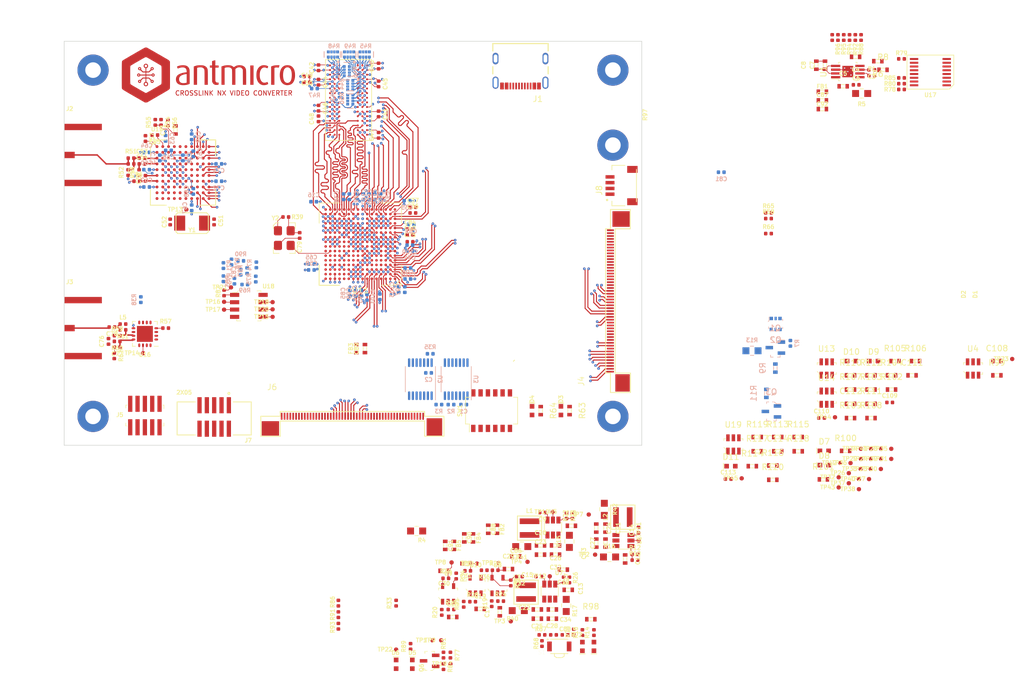
<source format=kicad_pcb>
(kicad_pcb (version 20211014) (generator pcbnew)
  (layers (0 "F.Cu" signal) (1 "In1.Cu" signal) (2 "In2.Cu" signal) (3 "In3.Cu" signal) (4 "In4.Cu" signal) (5 "In5.Cu" signal) (6 "In6.Cu" signal) (31 "B.Cu" signal) (34 "B.Paste" user) (35 "F.Paste" user) (36 "B.SilkS" user "B.Silkscreen") (37 "F.SilkS" user "F.Silkscreen") (38 "B.Mask" user) (39 "F.Mask" user) (44 "Edge.Cuts" user))
  (net 0 "")
  (net 1 "GND")
  (net 2 "+3V3")
  (net 3 "+1V2")
  (net 4 "1V0_Power")
  (net 5 "Vref")
  (net 6 "Vtt")
  (net 7 "/SDI/SDI_P")
  (net 8 "/SDI/SDI_N")
  (net 9 "/FPGA Power/VCC_AUX")
  (net 10 "/FPGA Power/VCC_AUXA")
  (net 11 "/FPGA Power/VCC_DPHY")
  (net 12 "/FPGA Power/VCC_ADPHY")
  (net 13 "/FPGA Power/VCC_PLLDPHY")
  (net 14 "+5V")
  (net 15 "/FPGA/INITN")
  (net 16 "/Peripherals/FFC1_5V")
  (net 17 "/Peripherals/FFC1_3V3")
  (net 18 "/Peripherals/FFC2_3V3")
  (net 19 "FFC2_5V")
  (net 20 "AUDIO_ACLK")
  (net 21 "AUDIO_WCLK")
  (net 22 "AUDIO_OUT_CH1_2")
  (net 23 "AUDIO_OUT_CH5_6")
  (net 24 "AUDIO_OUT_CH3_4")
  (net 25 "AUDIO_OUT_CH7_8")
  (net 26 "AUDIO_MCLK")
  (net 27 "/FPGA/SPI_DQ3")
  (net 28 "/FPGA/SPI_DQ2")
  (net 29 "/FPGA/~{FLASH_CS_SOFT}")
  (net 30 "/FPGA/PROGRAMN_SOFT")
  (net 31 "/FPGA/MISO_SOFT")
  (net 32 "/FPGA/MOSI_SOFT")
  (net 33 "/FPGA/SPI_CLK_SOFT")
  (net 34 "LED1")
  (net 35 "LED0")
  (net 36 "/FPGA/PROGRAMN")
  (net 37 "/FPGA/SPI_DQ0_MOSI")
  (net 38 "/FPGA/SPI_DQ1_MISO")
  (net 39 "/FPGA/SPI_CLK")
  (net 40 "/FPGA/DONE_SOFT")
  (net 41 "/FPGA/DONE")
  (net 42 "/FPGA/~{FLASH_CS}")
  (net 43 "/FPGA/INITN_SOFT")
  (net 44 "DIP5")
  (net 45 "DIP4")
  (net 46 "DIP3")
  (net 47 "DIP2")
  (net 48 "DIP1")
  (net 49 "DIP0")
  (net 50 "/SDI/XTAL1")
  (net 51 "/SDI/XTAL2")
  (net 52 "/SDI/SDO_P")
  (net 53 "/SDI/SDO_N")
  (net 54 "1V0_Clean")
  (net 55 "+1V8")
  (net 56 "Net-(C57-Pad2)")
  (net 70 "Net-(C71-Pad1)")
  (net 71 "Net-(D1-Pad1)")
  (net 72 "Net-(C55-Pad1)")
  (net 76 "Net-(R35-Pad1)")
  (net 77 "Net-(R35-Pad2)")
  (net 79 "Net-(D2-Pad1)")
  (net 80 "Net-(D3-Pad1)")
  (net 81 "Net-(D4-Pad1)")
  (net 82 "Net-(D5-Pad2)")
  (net 83 "Net-(D5-Pad1)")
  (net 84 "Net-(D6-Pad1)")
  (net 85 "/Peripherals/MIPI0_D3_N")
  (net 86 "/Peripherals/MIPI0_D3_P")
  (net 87 "/Peripherals/MIPI0_D2_N")
  (net 88 "/Peripherals/MIPI0_D2_P")
  (net 89 "/Peripherals/MIPI0_D1_N")
  (net 90 "/Peripherals/MIPI0_D1_P")
  (net 91 "/Peripherals/MIPI0_D0_N")
  (net 92 "/Peripherals/MIPI0_D0_P")
  (net 93 "/Peripherals/MIPI0_CLK_N")
  (net 94 "/Peripherals/MIPI0_CLK_P")
  (net 95 "/Peripherals/MIPI2_D3_N")
  (net 96 "/Peripherals/MIPI2_D3_P")
  (net 97 "/Peripherals/MIPI2_D2_N")
  (net 98 "/Peripherals/MIPI2_D2_P")
  (net 99 "/Peripherals/MIPI2_D1_N")
  (net 100 "/Peripherals/MIPI2_D1_P")
  (net 101 "/Peripherals/MIPI2_D0_N")
  (net 102 "/Peripherals/MIPI2_D0_P")
  (net 103 "/Peripherals/MIPI2_CLK_N")
  (net 104 "/Peripherals/MIPI2_CLK_P")
  (net 105 "/Peripherals/FFC1_VSYNC0")
  (net 106 "/Peripherals/FFC1_RESET")
  (net 107 "/Peripherals/FFC1_VSYNC1")
  (net 108 "/Peripherals/FCC1_SDA1")
  (net 109 "/Peripherals/FCC1_SCL1")
  (net 110 "/Peripherals/FCC1_SDA2")
  (net 111 "/Peripherals/FCC1_SCL2")
  (net 116 "/Peripherals/FCC2_SCL2")
  (net 117 "/Peripherals/FCC2_SDA2")
  (net 118 "SCL")
  (net 119 "SDA")
  (net 124 "/Peripherals/FFC2_VSYNC1")
  (net 125 "/Peripherals/FFC2_RESET")
  (net 126 "/Peripherals/FFC2_VSYNC0")
  (net 128 "/Peripherals/MIPI1_CLK_P")
  (net 129 "/Peripherals/MIPI1_CLK_N")
  (net 130 "/Peripherals/MIPI1_D0_P")
  (net 131 "/Peripherals/MIPI1_D0_N")
  (net 132 "/Peripherals/MIPI1_D1_P")
  (net 133 "/Peripherals/MIPI1_D1_N")
  (net 134 "/Peripherals/MIPI1_D2_P")
  (net 135 "/Peripherals/MIPI1_D2_N")
  (net 136 "/Peripherals/MIPI1_D3_P")
  (net 137 "/Peripherals/MIPI1_D3_N")
  (net 152 "Net-(J7-Pad2)")
  (net 153 "Net-(J7-Pad4)")
  (net 154 "Net-(J7-Pad6)")
  (net 156 "Net-(J7-Pad8)")
  (net 157 "Net-(J7-Pad10)")
  (net 158 "Net-(Q6-Pad1)")
  (net 159 "/Power Supply/VREF_0V45")
  (net 160 "/DDR3/DDR3_CK_N")
  (net 161 "/DDR3/DDR3_CK_P")
  (net 162 "/DDR3/DDR3_A2")
  (net 163 "/DDR3/DDR3_A1")
  (net 164 "/DDR3/DDR3_A3")
  (net 165 "/DDR3/DDR3_A0")
  (net 166 "/DDR3/DDR3_A6")
  (net 167 "/DDR3/DDR3_A5")
  (net 168 "/DDR3/DDR3_A7")
  (net 169 "/DDR3/DDR3_A4")
  (net 170 "/DDR3/DDR3_A10")
  (net 171 "/DDR3/DDR3_A9")
  (net 172 "/DDR3/DDR3_A11")
  (net 173 "/DDR3/DDR3_A8")
  (net 174 "Net-(R47-Pad2)")
  (net 175 "/DDR3/DDR3_BA0")
  (net 176 "/DDR3/DDR3_A13")
  (net 177 "/DDR3/DDR3_BA1")
  (net 178 "/DDR3/DDR3_A12")
  (net 179 "/DDR3/~{DDR3_CAS}")
  (net 180 "/DDR3/~{DDR3_RAS}")
  (net 181 "/DDR3/~{DDR3_WE}")
  (net 182 "/DDR3/~{DDR3_RESET}")
  (net 183 "/DDR3/DDR3_CKE")
  (net 184 "/DDR3/DDR3_ODT")
  (net 185 "/DDR3/DDR3_BA2")
  (net 186 "/DDR3/~{DDR3_CS}")
  (net 187 "TMS")
  (net 188 "TCK")
  (net 189 "TDO")
  (net 190 "TDI")
  (net 191 "JTAG_EN")
  (net 193 "/SDI/RESET_TRST")
  (net 194 "/SDI/STANDBY")
  (net 195 "/SDI/SW_EN")
  (net 196 "/SDI/~{CS_TMS}")
  (net 197 "/SDI/SCLK_TCK")
  (net 198 "/SDI/TIM_861")
  (net 199 "/SDI/SDOUT_TDO")
  (net 200 "/SDI/SDIN_TDI")
  (net 201 "/SDI/SDI_STAT5")
  (net 202 "/SDI/~{SDO_DISABLE}")
  (net 203 "/SDI/SDO_EN{slash}DIS")
  (net 204 "40MHz_3V3")
  (net 205 "/SDI/SDI_D4")
  (net 206 "/SDI/SDI_D5")
  (net 207 "/SDI/SDI_D3")
  (net 208 "/SDI/SDI_D2")
  (net 209 "/SDI/SDI_D1")
  (net 210 "/SDI/SDI_D0")
  (net 211 "/SDI/DVB_ASI")
  (net 212 "/SDI/SDI_D7")
  (net 213 "/SDI/SDI_D8")
  (net 214 "/SDI/SDI_D6")
  (net 215 "/SDI/SDI_PCLK")
  (net 216 "/SDI/AUDIO_EN{slash}~{DIS}")
  (net 217 "/SDI/IOPROC_EN{slash}~{DIS}")
  (net 218 "/SDI/20bit{slash}~{10bit}")
  (net 219 "/SDI/~{SMPTE_BYPASS}")
  (net 220 "/SDI/SDI_D9")
  (net 221 "/SDI/SDI_D10")
  (net 222 "/SDI/SDI_D12")
  (net 223 "/SDI/SDI_D11")
  (net 224 "/SDI/SDI_D14")
  (net 225 "/SDI/SDI_D13")
  (net 226 "/SDI/JTAG{slash}~{HOST}")
  (net 227 "/SDI/~{RC_BYP}")
  (net 228 "/SDI/SDI_D15")
  (net 229 "/SDI/SDI_D16")
  (net 230 "/SDI/SDI_STAT2")
  (net 231 "/SDI/SDI_D19")
  (net 232 "/SDI/SDI_STAT0")
  (net 233 "/SDI/SDI_D17")
  (net 234 "/SDI/SDI_D18")
  (net 235 "/SDI/SDI_STAT1")
  (net 236 "/SDI/SDI_STAT4")
  (net 237 "/SDI/SDI_STAT3")
  (net 238 "/DDR3/DDR3_LDQS_N")
  (net 239 "/DDR3/DDR3_DQ0")
  (net 240 "/DDR3/DDR3_DQ3")
  (net 241 "/DDR3/DDR3_LDQS_P")
  (net 242 "/DDR3/DDR3_DQ5")
  (net 243 "/DDR3/DDR3_DQ7")
  (net 244 "/DDR3/DDR3_DQ8")
  (net 245 "/DDR3/DDR3_UDQS_P")
  (net 246 "/DDR3/DDR3_DQ11")
  (net 247 "/DDR3/DDR3_DQ12")
  (net 248 "/DDR3/DDR3_UDM")
  (net 249 "/DDR3/DDR3_DQ15")
  (net 250 "/DDR3/DDR3_LDM")
  (net 251 "/DDR3/DDR3_DQ1")
  (net 252 "/DDR3/DDR3_DQ2")
  (net 253 "/DDR3/DDR3_DQ4")
  (net 254 "/DDR3/DDR3_DQ6")
  (net 255 "/DDR3/DDR3_DQ10")
  (net 256 "/DDR3/DDR3_DQ9")
  (net 257 "/DDR3/DDR3_UDQS_N")
  (net 258 "/DDR3/DDR3_DQ13")
  (net 259 "/DDR3/DDR3_DQ14")
  (net 261 "/SDI/SDI_IN_F")
  (net 268 "+1V5")
  (net 269 "/SDI/SDI_OUT_P")
  (net 270 "Net-(C77-Pad2)")
  (net 271 "/SDI/SDI_OUT_F2")
  (net 272 "/SDI/SDI_OUT")
  (net 273 "/SDI/SDI_IN")
  (net 274 "/SDI/SDI_OUT_N")
  (net 275 "Net-(Q1-Pad3)")
  (net 276 "/FPGA/DQ2_SOFT")
  (net 277 "/FPGA/DQ3_SOFT")
  (net 278 "Net-(C9-Pad1)")
  (net 279 "Net-(C14-Pad1)")
  (net 280 "Net-(C15-Pad1)")
  (net 281 "Net-(Q2-Pad2)")
  (net 282 "Net-(R1-Pad1)")
  (net 283 "Net-(R10-Pad1)")
  (net 284 "Net-(R19-Pad2)")
  (net 285 "Net-(R20-Pad2)")
  (net 286 "Net-(R21-Pad2)")
  (net 287 "Net-(R22-Pad1)")
  (net 288 "Net-(R26-Pad1)")
  (net 289 "Net-(R31-Pad1)")
  (net 290 "Net-(C80-Pad1)")
  (net 291 "Net-(R33-Pad1)")
  (net 292 "Net-(R39-Pad1)")
  (net 293 "Net-(R76-Pad2)")
  (net 294 "Net-(R24-Pad2)")
  (net 295 "Net-(R25-Pad2)")
  (net 296 "Net-(R28-Pad2)")
  (net 297 "Net-(R38-Pad1)")
  (net 298 "Net-(R54-Pad2)")
  (net 299 "Net-(R57-Pad1)")
  (net 300 "/Power Supply/1V0_OUT")
  (net 301 "/Power Supply/1V5_OUT")
  (net 302 "/Power Supply/3V3_OUT")
  (net 303 "/Power Supply/1V0_SW")
  (net 304 "/Power Supply/1V5_SW")
  (net 305 "/Power Supply/3V3_SW")
  (net 306 "/Power Supply/1V0_IN")
  (net 307 "/Power Supply/1V5_IN")
  (net 308 "/Power Supply/3V3_IN")
  (net 309 "Net-(R58-Pad1)")
  (net 310 "Net-(R65-Pad1)")
  (net 311 "Net-(R66-Pad1)")
  (net 312 "Net-(R72-Pad2)")
  (net 313 "Net-(R78-Pad1)")
  (net 314 "Net-(R79-Pad1)")
  (net 315 "Net-(R80-Pad1)")
  (net 316 "Net-(R85-Pad1)")
  (net 317 "Net-(TP10-Pad1)")
  (net 318 "Net-(TP11-Pad1)")
  (net 319 "Net-(R30-Pad1)")
  (net 320 "Net-(TP12-Pad1)")
  (net 321 "Net-(C3-Pad2)")
  (net 322 "Net-(R29-Pad1)")
  (net 323 "Net-(TP13-Pad1)")
  (net 324 "Net-(TP14-Pad1)")
  (net 328 "Net-(C4-Pad1)")
  (net 330 "/SDI/AGC_N")
  (net 331 "/SDI/AGC_P")
  (net 332 "/SDI/SDI_N2")
  (net 333 "Net-(C5-Pad1)")
  (net 334 "Net-(D7-Pad1)")
  (net 335 "Net-(D8-Pad1)")
  (net 336 "Net-(D9-Pad1)")
  (net 337 "Net-(D10-Pad1)")
  (net 339 "Net-(J1-PadA5)")
  (net 341 "Net-(J1-PadB5)")
  (net 344 "Net-(J1-PadA4)")
  (net 345 "Net-(J6-Pad40)")
  (net 346 "Net-(Q2-Pad6)")
  (net 347 "Net-(Q2-Pad1)")
  (net 348 "/Power Supply/~{FAULT}")
  (net 349 "Net-(R98-Pad2)")
  (net 350 "Net-(R104-Pad2)")
  (net 351 "/Peripherals/FFC1_PEN")
  (net 352 "Net-(R107-Pad2)")
  (net 353 "Net-(R108-Pad2)")
  (net 354 "/Peripherals/QWIIC_3V3")
  (net 355 "Net-(D11-Pad1)")
  (net 356 "Net-(J8-Pad3)")
  (net 357 "Net-(J8-Pad4)")
  (net 358 "/Peripherals/QW_FLT")
  (net 359 "/Peripherals/QWIIC_PEN")
  (net 360 "Net-(R118-Pad2)")
  (net 367 "Net-(J6-Pad39)")
  (footprint "crosslink-nx-video-converter-footprints:SOT-23-5" (layer "F.Cu") (at 150.05 149.45)
    (fp_text reference "U8")
    (fp_text value "AP7330-W5-7")
  )
  (footprint "crosslink-nx-video-converter-footprints:0402-cap" (layer "F.Cu") (at 84.2 108.15 180)
    (fp_text reference "C77")
    (fp_text value "C_4u7_0402")
  )
  (footprint "crosslink-nx-video-converter-footprints:0402-cap" (layer "F.Cu") (at 86.6 76.4 180)
    (fp_text reference "L4")
    (fp_text value "L_0402_6n2")
  )
  (footprint "crosslink-nx-video-converter-footprints:Testpoint_smd_0_75mm" (layer "F.Cu") (at 102.711084 101.7008)
    (fp_text reference "TP17")
    (fp_text value "TP_SMD_0_75MM" hide)
  )
  (footprint "crosslink-nx-video-converter-footprints:Testpoint_smd_0_75mm" (layer "F.Cu") (at 111.111084 102.95)
    (fp_text reference "TP15")
    (fp_text value "TP_SMD_0_75MM" hide)
  )
  (footprint "crosslink-nx-video-converter-footprints:Testpoint_smd_0_75mm" (layer "F.Cu") (at 239.165 110.2508)
    (fp_text reference "TP23")
    (fp_text value "TP_SMD_0_75MM" hide)
  )
  (footprint "antmicro-footprints:0603-res" (layer "F.Cu") (at 202.12 123.72)
    (fp_text reference "R115")
    (fp_text value "R_10k_0603")
  )
  (footprint "crosslink-nx-video-converter-footprints:Testpoint_smd_0_75mm" (layer "F.Cu") (at 159.65 136.75)
    (fp_text reference "TP10")
    (fp_text value "TP_SMD_0_75MM" hide)
  )
  (footprint "antmicro-footprints:0603-res" (layer "F.Cu") (at 218.275 115.5)
    (fp_text reference "R102")
    (fp_text value "R_200R_0603")
  )
  (footprint "crosslink-nx-video-converter-footprints:0402-cap" (layer "F.Cu") (at 212.15 62.7)
    (fp_text reference "C6")
    (fp_text value "C_100n_0402")
  )
  (footprint "crosslink-nx-video-converter-footprints:0402-cap" (layer "F.Cu") (at 134.915 87.7)
    (fp_text reference "C84")
    (fp_text value "C_100n_0402")
  )
  (footprint "antmicro-footprints:0603-res" (layer "F.Cu") (at 195.02 123.72)
    (fp_text reference "R119")
    (fp_text value "R_0R_0603")
  )
  (footprint "antmicro-footprints:0603-res" (layer "F.Cu") (at 218.275 113.03)
    (fp_text reference "R104")
    (fp_text value "R_10k_0603")
  )
  (footprint "antmicro-footprints:GCT_USB4105-GF-A" (layer "F.Cu") (at 154.03 58.15 180)
    (fp_text reference "J1")
    (fp_text value "USB4105-GF-A")
  )
  (footprint "crosslink-nx-video-converter-footprints:0402-cap" (layer "F.Cu") (at 100.98 86.46 -90)
    (fp_text reference "C51")
    (fp_text value "C_33p_0402")
  )
  (footprint "antmicro-footprints:BGA-256_16x16_14.0x14.0mm" (layer "F.Cu") (at 126.3 90.3 180)
    (fp_text reference "U11")
    (fp_text value "LIFCL-40-9BG256C")
  )
  (footprint "crosslink-nx-video-converter-footprints:0805-res" (layer "F.Cu") (at 154.25 142.7 180)
    (fp_text reference "R41")
    (fp_text value "R_0R_0805")
  )
  (footprint "crosslink-nx-video-converter-footprints:Testpoint_smd_0_75mm" (layer "F.Cu") (at 111.111084 100.4008)
    (fp_text reference "TP18")
    (fp_text value "TP_SMD_0_75MM" hide)
  )
  (footprint "crosslink-nx-video-converter-footprints:Testpoint_smd_0_75mm" (layer "F.Cu") (at 212.975 125.8108)
    (fp_text reference "TP34")
    (fp_text value "TP_SMD_0_75MM" hide)
  )
  (footprint "crosslink-nx-video-converter-footprints:Testpoint_smd_0_75mm" (layer "F.Cu") (at 174.4492 141.65 -90)
    (fp_text reference "TP11")
    (fp_text value "TP_SMD_0_75MM" hide)
  )
  (footprint "crosslink-nx-video-converter-footprints:Coilcraft-XEL4030" (layer "F.Cu") (at 155.6 139.5 90)
    (fp_text reference "L1")
    (fp_text value "XEL4030-332MEC")
  )
  (footprint "crosslink-nx-video-converter-footprints:0402-cap" (layer "F.Cu") (at 90.715 71.4 180)
    (fp_text reference "C55")
    (fp_text value "C_47n_0402")
  )
  (footprint "crosslink-nx-video-converter-footprints:0603-cap" (layer "F.Cu") (at 167.15 142.1 90)
    (fp_text reference "C33")
    (fp_text value "C_22u_0603")
  )
  (footprint "crosslink-nx-video-converter-footprints:Testpoint_smd_0_75mm" (layer "F.Cu") (at 212.625 131.0608)
    (fp_text reference "TP40")
    (fp_text value "TP_SMD_0_75MM" hide)
  )
  (footprint "antmicro-footprints:0603-res" (layer "F.Cu") (at 202.12 126.19)
    (fp_text reference "R118")
    (fp_text value "R_15k_0603")
  )
  (footprint "crosslink-nx-video-converter-footprints:0603-cap" (layer "F.Cu") (at 148.45 139.7 -90)
    (fp_text reference "C88")
    (fp_text value "C_10u_0603")
  )
  (footprint "crosslink-nx-video-converter-footprints:Testpoint_smd_0_75mm" (layer "F.Cu") (at 142.1 145.5)
    (fp_text reference "TP8")
    (fp_text value "TP_SMD_0_75MM" hide)
  )
  (footprint "crosslink-nx-video-converter-footprints:0402-res" (layer "F.Cu") (at 142 153.6)
    (fp_text reference "R25")
    (fp_text value "R_0R_0402")
  )
  (footprint "crosslink-nx-video-converter-footprints:LED_0603" (layer "F.Cu") (at 211.325 110.56)
    (fp_text reference "D10")
    (fp_text value "LTST-C190GKT")
  )
  (footprint "crosslink-nx-video-converter-footprints:TSOT23-6" (layer "F.Cu") (at 159.1 150.5)
    (fp_text reference "U7")
    (fp_text value "AP62301WU-7")
  )
  (footprint "crosslink-nx-video-converter-footprints:0603-cap" (layer "F.Cu") (at 156.95 155.2)
    (fp_text reference "C25")
    (fp_text value "C_22u_0603")
  )
  (footprint "crosslink-nx-video-converter-footprints:0603-cap" (layer "F.Cu") (at 142.3 154.9)
    (fp_text reference "C18")
    (fp_text value "C_1u_0603")
  )
  (footprint "crosslink-nx-video-converter-footprints:0603-cap" (layer "F.Cu") (at 153.25 144.4)
    (fp_text reference "C86")
    (fp_text value "C_10u_0603")
  )
  (footprint "crosslink-nx-video-converter-footprints:0402-cap" (layer "F.Cu") (at 206.155 120.42)
    (fp_text reference "C110")
    (fp_text value "C_100n_0402")
  )
  (footprint "crosslink-nx-video-converter-footprints:0603-cap" (layer "F.Cu") (at 209.9 62.95)
    (fp_text reference "C5")
    (fp_text value "C_22u_0603")
  )
  (footprint "antmicro-footprints:0603-res" (layer "F.Cu") (at 195.02 126.19)
    (fp_text reference "R117")
    (fp_text value "R_0R_0603")
  )
  (footprint "crosslink-nx-video-converter-footprints:0603-cap" (layer "F.Cu") (at 198.57 126.19)
    (fp_text reference "C114")
    (fp_text value "C_1u_0603")
  )
  (footprint "crosslink-nx-video-converter-footprints:Testpoint_smd_0_75mm" (layer "F.Cu") (at 146.5 145.7)
    (fp_text reference "TP6")
    (fp_text value "TP_SMD_0_75MM" hide)
  )
  (footprint "crosslink-nx-video-converter-footprints:0402-res" (layer "F.Cu") (at 220 61.5 180)
    (fp_text reference "R85")
    (fp_text value "R_0R_0402")
  )
  (footprint "crosslink-nx-video-converter-footprints:0603-cap" (layer "F.Cu") (at 162.85 139.1)
    (fp_text reference "C11")
    (fp_text value "C_10u_0603")
  )
  (footprint "crosslink-nx-video-converter-footprints:LED_0603" (layer "F.Cu") (at 161.03 119.15 -90)
    (fp_text reference "D3")
    (fp_text value "LTST-C190GKT")
  )
  (footprint "crosslink-nx-video-converter-footprints:0603-res" (layer "F.Cu") (at 125.6 108.4 90)
    (fp_text reference "FB3")
    (fp_text value "BLM18PG121SN1D")
  )
  (footprint "crosslink-nx-video-converter-footprints:0603-cap" (layer "F.Cu") (at 151.95 146.6)
    (fp_text reference "C29")
    (fp_text value "C_1u_0603")
  )
  (footprint "crosslink-nx-video-converter-footprints:Testpoint_smd_0_75mm" (layer "F.Cu") (at 216.475 125.8108)
    (fp_text reference "TP28")
    (fp_text value "TP_SMD_0_75MM" hide)
  )
  (footprint "crosslink-nx-video-converter-footprints:0402-cap" (layer "F.Cu") (at 117.06 62.24)
    (fp_text reference "C49")
    (fp_text value "C_100n_0402")
  )
  (footprint "crosslink-nx-video-converter-footprints:0402-res" (layer "F.Cu") (at 147.75 146.8 180)
    (fp_text reference "R36")
    (fp_text value "R_15k_0402")
  )
  (footprint "crosslink-nx-video-converter-footprints:0402-cap" (layer "F.Cu") (at 87.6 79.4)
    (fp_text reference "C56")
    (fp_text value "C_470n_0402")
  )
  (footprint "crosslink-nx-video-converter-footprints:0402-res" (layer "F.Cu") (at 88 77.9 90)
    (fp_text reference "R53")
    (fp_text value "R_37R4_0402")
  )
  (footprint "crosslink-nx-video-converter-footprints:0402-res" (layer "F.Cu") (at 91.8 69.2 -90)
    (fp_text reference "R54")
    (fp_text value "R_100k_0402")
  )
  (footprint "crosslink-nx-video-converter-footprints:Testpoint_smd_0_75mm" (layer "F.Cu") (at 209.125 132.5008)
    (fp_text reference "TP43")
    (fp_text value "TP_SMD_0_75MM" hide)
  )
  (footprint "crosslink-nx-video-converter-footprints:0603-cap" (layer "F.Cu") (at 144.3 141.2 -90)
    (fp_text reference "C90")
    (fp_text value "C_10u_0603")
  )
  (footprint "crosslink-nx-video-converter-footprints:0402-cap" (layer "F.Cu") (at 217.955 117.73)
    (fp_text reference "C109")
    (fp_text value "C_100n_0402")
  )
  (footprint "crosslink-nx-video-converter-footprints:Testpoint_smd_0_75mm" (layer "F.Cu") (at 103.911084 97.85)
    (fp_text reference "TP21")
    (fp_text value "TP_SMD_0_75MM" hide)
  )
  (footprint "crosslink-nx-video-converter-footprints:Testpoint_smd_0_75mm" (layer "F.Cu") (at 159.1 147.9)
    (fp_text reference "TP12")
    (fp_text value "TP_SMD_0_75MM" hide)
  )
  (footprint "crosslink-nx-video-converter-footprints:0603-cap" (layer "F.Cu") (at 212.05 57.85 180)
    (fp_text reference "C4")
    (fp_text value "C_1u_0603")
  )
  (footprint "antmicro-footprints:0603-res" (layer "F.Cu") (at 211.175 113.03)
    (fp_text reference "R110")
    (fp_text value "R_0R_0603")
  )
  (footprint "crosslink-nx-video-converter-footprints:0603-cap" (layer "F.Cu") (at 168.75 142.1 90)
    (fp_text reference "C27")
    (fp_text value "C_22u_0603")
  )
  (footprint "crosslink-nx-video-converter-footprints:0603-cap" (layer "F.Cu") (at 159.55 153.6 180)
    (fp_text reference "C34")
    (fp_text value "C_22u_0603")
  )
  (footprint "crosslink-nx-video-converter-footprints:SOIC-8_W5.3mm" (layer "F.Cu") (at 107 101)
    (fp_text reference "U18")
    (fp_text value "W25Q32JVSSIQ")
  )
  (footprint "crosslink-nx-video-converter-footprints:0402-res" (layer "F.Cu") (at 164.75 157.6 90)
    (fp_text reference "R18")
    (fp_text value "R_470R_0402")
  )
  (footprint "crosslink-nx-video-converter-footprints:0402-cap" (layer "F.Cu") (at 135.4 84.9)
    (fp_text reference "C36")
    (fp_text value "C_100n_0402")
  )
  (footprint "antmicro-footprints:mounting-hole-2.7mm-M2.5-Pad" (layer "F.Cu") (at 170.03 60.15)
    (fp_text reference "REF**" hide)
    (fp_text value "mounting-hole-2.7mm-M2.5-Pad")
  )
  (footprint "crosslink-nx-video-converter-footprints:0402-cap" (layer "F.Cu") (at 83.3 104.675 180)
    (fp_text reference "C78")
    (fp_text value "C_4u7_0402")
  )
  (footprint "antmicro-footprints:0603-res" (layer "F.Cu") (at 236.515 113.03)
    (fp_text reference "R99")
    (fp_text value "R_10k_0603")
  )
  (footprint "antmicro-footprints:0603-res" (layer "F.Cu") (at 211.175 115.5)
    (fp_text reference "R107")
    (fp_text value "R_15k_0603")
  )
  (footprint "crosslink-nx-video-converter-footprints:LED_0603" (layer "F.Cu") (at 164.75 160 90)
    (fp_text reference "D2")
    (fp_text value "LTST-C190GKT")
  )
  (footprint "crosslink-nx-video-converter-footprints:0402-res" (layer "F.Cu") (at 132.5 152.5 90)
    (fp_text reference "R33")
    (fp_text value "R_12k_0402")
  )
  (footprint "crosslink-nx-video-converter-footprints:OSC-4_5.0x3.2mm" (layer "F.Cu") (at 113.14 89.25 -90)
    (fp_text reference "Y2")
    (fp_text value "OSC40M-3.3_S5")
  )
  (footprint "crosslink-nx-video-converter-footprints:0603-cap" (layer "F.Cu") (at 127.1 108.4 90)
    (fp_text reference "C89")
    (fp_text value "C_10u_0603")
  )
  (footprint "crosslink-nx-video-converter-footprints:Testpoint_smd_0_75mm" (layer "F.Cu") (at 155.25 145.4)
    (fp_text reference "TP4")
    (fp_text value "TP_SMD_0_75MM" hide)
  )
  (footprint "crosslink-nx-video-converter-footprints:0402-res" (layer "F.Cu") (at 150.6 152.15)
    (fp_text reference "R24")
    (fp_text value "R_0R_0402")
  )
  (footprint "antmicro-footprints:0603-res" (layer "F.Cu") (at 214.725 115.5)
    (fp_text reference "R103")
    (fp_text value "R_470R_0603")
  )
  (footprint "antmicro-footprints:SOT23-6L" (layer "F.Cu") (at 207.05 111.85)
    (fp_text reference "U13")
    (fp_text value "DIO7553ST6")
  )
  (footprint "antmicro-footprints:0603-res" (layer "F.Cu") (at 206.475 131.06)
    (fp_text reference "R101")
    (fp_text value "R_200R_0603")
  )
  (footprint "crosslink-nx-video-converter-footprints:0603-cap" (layer "F.Cu") (at 206.3 66.9)
    (fp_text reference "C92")
    (fp_text value "C_10u_0603")
  )
  (footprint "crosslink-nx-video-converter-footprints:0402-res" (layer "F.Cu") (at 84.2 107.15 180)
    (fp_text reference "R60")
    (fp_text value "R_75R_0402")
  )
  (footprint "crosslink-nx-video-converter-footprints:0603-cap" (layer "F.Cu") (at 167.15 139.5 -90)
    (fp_text reference "C24")
    (fp_text value "C_22u_0603")
  )
  (footprint "crosslink-nx-video-converter-footprints:0402-res" (layer "F.Cu") (at 144.2 152.7 90)
    (fp_text reference "R21")
    (fp_text value "R_0R_0402")
  )
  (footprint "crosslink-nx-video-converter-footprints:0402-res" (layer "F.Cu") (at 153.85 147.9 180)
    (fp_text reference "R32")
    (fp_text value "R_10k_0402")
  )
  (footprint "crosslink-nx-video-converter-footprints:0603-cap" (layer "F.Cu") (at 160.1 144.1 180)
    (fp_text reference "C32")
    (fp_text value "C_22u_0603")
  )
  (footprint "crosslink-nx-video-converter-footprints:0603-cap" (layer "F.Cu") (at 94.3 70.515 90)
    (fp_text reference "C71")
    (fp_text value "C_33u_0603")
  )
  (footprint "crosslink-nx-video-converter-footprints:0402-cap" (layer "F.Cu") (at 115.8 88.8 -90)
    (fp_text reference "C79")
    (fp_text value "C_100n_0402")
  )
  (footprint "crosslink-nx-video-converter-footprints:0402-res" (layer "F.Cu") (at 220 62.5 180)
    (fp_text reference "R80")
    (fp_text value "R_0R_0402")
  )
  (footprint "crosslink-nx-video-converter-footprints:Testpoint_smd_0_75mm" (layer "F.Cu") (at 218.225 127.5608)
    (fp_text reference "TP31")
    (fp_text value "TP_SMD_0_75MM" hide)
  )
  (footprint "antmicro-footprints:MSOP-8-1EP_W3mm" (layer "F.Cu") (at 210.7 60.4 90)
    (fp_text reference "U1")
    (fp_text value "MP20073")
  )
  (footprint "crosslink-nx-video-converter-footprints:Testpoint_smd_0_75mm" (layer "F.Cu") (at 138.8 159)
    (fp_text reference "TP1")
    (fp_text value "TP_SMD_0_75MM" hide)
  )
  (footprint "crosslink-nx-video-converter-footprints:0603-cap" (layer "F.Cu") (at 221.825 113.03)
    (fp_text reference "C111")
    (fp_text value "C_1u_0603")
  )
  (footprint "crosslink-nx-video-converter-footprints:Testpoint_smd_0_75mm" (layer "F.Cu") (at 214.725 125.8108)
    (fp_text reference "TP41")
    (fp_text value "TP_SMD_0_75MM" hide)
  )
  (footprint "crosslink-nx-video-converter-footprints:0402-cap" (layer "F.Cu") (at 82.7 107.15 90)
    (fp_text reference "C76")
    (fp_text value "C_10n_0402")
  )
  (footprint "antmicro-footprints:SM04B-SRSS-TB-LF-SN" (layer "F.Cu") (at 169.53 80.15 90)
    (fp_text reference "J8")
    (fp_text value "SM04B-SRSS-TB-LF-SN")
  )
  (footprint "crosslink-nx-video-converter-footprints:BGA100_11x11mm" (layer "F.Cu") (at 95.6 77.9)
    (fp_text reference "U15")
    (fp_text value "GS2971A")
  )
  (footprint "crosslink-nx-video-converter-footprints:Testpoint_smd_0_75mm" (layer "F.Cu") (at 214.725 127.5608)
    (fp_text reference "TP24")
    (fp_text value "TP_SMD_0_75MM" hide)
  )
  (footprint "antmicro-footprints:0603-res" (layer "F.Cu") (at 211.175 120.44)
    (fp_text reference "R109")
    (fp_text value "R_0R_0603")
  )
  (footprint "crosslink-nx-video-converter-footprints:0402-cap" (layer "F.Cu") (at 85.2 104.15)
    (fp_text reference "L5")
    (fp_text value "L_0402_6n2")
  )
  (footprint "crosslink-nx-video-converter-footprints:Testpoint_smd_0_75mm" (layer "F.Cu") (at 212.625 132.8108)
    (fp_text reference "TP38")
    (fp_text value "TP_SMD_0_75MM" hide)
  )
  (footprint "crosslink-nx-video-converter-footprints:Testpoint_smd_0_75mm" (layer "F.Cu") (at 150.25 145.6)
    (fp_text reference "TP5")
    (fp_text value "TP_SMD_0_75MM" hide)
  )
  (footprint "crosslink-nx-video-converter-footprints:0402-cap" (layer "F.Cu") (at 157.85 136.8 180)
    (fp_text reference "C9")
    (fp_text value "C_100n_0402")
  )
  (footprint "crosslink-nx-video-converter-footprints:0603-cap" (layer "F.Cu") (at 157.5 142.5)
    (fp_text reference "C20")
    (fp_text value "C_22u_0603")
  )
  (footprint "crosslink-nx-video-converter-footprints:Testpoint_smd_0_75mm" (layer "F.Cu") (at 216.475 127.5608)
    (fp_text reference "TP39")
    (fp_text value "TP_SMD_0_75MM" hide)
  )
  (footprint "crosslink-nx-video-converter-footprints:0402-res" (layer "F.Cu") (at 149.05 152.6 90)
    (fp_text reference "R19")
    (fp_text value "R_0R_0402")
  )
  (footprint "crosslink-nx-video-converter-footprints:0402-res" (layer "F.Cu") (at 122.5 156.5 90)
    (fp_text reference "R93")
    (fp_text value "R_2k2_0402")
  )
  (footprint "crosslink-nx-video-converter-footprints:PinHeader_2x5_P1.27_SMD" (layer "F.Cu") (at 89 120 180)
    (fp_text reference "J5")
    (fp_text value "FTSH-105-01-F-DV-K")
  )
  (footprint "crosslink-nx-video-converter-footprints:0603-cap" (layer "F.Cu") (at 168.75 139.5 -90)
    (fp_text reference "C21")
    (fp_text value "C_22u_0603")
  )
  (footprint "crosslink-nx-video-converter-footprints:0402-res" (layer "F.Cu") (at 157.75 158 180)
    (fp_text reference "R67")
    (fp_text value "R_0R_0402")
  )
  (footprint "antmicro-footprints:0603-res" (layer "F.Cu") (at 162.53 119.15 -90)
    (fp_text reference "R63")
    (fp_text value "R_10k_0603")
  )
  (footprint "crosslink-nx-video-converter-footprints:0402-res" (layer "F.Cu") (at 92.6 104.85)
    (fp_text reference "R57")
    (fp_text value "R_750R_0402")
  )
  (footprint "crosslink-nx-video-converter-footprints:0402-cap" (layer "F.Cu") (at 93.38 86.46 -90)
    (fp_text reference "C52")
    (fp_text value "C_33p_0402")
  )
  (footprint "crosslink-nx-video-converter-footprints:0402-cap" (layer "F.Cu") (at 117.06 61.24 180)
    (fp_text reference "C50")
    (fp_text value "C_100n_0402")
  )
  (footprint "crosslink-nx-video-converter-footprints:0402-res" (layer "F.Cu") (at 152.35 149 -90)
    (fp_text reference "R31")
    (fp_text value "R_3k01_0402")
  )
  (footprint "crosslink-nx-video-converter-footprints:0402-res" (layer "F.Cu") (at 141.9 161.5 90)
    (fp_text reference "R77")
    (fp_text value "R_0R_0402")
  )
  (footprint "crosslink-nx-video-converter-footprints:Testpoint_smd_0_75mm" (layer "F.Cu") (at 211.175 128.2808)
    (fp_text reference "TP36")
    (fp_text value "TP_SMD_0_75MM" hide)
  )
  (footprint "crosslink-nx-video-converter-footprints:0402-res" (layer "F.Cu") (at 145.75 152.25)
    (fp_text reference "R28")
    (fp_text value "R_0R_0402")
  )
  (footprint "crosslink-nx-video-converter-footprints:LED_0603" (layer "F.Cu") (at 206.625 128.59)
    (fp_text reference "D8")
    (fp_text value "LTST-C190GKT")
  )
  (footprint "crosslink-nx-video-converter-footprints:0402-res" (layer "F.Cu") (at 214.85 61.1)
    (fp_text reference "R1")
    (fp_text value "R_100k_0402")
  )
  (footprint "crosslink-nx-video-converter-footprints:0402-res" (layer "F.Cu") (at 86.6 75.4)
    (fp_text reference "R51")
    (fp_text value "R_75R_0402")
  )
  (footprint "crosslink-nx-video-converter-footprints:0805-res" (layer "F.Cu") (at 162.5 141.8 90)
    (fp_text reference "R15")
    (fp_text value "R_0R_0805")
  )
  (footprint "crosslink-nx-video-converter-footprints:0402-res" (layer "F.Cu") (at 140.4 154.1 90)
    (fp_text reference "R20")
    (fp_text value "R_0R_0402")
  )
  (footprint "crosslink-nx-video-converter-footprints:0402-res" (layer "F.Cu") (at 161.75 158)
    (fp_text reference "R72")
    (fp_text value "R_100R_0402")
  )
  (footprint "crosslink-nx-video-converter-footprints:0402-res" (layer "F.Cu") (at 211 54.5 -90)
    (fp_text reference "R94")
    (fp_text value "R_0R_0402")
  )
  (footprint "antmicro-footprints:0603-res" (layer "F.Cu") (at 214.725 120.44)
    (fp_text reference "R108")
    (fp_text value "R_15k_0603")
  )
  (footprint "crosslink-nx-video-converter-footprints:0402-res" (layer "F.Cu") (at 84.2 106.15)
    (fp_text reference "R59")
    (fp_text value "R_75R_0402")
  )
  (footprint "crosslink-nx-video-converter-footprints:0603-cap" (layer "F.Cu") (at 144.6 145.6 180)
    (fp_text reference "C31")
    (fp_text value "C_10u_0603")
  )
  (footprint "crosslink-nx-video-converter-footprints:0402-cap" (layer "F.Cu") (at 159.75 158 180)
    (fp_text reference "C80")
    (fp_text value "C_100n_0402")
  )
  (footprint "crosslink-nx-video-converter-footprints:0402-res" (layer "F.Cu") (at 196.97 84.87)
    (fp_text reference "R65")
    (fp_text value "R_0R_0402")
  )
  (footprint "crosslink-nx-video-converter-footprints:0402-res" (layer "F.Cu") (at 122.5 152.5 90)
    (fp_text reference "R86")
    (fp_text value "R_0R_0402")
  )
  (footprint "crosslink-nx-video-converter-footprints:0603-cap" (layer "F.Cu") (at 157.5 144.1)
    (fp_text reference "C23")
    (fp_text value "C_22u_0603")
  )
  (footprint "crosslink-nx-video-converter-footprints:0603-cap" (layer "F.Cu") (at 211.175 117.97)
    (fp_text reference "C112")
    (fp_text value "C_1u_0603")
  )
  (footprint "crosslink-nx-video-converter-footprints:0402-res" (layer "F.Cu") (at 113.4 85.6)
    (fp_text reference "R39")
    (fp_text value "R_0R_0402")
  )
  (footprint "crosslink-nx-video-converter-footprints:0402-cap" (layer "F.Cu") (at 88.5 75.4)
    (fp_text reference "C53")
    (fp_text value "C_1u_0402")
  )
  (footprint "crosslink-nx-video-converter-footprints:Testpoint_smd_0_75mm" (layer "F.Cu") (at 132.5 160.6008)
    (fp_text reference "TP22")
    (fp_text value "TP_SMD_0_75MM" hide)
  )
  (footprint "crosslink-nx-video-converter-footprints:0603-cap" (layer "F.Cu") (at 140.8 146.9 180)
    (fp_text reference "C30")
    (fp_text value "C_1u_0603")
  )
  (footprint "crosslink-nx-video-converter-footprints:0402-res" (layer "F.Cu") (at 162.5 148.485 90)
    (fp_text reference "R26")
    (fp_text value "R_33k_0402")
  )
  (footprint "crosslink-nx-video-converter-footprints:Testpoint_smd_0_75mm" (layer "F.Cu") (at 218.225 125.8108)
    (fp_text reference "TP35")
    (fp_text value "TP_SMD_0_75MM" hide)
  )
  (footprint "crosslink-nx-video-converter-footprints:Coilcraft-XEL4030" (layer "F.Cu") (at 171.75 137.6 180)
    (fp_text reference "L2")
    (fp_text value "XEL4030-332MEC")
  )
  (footprint "crosslink-nx-video-converter-footprints:0402-cap" (layer "F.Cu") (at 129.46 71.44 90)
    (fp_text reference "C47")
    (fp_text value "C_100n_0402")
  )
  (footprint "crosslink-nx-video-converter-footprints:LED_0603" (layer "F.Cu") (at 135.3 163.1 -90)
    (fp_text reference "D5")
    (fp_text value "LTST-C190GKT")
  )
  (footprint "antmicro-footprints:0603-res" (layer "F.Cu") (at 215.9 58.6 180)
    (fp_text reference "R6")
    (fp_text value "R_10k_0603")
  )
  (footprint "antmicro-footprints:0603-res" (layer "F.Cu") (at 218.875 110.56)
    (fp_text reference "R105")
    (fp_text value "R_10k_0603")
  )
  (footprint "antmicro-footprints:0603-res" (layer "F.Cu") (at 214.725 113.03)
    (fp_text reference "R112")
    (fp_text value "R_200R_0603")
  )
  (footprint "crosslink-nx-video-converter-footprints:LED_0603" (layer "F.Cu") (at 156.03 119.15 -90)
    (fp_text reference "D4")
    (fp_text value "LTST-C190GKT")
  )
  (footprint "crosslink-nx-video-converter-footprints:0402-cap" (layer "F.Cu") (at 129.46 59.44 90)
    (fp_text reference "C43")
    (fp_text value "C_100n_0402")
  )
  (footprint "crosslink-nx-video-converter-footprints:0603-cap" (layer "F.Cu") (at 160.1 142.5 180)
    (fp_text reference "C26")
    (fp_text value "C_22u_0603")
  )
  (footprint "crosslink-nx-video-converter-footprints:0805-res" (layer "F.Cu") (at 168.55 136.25 -90)
    (fp_text reference "R42")
    (fp_text value "R_0R_0805")
  )
  (footprint "crosslink-nx-video-converter-footprints:0402-res" (layer "F.Cu") (at 122.5 154.5 -90)
    (fp_text reference "R91")
    (fp_text value "R_10k_0402")
  )
  (footprint "crosslink-nx-video-converter-footprints:0402-cap" (layer "F.Cu") (at 174.45 139.85 90)
    (fp_text reference "C14")
    (fp_text value "C_100n_0402")
  )
  (footprint "crosslink-nx-video-converter-footprints:0402-res" (layer "F.Cu") (at 141.1 148.2)
    (fp_text reference "R30")
    (fp_text value "R_0R_0402")
  )
  (footprint "crosslink-nx-video-converter-footprints:0805-res" (layer "F.Cu") (at 213.1 64.2 180)
    (fp_text reference "R5")
    (fp_text value "R_0R_0805")
  )
  (footprint "crosslink-nx-video-converter-footprints:0402-res" (layer "F.Cu") (at 212 54.5 -90)
    (fp_text reference "R92")
    (fp_text value "R_0R_0402")
  )
  (footprint "crosslink-nx-video-converter-footprints:0805-res" (layer "F.Cu") (at 169.45 144.5)
    (fp_text reference "R16")
    (fp_text value "R_0R_0805")
  )
  (footprint "crosslink-nx-video-converter-footprints:Testpoint_smd_0_75mm" (layer "F.Cu") (at 166.95 144.1508)
    (fp_text reference "TP2")
    (fp_text value "TP_SMD_0_75MM" hide)
  )
  (footprint "crosslink-nx-video-converter-footprints:0603-res" (layer "F.Cu") (at 145.8 141.2 -90)
    (fp_text reference "FB4")
    (fp_text value "BLM18PG121SN1D")
  )
  (footprint "crosslink-nx-video-converter-footprints:0603-cap" (layer "F.Cu") (at 205.25 59.3 90)
    (fp_text reference "C8")
    (fp_text value "C_22u_0603")
  )
  (footprint "crosslink-nx-video-converter-footprints:Testpoint_smd_0_75mm" (layer "F.Cu") (at 214.375 131.0608)
    (fp_text reference "TP27")
    (fp_text value "TP_SMD_0_75MM" hide)
  )
  (footprint "crosslink-nx-video-converter-footprints:0402-cap" (layer "F.Cu") (at 134.91 89.9)
    (fp_text reference "C75")
    (fp_text value "C_100n_0402")
  )
  (footprint "antmicro-footprints:WE_68715014522_ONE-SIDE" (layer "F.Cu") (at 124.93 119.525)
    (fp_text reference "J6")
    (fp_text value "WE_68715014522_ONE-SIDE")
  )
  (footprint "crosslink-nx-video-converter-footprints:Testpoint_smd_0_75mm" (layer "F.Cu") (at 88.7 109.25)
    (fp_text reference "TP14")
    (fp_text value "TP_SMD_0_75MM" hide)
  )
  (footprint "crosslink-nx-video-converter-footprints:0805-res" (layer "F.Cu") (at 161.95 152.9 90)
    (fp_text reference "R17")
    (fp_text value "R_0R_0805")
  )
  (footprint "crosslink-nx-video-converter-footprints:SHF-105-01-X-D-SM" (layer "F.Cu") (at 101 120.5 180)
    (fp_text reference "J7")
    (fp_text value "2X05")
  )
  (footprint "crosslink-nx-video-converter-footprints:0402-res" (layer "F.Cu") (at 196.97 88.47)
    (fp_text reference "R66")
    (fp_text value "R_0R_0402")
  )
  (footprint "crosslink-nx-video-converter-footprints:0402-cap" (layer "F.Cu") (at 134.915 88.7)
    (fp_text reference "C40")
    (fp_text value "C_100n_0402")
  )
  (footprint "crosslink-nx-video-converter-footprints:0402-res" (layer "F.Cu") (at 209 54.5 -90)
    (fp_text reference "R96")
    (fp_text value "R_0R_0402")
  )
  (footprint "crosslink-nx-video-converter-footprints:0402-res" (layer "F.Cu") (at 163 137.35 90)
    (fp_text reference "R22")
    (fp_text value "R_3k01_0402")
  )
  (footprint "crosslink-nx-video-converter-footprints:0603-cap" (layer "F.Cu") (at 159.55 155.2 180)
    (fp_text reference "C28")
    (fp_text value "C_22u_0603")
  )
  (footprint "antmicro-footprints:0603-res" (layer "F.Cu") (at 197.72 128.66)
    (fp_text reference "R116")
    (fp_text value "R_0R_0603")
  )
  (footprint "crosslink-nx-video-converter-footprints:0603-res" (layer "F.Cu") (at 206.3 63.9)
    (fp_text reference "FB1")
    (fp_text value "BLM18PG121SN1D")
  )
  (footprint "crosslink-nx-video-converter-footprints:0805-res" (layer "F.Cu") (at 136.05 140)
    (fp_text reference "R4")
    (fp_text value "R_0R_0805")
  )
  (footprint "crosslink-nx-video-converter-footprints:0402-cap" (layer "F.Cu") (at 129.46 67.74 -90)
    (fp_text reference "C41")
    (fp_text value "C_100n_0402")
  )
  (footprint "crosslink-nx-video-converter-footprints:0402-res" (layer "F.Cu") (at 149.65 146.8)
    (fp_text reference "R29")
    (fp_text value "R_0R_0402")
  )
  (footprint "crosslink-nx-video-converter-footprints:Testpoint_smd_0_75mm" (layer "F.Cu") (at 111.111084 101.65)
    (fp_text reference "TP20")
    (fp_text value "TP_SMD_0_75MM" hide)
  )
  (footprint "crosslink-nx-video-converter-footprints:B3U-3000P" (layer "F.Cu") (at 160.75 160)
    (fp_text reference "S1")
    (fp_text value "B3U-3000PM")
  )
  (footprint "crosslink-nx-video-converter-footprints:0603-cap" (layer "F.Cu") (at 236.515 110.56)
    (fp_text reference "C108")
    (fp_text value "C_10u_0603")
  )
  (footprint "crosslink-nx-video-converter-footprints:Testpoint_smd_0_75mm" (layer "F.Cu") (at 216.425 129.3108)
    (fp_text reference "TP30")
    (fp_text value "TP_SMD_0_75MM" hide)
  )
  (footprint "crosslink-nx-video-converter-footprints:TSOT23-6" (layer "F.Cu") (at 159.65 139.4)
    (fp_text reference "U5")
    (fp_text value "AP62301WU-7")
  )
  (footprint "antmicro-footprints:mounting-hole-2.7mm-M2.5-Pad" (layer "F.Cu") (at 170.03 73.15)
    (fp_text reference "REF**" hide)
    (fp_text value "mounting-hole-2.7mm-M2.5-Pad")
  )
  (footprint "crosslink-nx-video-converter-footprints:Testpoint_smd_0_75mm" (layer "F.Cu") (at 210.875 131.7808)
    (fp_text reference "TP37")
    (fp_text value "TP_SMD_0_75MM" hide)
  )
  (footprint "crosslink-nx-video-converter-footprints:Testpoint_smd_0_75mm" (layer "F.Cu") (at 210.875 130.0308)
    (fp_text reference "TP26")
    (fp_text value "TP_SMD_0_75MM" hide)
  )
  (footprint "crosslink-nx-video-converter-footprints:0402-cap" (layer "F.Cu") (at 119.06 59.74 90)
    (fp_text reference "C42")
    (fp_text value "C_100n_0402")
  )
  (footprint "crosslink-nx-video-converter-footprints:0402-res" (layer "F.Cu") (at 166.75 157.6 90)
    (fp_text reference "R14")
    (fp_text value "R_470R_0402")
  )
  (footprint "crosslink-nx-video-converter-footprints:0402-res" (layer "F.Cu") (at 163.25 157.5 90)
    (fp_text reference "R70")
    (fp_text value "R_100R_0402")
  )
  (footprint "crosslink-nx-video-converter-footprints:0402-res" (layer "F.Cu") (at 135 160 90)
    (fp_text reference "R89")
    (fp_text value "R_2k2_0402")
  )
  (footprint "crosslink-nx-video-converter-footprints:0402-res" (layer "F.Cu") (at 90.8 69.2 90)
    (fp_text reference "R55")
    (fp_text value "R_100k_0402")
  )
  (footprint "crosslink-nx-video-converter-footprints:0402-cap" (layer "F.Cu") (at 119.06 66.74 -90)
    (fp_text reference "C46")
    (fp_text value "C_100n_0402")
  )
  (footprint "crosslink-nx-video-converter-footprints:SOT-23-5" (layer "F.Cu") (at 141.5 150.9)
    (fp_text reference "U9")
    (fp_text value "AP7330-W5-7")
  )
  (footprint "antmicro-footprints:0603-res" (layer "F.Cu") (at 198.57 123.72)
    (fp_text reference "R113")
    (fp_text value "R_10k_0603")
  )
  (footprint "crosslink-nx-video-converter-footprints:0402-cap" (layer "F.Cu") (at 88.5 76.4)
    (fp_text reference "C54")
    (fp_text value "C_1u_0402")
  )
  (footprint "crosslink-nx-video-converter-footprints:0402-cap" (layer "F.Cu") (at 190 131)
    (fp_text reference "C113")
    (fp_text value "C_100n_0402")
  )
  (footprint "crosslink-nx-video-converter-footprints:0603-cap" (layer "F.Cu") (at 172.15 144.85 -90)
    (fp_text reference "C12")
    (fp_text value "C_10u_0603")
  )
  (footprint "crosslink-nx-video-converter-footprints:0402-res" (layer "F.Cu") (at 220 63.5 180)
    (fp_text reference "R78")
    (fp_text value "R_0R_0402")
  )
  (footprint "antmicro-footprints:0603-res" (layer "F.Cu") (at 214.725 117.97)
    (fp_text reference "R111")
    (fp_text value "R_200R_0603")
  )
  (footprint "crosslink-nx-video-converter-footprints:0603-res" (layer "F.Cu") (at 142.5 142.5 -90)
    (fp_text reference "FB5")
    (fp_text value "BLM18PG121SN1D")
  )
  (footprint "antmicro-footprints:0603-res" (layer "F.Cu") (at 222.425 110.56)
    (fp_text reference "R106")
    (fp_text value "R_10k_0603")
  )
  (footprint "antmicro-footprints:0603-res" (layer "F.Cu") (at 157.53 119.15 -90)
    (fp_text reference "R64")
    (fp_text value "R_10k_0603")
  )
  (footprint "crosslink-nx-video-converter-footprints:Testpoint_smd_0_75mm" (layer "F.Cu") (at 208.485 120.3508)
    (fp_text reference "TP44")
    (fp_text value "TP_SMD_0_75MM" hide)
  )
  (footprint "crosslink-nx-video-converter-footprints:0402-res" (layer "F.Cu") (at 196.97 85.87)
    (fp_text reference "R58")
    (fp_text value "R_0R_0402")
  )
  (footprint "crosslink-nx-video-converter-footprints:0603-cap" (layer "F.Cu") (at 206.3 65.4)
    (fp_text reference "C87")
    (fp_text value "C_10u_0603")
  )
  (footprint "crosslink-nx-video-converter-footprints:Coilcraft-XEL4030" (layer "F.Cu") (at 155 150.6 -90)
    (fp_text reference "L3")
    (fp_text value "XEL4030-332MEC")
  )
  (footprint "antmicro-footprints:0603-res" (layer "F.Cu") (at 194.17 128.77)
    (fp_text reference "R114")
    (fp_text value "R_10k_0603")
  )
  (footprint "crosslink-nx-video-converter-footprints:SW_SPST_6_Slide_MCDHN-06F-T-V_P1.27mm" (layer "F.Cu") (at 149.03 119.15 90)
    (fp_text reference "SW1")
    (fp_text value "SW_DIP_x06")
  )
  (footprint "crosslink-nx-video-converter-footprints:0402-res" (layer "F.Cu") (at 142.9 147.8 -90)
    (fp_text reference "R34")
    (fp_text value "R_24k_0402")
  )
  (footprint "crosslink-nx-video-converter-footprints:0603-cap" (layer "F.Cu") (at 150.45 154 90)
    (fp_text reference "C17")
    (fp_text value "C_1u_0603")
  )
  (footprint "crosslink-nx-video-converter-footprints:TSOT23-6" (layer "F.Cu") (at 171.85 141.65 -90)
    (fp_text reference "U6")
    (fp_text value "AP62301WU-7")
  )
  (footprint "crosslink-nx-video-converter-footprints:0402-cap" (layer "F.Cu") (at 129.46 62.54 -90)
    (fp_text reference "C45")
    (fp_text value "C_100n_0402")
  )
  (footprint "crosslink-nx-video-converter-footprints:LED_0603" (layer "F.Cu") (at 206.625 126.12)
    (fp_text reference "D7")
    (fp_text value "LTST-C190GKT")
  )
  (footprint "crosslink-nx-video-converter-footprints:0402-cap" (layer "F.Cu") (at 119.06 62.24 -90)
    (fp_text reference "C44")
    (fp_text value "C_100n_0402")
  )
  (footprint "crosslink-nx-video-converter-footprints:Testpoint_smd_0_75mm" (layer "F.Cu") (at 102.711084 100.35)
    (fp_text reference "TP16")
    (fp_text value "TP_SMD_0_75MM" hide)
  )
  (footprint "crosslink-nx-video-converter-footprints:0805-res" (layer "F.Cu") (at 153.65 153.8 180)
    (fp_text reference "R40")
    (fp_text value "R_0R_0805")
  )
  (footprint "antmicro-footprints:antmicro-logo_scaled_30mm" (layer "F.Cu") (at 100.900345 61.139847)
    (fp_text reference "G***" hide)
    (fp_text value "LOGO" hide)
  )
  (footprint "crosslink-nx-video-converter-footprints:Testpoint_smd_0_75mm" (layer "F.Cu") (at 209.425 128.2808)
    (fp_text reference "TP42")
    (fp_text value "TP_SMD_0_75MM" hide)
  )
  (footprint "crosslink-nx-video-converter-footprints:0402-res" (layer "F.Cu") (at 85.2 105.15 180)
    (fp_text reference "R61")
    (fp_text value "R_75R_0402")
  )
  (footprint "crosslink-nx-video-converter-footprints:0402-res" (layer "F.Cu") (at 86.1 77.9 90)
    (fp_text reference "R52")
    (fp_text value "R_75R_0402")
  )
  (footprint "crosslink-nx-video-converter-footprints:Testpoint_smd_0_75mm" (layer "F.Cu") (at 152.35 155.7)
    (fp_text reference "TP3")
    (fp_text value "TP_SMD_0_75MM" hide)
  )
  (footprint "crosslink-nx-video-converter-footprints:0402-res" (layer "F.Cu") (at 208 54.5 -90)
    (fp_text reference "R97")
    (fp_text value "R_10k_0402")
  )
  (footprint "crosslink-nx-video-converter-footprints:0402-res" (layer "F.Cu") (at 173.85 144.05)
    (fp_text reference "R12")
    (fp_text value "R_1k5_0402")
  )
  (footprint "crosslink-nx-video-converter-footprints:ABM7_OSC" (layer "F.Cu") (at 97.18 86.66)
    (fp_text reference "Y1")
    (fp_text value "ABM7_27.000MH_D2Y_T")
  )
  (footprint "crosslink-nx-video-converter-footprints:0402-cap" (layer "F.Cu") (at 89.1 72 -90)
    (fp_text reference "C57")
    (fp_text value "C_1u_0402")
  )
  (footprint "antmicro-footprints:BGA80P96C6X16_800X1400X110" (layer "F.Cu") (at 124.26 65.34 180)
    (fp_text reference "U12")
    (fp_text value "MT41K128M16JT-125_K")
  )
  (footprint "crosslink-nx-video-converter-footprints:LED_0603" (layer "F.Cu") (at 132.5 163.1 -90)
    (fp_text reference "D6")
    (fp_text value "LTST-C190KRKT")
  )
  (footprint "antmicro-footprints:mounting-hole-2.7mm-M2.5-Pad" (layer "F.Cu") (at 80.03 60.15)
    (fp_text reference "REF**" hide)
    (fp_text value "mounting-hole-2.7mm-M2.5-Pad")
  )
  (footprint "crosslink-nx-video-converter-footprints:0402-res" (layer "F.Cu") (at 157.75 159.5 -90)
    (fp_text reference "R68")
    (fp_text value "R_10k_0402")
  )
  (footprint "antmicro-footprints:0603-res" (layer "F.Cu") (at 197.72 131.13)
    (fp_text reference "R120")
    (fp_text value "R_200R_0603")
  )
  (footprint "crosslink-nx-video-converter-footprints:0402-res" (layer "F.Cu") (at 102.711084 98.75 -90)
    (fp_text reference "R82")
    (fp_text value "R_0R_0402")
  )
  (footprint "crosslink-nx-video-converter-footprints:0402-cap" (layer "F.Cu") (at 214.85 60.1 180)
    (fp_text reference "C3")
    (fp_text value "C_100n_0402")
  )
  (footprint "crosslink-nx-video-converter-footprints:0603-cap" (layer "F.Cu") (at 147.05 153.5)
    (fp_text reference "C19")
    (fp_text value "C_1u_0603")
  )
  (footprint "crosslink-nx-video-converter-footprints:LED_0603" (layer "F.Cu") (at 166.75 160 90)
    (fp_text reference "D1")
    (fp_text value "LTST-C190GKT")
  )
  (footprint "crosslink-nx-video-converter-footprints:0402-res" (layer "F.Cu") (at 161.5 148.485 -90)
    (fp_text reference "R27")
    (fp_text value "R_10k_0402")
  )
  (footprint "antmicro-footprints:WE_68715014522_ONE-SIDE" (layer "F.Cu") (at 169 100.145 90)
    (fp_text reference "J4")
    (fp_text value "WE_68715014522_ONE-SIDE")
  )
  (footprint "antmicro-footprints:mounting-hole-2.7mm-M2.5-Pad" (layer "F.Cu") (at 170.03 120.15)
    (fp_text reference "REF**" hide)
    (fp_text value "mounting-hole-2.7mm-M2.5-Pad")
  )
  (footprint "crosslink-nx-video-converter-footprints:Testpoint_smd_0_75mm" (layer "F.Cu") (at 214.675 129.3108)
    (fp_text reference "TP25")
    (fp_text value "TP_SMD_0_75MM" hide)
  )
  (footprint "antmicro-footprints:0603-res" (layer "F.Cu") (at 210.325 126.12)
    (fp_text reference "R100")
    (fp_text value "R_200R_0603")
  )
  (footprint "crosslink-nx-video-converter-footprints:0402-cap" (layer "F.Cu") (at 135.415 83.9)
    (fp_text reference "C37")
    (fp_text value "C_100n_0402")
  )
  (footprint "crosslink-nx-video-converter-footprints:0402-res" (layer "F.Cu") (at 144.9 146.9)
    (fp_text reference "R37")
    (fp_text value "R_0R_0402")
  )
  (footprint "crosslink-nx-video-converter-footprints:BNC_Edge_Conn" (layer "F.Cu") (at 75.975 74.85 -90)
    (fp_text reference "J2")
    (fp_text value "031-70526-21")
  )
  (footprint "crosslink-nx-video-converter-footprints:Testpoint_smd_0_75mm" (layer "F.Cu") (at 141.9 163.1)
    (fp_text reference "TP19")
    (fp_text value "TP_SMD_0_75MM" hide)
  )
  (footprint "crosslink-nx-video-converter-footprints:Testpoint_smd_0_75mm" (layer "F.Cu") (at 209.125 130.7508)
    (fp_text reference "TP32")
    (fp_text value "TP_SMD_0_75MM" hide)
  )
  (footprint "crosslink-nx-video-converter-footprints:SOT-23-3" (layer "F.Cu") (at 138.3 162.5 180)
    (fp_text reference "Q6")
    (fp_text value "2N7002")
  )
  (footprint "crosslink-nx-video-converter-footprints:LED_0603" (layer "F.Cu") (at 190.47 128.77)
    (fp_text reference "D11")
    (fp_text value "LTST-C190GKT")
  )
  (footprint "antmicro-footprints:SOT23-6L" (layer "F.Cu") (at 207.05 116.9)
    (fp_text reference "U14")
    (fp_text value "DIO7553ST6")
  )
  (footprint "crosslink-nx-video-converter-footprints:0402-res" (layer "F.Cu") (at 83.7 109.65 -90)
    (fp_text reference "R62")
    (fp_text value "R_75R_0402")
  )
  (footprint "crosslink-nx-video-converter-footprints:0402-res" (layer "F.Cu") (at 162 137.35 -90)
    (fp_text reference "R23")
    (fp_text value "R_10k_0402")
  )
  (footprint "crosslink-nx-video-converter-footprints:0402-res" (layer "F.Cu") (at 140.7 163.5 -90)
    (fp_text reference "R84")
    (fp_text value "R_100R_0402")
  )
  (footprint "crosslink-nx-video-converter-footprints:0402-res" (layer "F.Cu") (at 213 54.5 -90)
    (fp_text reference "R88")
    (fp_text value "R_0R_0402")
  )
  (footprint "crosslink-nx-video-converter-footprints:0603-cap" (layer "F.Cu") (at 161.45 146.7 180)
    (fp_text reference "C10")
    (fp_text value "C_10u_0603")
  )
  (footprint "crosslink-nx-video-converter-footprints:SOT-23-5" (layer "F.Cu") (at 146.25 149.45)
    (fp_text reference "U10")
    (fp_text value "AP7330-W5-7")
  )
  (footprint "antmicro-footprints:SOT23-6L" (layer "F.Cu") (at 232.39 111.85)
    (fp_text reference "U4")
    (fp_text value "DIO7553ST6")
  )
  (footprint "crosslink-nx-video-converter-footprints:BNC_Edge_Conn" (layer "F.Cu") (at 75.975 104.85 -90)
    (fp_text reference "J3")
    (fp_text value "031-70526-21")
  )
  (footprint "crosslink-nx-video-converter-footprints:0603-cap" (layer "F.Cu") (at 162.3 150.2)
    (fp_text reference "C13")
    (fp_text value "C_10u_0603")
  )
  (footprint "crosslink-nx-video-converter-footprints:Testpoint_smd_0_75mm" (layer "F.Cu") (at 165.85 137.2)
    (fp_text reference "TP7")
    (fp_text value "TP_SMD_0_75MM" hide)
  )
  (footprint "crosslink-nx-video-converter-footprints:0603-cap" (layer "F.Cu") (at 156.95 153.6)
    (fp_text reference "C22")
    (fp_text value "C_22u_0603")
  )
  (footprint "crosslink-nx-video-converter-footprints:0402-cap" (layer "F.Cu") (at 119.06 68.59 90)
    (fp_text reference "C48")
    (fp_text value "C_100n_0402")
  )
  (footprint "crosslink-nx-video-converter-footprints:Testpoint_smd_0_75mm" (layer "F.Cu") (at 212.925 129.3108)
    (fp_text reference "TP33")
    (fp_text value "TP_SMD_0_75MM" hide)
  )
  (footprint "crosslink-nx-video-converter-footprints:0603-cap" (layer "F.Cu") (at 206.75 59.3 90)
    (fp_text reference "C7")
    (fp_text value "C_22u_0603")
  )
  (footprint "crosslink-nx-video-converter-footprints:Testpoint_smd_0_75mm" (layer "F.Cu") (at 192.33 130.9308)
    (fp_text reference "TP45")
    (fp_text value "TP_SMD_0_75MM" hide)
  )
  (footprint "crosslink-nx-video-converter-footprints:0402-res" (layer "F.Cu") (at 210 54.5 -90)
    (fp_text reference "R95")
    (fp_text value "R_0R_0402")
  )
  (footprint "crosslink-nx-video-converter-footprints:0402-res" (layer "F.Cu") (at 93 69.315 -90)
    (fp_text reference "R56")
    (fp_text value "R_105R_0402")
  )
  (footprint "crosslink-nx-video-converter-footprints:LED_0603" (layer "F.Cu") (at 215.175 110.56)
    (fp_text reference "D9")
    (fp_text value "LTST-C190GKT")
  )
  (footprint "crosslink-nx-video-converter-footprints:Testpoint_smd_0_75mm" (layer "F.Cu") (at 96.18 84.36)
    (fp_text reference "TP13")
    (fp_text value "TP_SMD_0_75MM" hide)
  )
  (footprint "antmicro-footprints:0603-res" (layer "F.Cu") (at 216.8 60.1)
    (fp_text reference "R8")
    (fp_text value "R_5k1_0603")
  )
  (footprint "crosslink-nx-video-converter-footprints:0402-res" (layer "F.Cu") (at 220 58.2 180)
    (fp_text reference "R79")
    (fp_text value "R_1k_0402")
  )
  (footprint "crosslink-nx-video-converter-footprints:Testpoint_smd_0_75mm" (layer "F.Cu") (at 140.3 159)
    (fp_text reference "TP9")
    (fp_text value "TP_SMD_0_75MM" hide)
  )
  (footprint "crosslink-nx-video-converter-footprints:0402-res" (layer "F.Cu") (at 140.7 161.5 90)
    (fp_text reference "R81")
    (fp_text value "R_10k_0402")
  )
  (footprint "crosslink-nx-video-converter-footprints:0402-cap" (layer "F.Cu") (at 89.1 78.9 90)
    (fp_text reference "C59")
    (fp_text value "C_470n_0402")
  )
  (footprint "crosslink-nx-video-converter-footprints:QFN-16_EP_4x4_Pitch0.65mm" (layer "F.Cu") (at 89 105.85 180)
    (fp_text reference "U16")
    (fp_text value "GS2988")
  )
  (footprint "antmicro-footprints:SOT23-6L" (layer "F.Cu") (at 190.895 125.01)
    (fp_text reference "U19")
    (fp_text value "DIO7553ST6")
  )
  (footprint "crosslink-nx-video-converter-footprints:0603-cap" (layer "F.Cu") (at 141 142.5 -90)
    (fp_text reference "C91")
    (fp_text value "C_1u_0603")
  )
  (footprint "crosslink-nx-video-converter-footprints:Testpoint_smd_0_75mm" (layer "F.Cu") (at 212.975 127.5608)
    (fp_text reference "TP29")
    (fp_text value "TP_SMD_0_75MM" hide)
  )
  (footprint "crosslink-nx-video-converter-footprints:SC18IS602B" (layer "F.Cu") (at 225 60.5 90)
    (fp_text reference "U17")
    (fp_text value "SC18IS602BIPW")
  )
  (footprint "crosslink-nx-video-converter-footprints:0402-res" (layer "F.Cu") (at 173.85 145.05)
    (fp_text reference "R10")
    (fp_text value "R_1k3_0402")
  )
  (footprint "crosslink-nx-video-converter-footprints:0603-res" (layer "F.Cu") (at 149.95 139.7 -90)
    (fp_text reference "FB2")
    (fp_text value "BLM18PG121SN1D")
  )
  (footprint "crosslink-nx-video-converter-footprints:0402-cap" (layer "F.Cu") (at 157.215 147.9 180)
    (fp_text reference "C15")
    (fp_text value "C_100n_0402")
  )
  (footprint "antmicro-footprints:0603-res" (layer "F.Cu") (at 166.21 155.29)
    (fp_text reference "R98")
    (fp_text value "R_10k_0603")
  )
  (footprint "antmicro-footprints:mounting-hole-2.7mm-M2.5-Pad" (layer "F.Cu") (at 80.03 120.15)
    (fp_text reference "REF**" hide)
    (fp_text value "mounting-hole-2.7mm-M2.5-Pad")
  )
  (footprint "crosslink-nx-video-converter-footprints:0402-cap" (layer "B.Cu") (at 127.45 99.525 -90)
    (fp_text reference "C95")
    (fp_text value "C_100n_0402")
  )
  (footprint "crosslink-nx-video-converter-footprints:0402-cap" (layer "B.Cu") (at 134.875 90.475)
    (fp_text reference "C100")
    (fp_text value "C_100n_0402")
  )
  (footprint "crosslink-nx-video-converter-footprints:0402-cap" (layer "B.Cu") (at 118.225 82.95 180)
    (fp_text reference "C16")
    (fp_text value "C_100n_0402")
  )
  (footprint "crosslink-nx-video-converter-footprints:R_Array_4x0402" (layer "B.Cu") (at 124.56 62.74 -90)
    (fp_text reference "R44")
    (fp_text value "4x51R_0402_array")
  )
  (footprint "antmicro-footprints:SOT-23-3" (layer "B.Cu") (at 197.48 119.29 180)
    (fp_text reference "Q3")
    (fp_text value "AO3401A")
  )
  (footprint "crosslink-nx-video-converter-footprints:0402-cap" (layer "B.Cu") (at 125.8 82.1 90)
    (fp_text reference "C107")
    (fp_text value "C_100n_0402")
  )
  (footprint "antmicro-footprints:0603-res" (layer "B.Cu") (at 196.6 116.16 -90)
    (fp_text reference "R11")
    (fp_text value "R_5k1_0603")
  )
  (footprint "crosslink-nx-video-converter-footprints:R_Array_4x0402" (layer "B.Cu") (at 124.56 65.24 -90)
    (fp_text reference "R50")
    (fp_text value "4x51R_0402_array")
  )
  (footprint "crosslink-nx-video-converter-footprints:0402-res" (layer "B.Cu") (at 142 118.1)
    (fp_text reference "R2")
    (fp_text value "R_10k_0402")
  )
  (footprint "crosslink-nx-video-converter-footprints:TSSOP-14_4.4x5mm_P0.65mm" (layer "B.Cu") (at 136.7 113.7 90)
    (fp_text reference "U2")
    (fp_text value " LM339")
  )
  (footprint "crosslink-nx-video-converter-footprints:0402-cap" (layer "B.Cu") (at 97.1 71.7 90)
    (fp_text reference "C69")
    (fp_text value "C_100n_0402")
  )
  (footprint "crosslink-nx-video-converter-footprints:0402-cap" (layer "B.Cu") (at 95.58 75.36 90)
    (fp_text reference "C70")
    (fp_text value "C_100n_0402")
  )
  (footprint "crosslink-nx-video-converter-footprints:0402-cap" (layer "B.Cu") (at 134.52 96.34 180)
    (fp_text reference "C96")
    (fp_text value "C_100n_0402")
  )
  (footprint "crosslink-nx-video-converter-footprints:0402-cap" (layer "B.Cu") (at 188.79 77.84)
    (fp_text reference "C81")
    (fp_text value "C_100n_0402")
  )
  (footprint "crosslink-nx-video-converter-footprints:R_Array_4x0402" (layer "B.Cu") (at 121.56 57.44 180)
    (fp_text reference "R48")
    (fp_text value "4x51R_0402_array")
  )
  (footprint "crosslink-nx-video-converter-footprints:0402-cap" (layer "B.Cu") (at 124.5 98.8 -90)
    (fp_text reference "C85")
    (fp_text value "C_100n_0402")
  )
  (footprint "crosslink-nx-video-converter-footprints:0805-res" (layer "B.Cu") (at 194.11 108.78 180)
    (fp_text reference "R13")
    (fp_text value "R_0R_0805")
  )
  (footprint "crosslink-nx-video-converter-footprints:0402-cap" (layer "B.Cu") (at 97.38 74.66 90)
    (fp_text reference "C61")
    (fp_text value "C_100n_0402")
  )
  (footprint "crosslink-nx-video-converter-footprints:0402-cap" (layer "B.Cu") (at 128.8 82.1 90)
    (fp_text reference "C99")
    (fp_text value "C_100n_0402")
  )
  (footprint "crosslink-nx-video-converter-footprints:0402-res" (layer "B.Cu") (at 138.4 109.3 180)
    (fp_text reference "R35")
    (fp_text value "R_18k7_0402")
  )
  (footprint "crosslink-nx-video-converter-footprints:0402-res" (layer "B.Cu") (at 104 93.4 90)
    (fp_text reference "R76")
    (fp_text value "R_0R_0402")
  )
  (footprint "crosslink-nx-video-converter-footprints:0402-cap" (layer "B.Cu") (at 132.95 98.175 -90)
    (fp_text reference "C103")
    (fp_text value "C_100n_0402")
  )
  (footprint "antmicro-footprints:0603-res" (layer "B.Cu") (at 198.16 111.78 -90)
    (fp_text reference "R9")
    (fp_text value "R_10k_0603")
  )
  (footprint "crosslink-nx-video-converter-footprints:0402-cap" (layer "B.Cu") (at 127.8 82.1 90)
    (fp_text reference "C105")
    (fp_text value "C_100n_0402")
  )
  (footprint "crosslink-nx-video-converter-footprints:0402-res" (layer "B.Cu") (at 105.6 93.2 180)
    (fp_text reference "R90")
    (fp_text value "R_4k7_0402")
  )
  (footprint "crosslink-nx-video-converter-footprints:0402-cap" (layer "B.Cu") (at 129.675 99.425 -90)
    (fp_text reference "C101")
    (fp_text value "C_100n_0402")
  )
  (footprint "crosslink-nx-video-converter-footprints:TSSOP-14_4.4x5mm_P0.65mm" (layer "B.Cu") (at 142.9 113.7 90)
    (fp_text reference "U3")
    (fp_text value " LM339")
  )
  (footprint "crosslink-nx-video-converter-footprints:0402-res" (layer "B.Cu") (at 88.3 99.915 -90)
    (fp_text reference "R38")
    (fp_text value "R_0R_0402")
  )
  (footprint "crosslink-nx-video-converter-footprints:R_Array_4x0402" (layer "B.Cu") (at 123.96 60.33 90)
    (fp_text reference "R46")
    (fp_text value "4x51R_0402_array")
  )
  (footprint "crosslink-nx-video-converter-footprints:0402-cap" (layer "B.Cu") (at 124.4 82.085 90)
    (fp_text reference "C39")
    (fp_text value "C_100n_0402")
  )
  (footprint "crosslink-nx-video-converter-footprints:0402-res" (layer "B.Cu") (at 108.2 96.35 -90)
    (fp_text reference "R75")
    (fp_text value "R_0R_0402")
  )
  (footprint "crosslink-nx-video-converter-footprints:0402-cap" (layer "B.Cu") (at 138.115 112.61)
    (fp_text reference "C2")
    (fp_text value "C_100n_0402")
  )
  (footprint "crosslink-nx-video-converter-footprints:0402-res" (layer "B.Cu") (at 139.9 118.1)
    (fp_text reference "R3")
    (fp_text value "R_1k_0402")
  )
  (footprint "crosslink-nx-video-converter-footprints:0402-cap" (layer "B.Cu") (at 101.8 76.4)
    (fp_text reference "C74")
    (fp_text value "C_100n_0402")
  )
  (footprint "crosslink-nx-video-converter-footprints:0402-cap" (layer "B.Cu") (at 135.1 86.9)
    (fp_text reference "C83")
    (fp_text value "C_100n_0402")
  )
  (footprint "crosslink-nx-video-converter-footprints:0402-cap" (layer "B.Cu") (at 91.58 75.36 -90)
    (fp_text reference "C73")
    (fp_text value "C_100n_0402")
  )
  (footprint "crosslink-nx-video-converter-footprints:0402-res" (layer "B.Cu") (at 108.3 93.9 -90)
    (fp_text reference "R74")
    (fp_text value "R_0R_0402")
  )
  (footprint "crosslink-nx-video-converter-footprints:0402-cap" (layer "B.Cu") (at 126.8 82.1 90)
    (fp_text reference "C106")
    (fp_text value "C_100n_0402")
  )
  (footprint "crosslink-nx-video-converter-footprints:0402-cap" (layer "B.Cu") (at 89.3 77.4 180)
    (fp_text reference "C60")
    (fp_text value "C_100n_0402")
  )
  (footprint "crosslink-nx-video-converter-footprints:0402-cap" (layer "B.Cu") (at 93.08 74.06)
    (fp_text reference "C66")
    (fp_text value "C_100n_0402")
  )
  (footprint "crosslink-nx-video-converter-footprints:0402-cap" (layer "B.Cu") (at 89.3 74.4 180)
    (fp_text reference "C64")
    (fp_text value "C_100n_0402")
  )
  (footprint "crosslink-nx-video-converter-footprints:0402-cap" (layer "B.Cu") (at 134.525 94.45)
    (fp_text reference "C102")
    (fp_text value "C_100n_0402")
  )
  (footprint "crosslink-nx-video-converter-footprints:R_Array_4x0402" (layer "B.Cu") (at 127.06 57.44 180)
    (fp_text reference "R45")
    (fp_text value "4x51R_0402_array")
  )
  (footprint "crosslink-nx-video-converter-footprints:0402-cap" (layer "B.Cu") (at 97.1 84 -90)
    (fp_text reference "C67")
    (fp_text value "C_100n_0402")
  )
  (footprint "crosslink-nx-video-converter-footprints:0402-res" (layer "B.Cu") (at 102.6 94.015 90)
    (fp_text reference "R71")
    (fp_text value "R_0R_0402")
  )
  (footprint "crosslink-nx-video-converter-footprints:0402-cap" (layer "B.Cu") (at 92.58 71.96 90)
    (fp_text reference "C63")
    (fp_text value "C_100n_0402")
  )
  (footprint "crosslink-nx-video-converter-footprints:0402-cap" (layer "B.Cu") (at 117.825 94.775 180)
    (fp_text reference "C58")
    (fp_text value "C_100n_0402")
  )
  (footprint "crosslink-nx-video-converter-footprints:0402-res" (layer "B.Cu") (at 104.5 96.7 -90)
    (fp_text reference "R83")
    (fp_text value "R_4k7_0402")
  )
  (footprint "crosslink-nx-video-converter-footprints:0402-cap" (layer "B.Cu") (at 89.3 80.4 180)
    (fp_text reference "C62")
    (fp_text value "C_100n_0402")
  )
  (footprint "crosslink-nx-video-converter-footprints:0402-res" (layer "B.Cu") (at 106.7 94.9 -90)
    (fp_text reference "R87")
    (fp_text value "R_4k7_0402")
  )
  (footprint "crosslink-nx-video-converter-footprints:R_Array_4x0402" (layer "B.Cu") (at 124.36 57.44 180)
    (fp_text reference "R49")
    (fp_text value "4x51R_0402_array")
  )
  (footprint "crosslink-nx-video-converter-footprints:0402-cap" (layer "B.Cu") (at 134.375 82.775)
    (fp_text reference "C35")
    (fp_text value "C_100n_0402")
  )
  (footprint "crosslink-nx-video-converter-footprints:0402-cap" (layer "B.Cu") (at 125.5 98.8 -90)
    (fp_text reference "C98")
    (fp_text value "C_100n_0402")
  )
  (footprint "antmicro-footprints:SOT-23-3" (layer "B.Cu") (at 198.16 108.23 180)
    (fp_text reference "Q1")
    (fp_text value "2N7002")
  )
  (footprint "crosslink-nx-video-converter-footprints:0402-cap" (layer "B.Cu") (at 123.4 82.085 -90)
    (fp_text reference "C38")
    (fp_text value "C_100n_0402")
  )
  (footprint "antmicro-footprints:SOT-363" (layer "B.Cu") (at 198.21 104.13)
    (fp_text reference "Q2")
    (fp_text value "BCM857BS-7-F")
  )
  (footprint "crosslink-nx-video-converter-footprints:0402-cap" (layer "B.Cu") (at 101.8 79.4)
    (fp_text reference "C72")
    (fp_text value "C_100n_0402")
  )
  (footprint "crosslink-nx-video-converter-footprints:0402-cap" (layer "B.Cu") (at 134.875 91.475)
    (fp_text reference "C94")
    (fp_text value "C_100n_0402")
  )
  (footprint "crosslink-nx-video-converter-footprints:0402-res" (layer "B.Cu") (at 102.6 96.3 -90)
    (fp_text reference "R73")
    (fp_text value "R_0R_0402")
  )
  (footprint "crosslink-nx-video-converter-footprints:0402-cap" (layer "B.Cu") (at 129.8 82.1 90)
    (fp_text reference "C93")
    (fp_text value "C_100n_0402")
  )
  (footprint "crosslink-nx-video-converter-footprints:0201-res" (layer "B.Cu") (at 122.59 64.51 -90)
    (fp_text reference "R43")
    (fp_text value "R_100R_0201")
  )
  (footprint "crosslink-nx-video-converter-footprints:0402-res" (layer "B.Cu") (at 200.76 107.48 90)
    (fp_text reference "R7")
    (fp_text value "R_22R_0402")
  )
  (footprint "crosslink-nx-video-converter-footprints:0402-cap" (layer "B.Cu") (at 117.825 93.75 180)
    (fp_text reference "C65")
    (fp_text value "C_100n_0402")
  )
  (footprint "crosslink-nx-video-converter-footprints:0402-cap" (layer "B.Cu") (at 97.38 81.16 -90)
    (fp_text reference "C68")
    (fp_text value "C_100n_0402")
  )
  (footprint "crosslink-nx-video-converter-footprints:0402-res" (layer "B.Cu") (at 118.36 63.34)
    (fp_text reference "R47")
    (fp_text value "R_240R_1%_0402")
  )
  (footprint "crosslink-nx-video-converter-footprints:0402-res" (layer "B.Cu") (at 106.3 97.3 180)
    (fp_text reference "R69")
    (fp_text value "R_0R_0402")
  )
  (footprint "crosslink-nx-video-converter-footprints:0402-cap" (layer "B.Cu") (at 105.588916 95.15 -90)
    (fp_text reference "C82")
    (fp_text value "C_100n_0402")
  )
  (footprint "crosslink-nx-video-converter-footprints:0402-cap" (layer "B.Cu") (at 144.2 118.1)
    (fp_text reference "C1")
    (fp_text value "C_100n_0402")
  )
  (footprint "crosslink-nx-video-converter-footprints:0402-cap" (layer "B.Cu") (at 134 98.175 -90)
    (fp_text reference "C97")
    (fp_text value "C_100n_0402")
  )
  (footprint "crosslink-nx-video-converter-footprints:0402-cap" (layer "B.Cu") (at 126.5 98.8 -90)
    (fp_text reference "C104")
    (fp_text value "C_100n_0402")
  )
  (gr_line (start 153 110.4) (end 152.8 110.6) (layer "F.SilkS") (width 0.15))
  (gr_line (start 175.03 125.15) (end 175.03 55.15) (layer "Edge.Cuts") (width 0.1))
  (gr_line (start 75.03 125.15) (end 175.03 125.15) (layer "Edge.Cuts") (width 0.1))
  (gr_line (start 75.03 55.15) (end 75.03 125.15) (layer "Edge.Cuts") (width 0.1))
  (gr_line (start 175.03 55.15) (end 75.03 55.15) (layer "Edge.Cuts") (width 0.1))
  (gr_text "CROSSLINK NX VIDEO CONVERTER\n" (at 104.400345 64.139847) (layer "F.Cu") (effects (font (size 0.8 0.8) (thickness 0.125))))
  (segment (start 120.3 96.3) (end 119.9 96.7) (width 0.1) (layer "F.Cu") (net 1))
  (segment (start 121.1 89.1) (end 120.7 89.5) (width 0.1) (layer "F.Cu") (net 1))
  (segment (start 120.16 62.54) (end 119.975 62.725) (width 0.1) (layer "F.Cu") (net 1))
  (segment (start 94.1 79.4) (end 94.6 79.9) (width 0.1) (layer "F.Cu") (net 1))
  (segment (start 120.464523 70.54) (end 120.450023 70.5545) (width 0.1) (layer "F.Cu") (net 1))
  (segment (start 119.06 62.725) (end 118.375 62.725) (width 0.1) (layer "F.Cu") (net 1))
  (segment (start 120.66 59.34) (end 120.56 59.24) (width 0.1) (layer "F.Cu") (net 1))
  (segment (start 127.96 70.54) (end 129.045 70.54) (width 0.1) (layer "F.Cu") (net 1))
  (segment (start 126.66 68.14) (end 127.06 68.54) (width 0.1) (layer "F.Cu") (net 1))
  (segment (start 127.46 68.94) (end 127.96 68.94) (width 0.1) (layer "F.Cu") (net 1))
  (segment (start 128.84 62.3895) (end 128.84 62.405) (width 0.1) (layer "F.Cu") (net 1))
  (segment (start 94.1 76.4) (end 94.6 76.9) (width 0.1) (layer "F.Cu") (net 1))
  (segment (start 121.915979 89.9) (end 122.315978 89.500001) (width 0.1) (layer "F.Cu") (net 1))
  (segment (start 120.56 59.24) (end 119.075 59.24) (width 0.1) (layer "F.Cu") (net 1))
  (segment (start 126.7 89.9) (end 126.3 90.3) (width 0.1) (layer "F.Cu") (net 1))
  (segment (start 123.5 92.3) (end 123.9 91.9) (width 0.1) (layer "F.Cu") (net 1))
  (segment (start 127.96 68.94) (end 128.745 68.94) (width 0.1) (layer "F.Cu") (net 1))
  (segment (start 118.375 59.255) (end 118.36 59.24) (width 0.1) (layer "F.Cu") (net 1))
  (segment (start 123.5 86.7) (end 123.1 87.1) (width 0.1) (layer "F.Cu") (net 1))
  (segment (start 128.84 62.405) (end 129.46 63.025) (width 0.1) (layer "F.Cu") (net 1))
  (segment (start 135.43 88.18) (end 135.4 88.15) (width 0.1) (layer "F.Cu") (net 1))
  (segment (start 120.56 67.34) (end 119.175 67.34) (width 0.1) (layer "F.Cu") (net 1))
  (segment (start 135.395 89.9) (end 135.90239 89.9) (width 0.1) (layer "F.Cu") (net 1))
  (segment (start 130.7 93.9) (end 131.1 94.3) (width 0.1) (layer "F.Cu") (net 1))
  (segment (start 127.89 87.046224) (end 127.89 87.1) (width 0.1) (layer "F.Cu") (net 1))
  (segment (start 99.1 79.4) (end 99.6 79.9) (width 0.1) (layer "F.Cu") (net 1))
  (segment (start 87.315 78.385) (end 87.2 78.5) (width 0.1) (layer "F.Cu") (net 1))
  (segment (start 124.3 86.7) (end 123.9 87.1) (width 0.1) (layer "F.Cu") (net 1))
  (segment (start 95.1 76.4) (end 95.6 76.9) (width 0.1) (layer "F.Cu") (net 1))
  (segment (start 119.06 59.255) (end 118.375 59.255) (width 0.1) (layer "F.Cu") (net 1))
  (segment (start 94.1 78.4) (end 94.6 78.9) (width 0.1) (layer "F.Cu") (net 1))
  (segment (start 130.7 94.7) (end 131.1 95.1) (width 0.1) (layer "F.Cu") (net 1))
  (segment (start 113.275 89.285) (end 115.8 89.285) (width 0.1) (layer "F.Cu") (net 1))
  (segment (start 119.06 67.225) (end 118.375 67.225) (width 0.1) (layer "F.Cu") (net 1))
  (segment (start 93.1 76.4) (end 93.6 76.9) (width 0.1) (layer "F.Cu") (net 1))
  (segment (start 130.7 92.3) (end 131.1 91.9) (width 0.1) (layer "F.Cu") (net 1))
  (segment (start 131.5 91.5) (end 131.1 91.9) (width 0.1) (layer "F.Cu") (net 1))
  (segment (start 125.86 70.54) (end 126.26 70.94) (width 0.1) (layer "F.Cu") (net 1))
  (segment (start 95.1 78.4) (end 95.6 78.9) (width 0.1) (layer "F.Cu") (net 1))
  (segment (start 93.1 78.4) (end 93.6 78.9) (width 0.1) (layer "F.Cu") (net 1))
  (segment (start 121.06 70.54) (end 120.464523 70.54) (width 0.1) (layer "F.Cu") (net 1))
  (segment (start 118.375 62.725) (end 118.36 62.74) (width 0.1) (layer "F.Cu") (net 1))
  (segment (start 130.09 70.71) (end 129.845 70.955) (width 0.1) (layer "F.Cu") (net 1))
  (segment (start 129.12 87.5) (end 129.49 87.13) (width 0.1) (layer "F.Cu") (net 1))
  (segment (start 121.9 86.7) (end 121.5 86.3) (width 0.1) (layer "F.Cu") (net 1))
  (segment (start 124.3 94.7) (end 124.7 95.1) (width 0.1) (layer "F.Cu") (net 1))
  (segment (start 93.1 77.4) (end 93.6 77.9) (width 0.1) (layer "F.Cu") (net 1))
  (segment (start 128.745 68.94) (end 129.46 68.225) (width 0.1) (layer "F.Cu") (net 1))
  (segment (start 128.018824 62.261176) (end 127.738824 62.261176) (width 0.1) (layer "F.Cu") (net 1))
  (segment (start 121.9 85.9) (end 121.5 85.5) (width 0.1) (layer "F.Cu") (net 1))
  (segment (start 97.1 74.4) (end 96.6 74.9) (width 0.1) (layer "F.Cu") (net 1))
  (segment (start 116.575 61.24) (end 115.96 61.24) (width 0.1) (layer "F.Cu") (net 1))
  (segment (start 127.46 60.94) (end 127.96 60.94) (width 0.1) (layer "F.Cu") (net 1))
  (segment (start 126.7 95.5) (end 126.3 95.9) (width 0.1) (layer "F.Cu") (net 1))
  (segment (start 127.5 93.1) (end 127.1 92.7) (width 0.1) (layer "F.Cu") (net 1))
  (segment (start 130.7 89.9) (end 131.1 90.3) (width 0.1) (layer "F.Cu") (net 1))
  (segment (start 121.9 93.9) (end 121.5 94.3) (width 0.1) (layer "F.Cu") (net 1))
  (segment (start 127.96 66.54) (end 128.46 66.04) (width 0.1) (layer "F.Cu") (net 1))
  (segment (start 120.66 62.54) (end 120.16 62.54) (width 0.1) (layer "F.Cu") (net 1))
  (segment (start 121.06 67.34) (end 120.56 67.34) (width 0.1) (layer "F.Cu") (net 1))
  (segment (start 126.7 87.5) (end 126.3 87.9) (width 0.1) (layer "F.Cu") (net 1))
  (segment (start 120.3 84.3) (end 119.9 83.9) (width 0.1) (layer "F.Cu") (net 1))
  (segment (start 121.06 71.34) (end 120.76 71.64) (width 0.1) (layer "F.Cu") (net 1))
  (segment (start 129.1 91.5) (end 129.5 91.9) (width 0.1) (layer "F.Cu") (net 1))
  (segment (start 126.66 64.94) (end 127.06 64.54) (width 0.1) (layer "F.Cu") (net 1))
  (segment (start 92.1 75.4) (end 92.6 75.9) (width 0.1) (layer "F.Cu") (net 1))
  (segment (start 125.9 90.7) (end 125.5 91.1) (width 0.1) (layer "F.Cu") (net 1))
  (segment (start 125.1 95.5) (end 124.7 95.9) (width 0.1) (layer "F.Cu") (net 1))
  (segment (start 125.9 94.7) (end 126.3 94.3) (width 0.1) (layer "F.Cu") (net 1))
  (segment (start 127.46 70.54) (end 127.96 70.54) (width 0.1) (layer "F.Cu") (net 1))
  (segment (start 129.46 68.225) (end 130.145 68.225) (width 0.1) (layer "F.Cu") (net 1))
  (segment (start 125.9 95.5) (end 125.5 95.9) (width 0.1) (layer "F.Cu") (net 1))
  (segment (start 92.1 77.4) (end 92.6 77.9) (width 0.1) (layer "F.Cu") (net 1))
  (segment (start 121.9 89.9) (end 121.5 90.3) (width 0.1) (layer "F.Cu") (net 1))
  (segment (start 122.161665 65.299464) (end 121.86 64.997799) (width 0.1) (layer "F.Cu") (net 1))
  (segment (start 131.5 91.5) (end 132.3 91.5) (width 0.1) (layer "F.Cu") (net 1))
  (segment (start 135.4 88.15) (end 135.4 87.7) (width 0.1) (layer "F.Cu") (net 1))
  (segment (start 127.46 66.54) (end 127.96 66.54) (width 0.1) (layer "F.Cu") (net 1))
  (segment (start 128.245 58.955) (end 129.46 58.955) (width 0.1) (layer "F.Cu") (net 1))
  (segment (start 127.46 68.14) (end 127.96 68.14) (width 0.1) (layer "F.Cu") (net 1))
  (segment (start 119.9 87.97) (end 120.23 88.3) (width 0.1) (layer "F.Cu") (net 1))
  (segment (start 121.1 88.3) (end 120.7 87.9) (width 0.1) (layer "F.Cu") (net 1))
  (segment (start 127.86 59.34) (end 128.245 58.955) (width 0.1) (layer "F.Cu") (net 1))
  (segment (start 125.1 96.3) (end 125.1 96.9) (width 0.1) (layer "F.Cu") (net 1))
  (segment (start 121.06 59.34) (end 120.66 59.34) (width 0.1) (layer "F.Cu") (net 1))
  (segment (start 129.045 70.54) (end 129.46 70.955) (width 0.1) (layer "F.Cu") (net 1))
  (segment (start 121.06 60.94) (end 120.66 60.94) (width 0.1) (layer "F.Cu") (net 1))
  (segment (start 125.1 85.9) (end 125.5 85.5) (width 0.1) (layer "F.Cu") (net 1))
  (segment (start 208.6 60.075) (end 210.375 60.075) (width 0.1) (layer "F.Cu") (net 1))
  (segment (start 122.7 89.115979) (end 122.315978 89.500001) (width 0.1) (layer "F.Cu") (net 1))
  (segment (start 205.25 58.6) (end 206.75 58.6) (width 0.1) (layer "F.Cu") (net 1))
  (segment (start 126.7 90.7) (end 126.3 90.3) (width 0.1) (layer "F.Cu") (net 1))
  (segment (start 87.115 79.4) (end 86.5 79.4) (width 0.1) (layer "F.Cu") (net 1))
  (segment (start 129.46 58.955) (end 130.145 58.955) (width 0.1) (layer "F.Cu") (net 1))
  (segment (start 132.72 91.85) (end 132.37 91.5) (width 0.1) (layer "F.Cu") (net 1))
  (segment (start 126.7 93.1) (end 127.1 93.5) (width 0.1) (layer "F.Cu") (net 1))
  (segment (start 127.5 89.9) (end 127.1 89.5) (width 0.1) (layer "F.Cu") (net 1))
  (segment (start 122.7 96.3) (end 122.7 96.9) (width 0.1) (layer "F.Cu") (net 1))
  (segment (start 127.543776 86.7) (end 127.89 87.046224) (width 0.1) (layer "F.Cu") (net 1))
  (segment (start 122.7 88.3) (end 122.3 87.9) (width 0.1) (layer "F.Cu") (net 1))
  (segment (start 97.1 81.4) (end 96.6 80.9) (width 0.1) (layer "F.Cu") (net 1))
  (segment (start 125.9 96.3) (end 125.9 96.9) (width 0.1) (layer "F.Cu") (net 1))
  (segment (start 126.7 91.5) (end 126.3 91.1) (width 0.1) (layer "F.Cu") (net 1))
  (segment (start 99.1 76.4) (end 98.6 76.9) (width 0.1) (layer "F.Cu") (net 1))
  (segment (start 128.018824 62.261176) (end 128.782648 63.025) (width 0.1) (layer "F.Cu") (net 1))
  (segment (start 88 78.385) (end 87.315 78.385) (width 0.1) (layer "F.Cu") (net 1))
  (segment (start 125.9 87.5) (end 126.3 87.9) (width 0.1) (layer "F.Cu") (net 1))
  (segment (start 121.9 96.3) (end 121.9 96.9) (width 0.1) (layer "F.Cu") (net 1))
  (segment (start 92.1 80.4) (end 92.6 80.9) (width 0.1) (layer "F.Cu") (net 1))
  (segment (start 121.86 68.14) (end 121.46 67.74) (width 0.1) (layer "F.Cu") (net 1))
  (segment (start 126.7 93.9) (end 126.3 93.5) (width 0.1) (layer "F.Cu") (net 1))
  (segment (start 95.1 77.4) (end 95.6 77.9) (width 0.1) (layer "F.Cu") (net 1))
  (segment (start 121.9 95.5) (end 121.9 96.3) (width 0.1) (layer "F.Cu") (net 1))
  (segment (start 128.3 94.7) (end 128.7 95.1) (width 0.1) (layer "F.Cu") (net 1))
  (segment (start 130.145 58.955) (end 130.16 58.94) (width 0.1) (layer "F.Cu") (net 1))
  (segment (start 92.1 76.4) (end 92.6 76.9) (width 0.1) (layer "F.Cu") (net 1))
  (segment (start 119.975 62.725) (end 119.06 62.725) (width 0.1) (layer "F.Cu") (net 1))
  (segment (start 121.1 87.5) (end 121.5 87.9) (width 0.1) (layer "F.Cu") (net 1))
  (segment (start 94.1 74.4) (end 93.6 74.9) (width 0.1) (layer "F.Cu") (net 1))
  (segment (start 95.1 79.4) (end 95.6 79.9) (width 0.1) (layer "F.Cu") (net 1))
  (segment (start 132.4135 96.4135) (end 132.4135 96.956176) (width 0.1) (layer "F.Cu") (net 1))
  (segment (start 125.1 94.7) (end 125.5 95.1) (width 0.1) (layer "F.Cu") (net 1))
  (segment (start 122.7 85.9) (end 122.3 86.3) (width 0.1) (layer "F.Cu") (net 1))
  (segment (start 112.04 90.52) (end 113.275 89.285) (width 0.1) (layer "F.Cu") (net 1))
  (segment (start 125.9 85.1) (end 125.5 85.5) (width 0.1) (layer "F.Cu") (net 1))
  (segment (start 129.845 70.955) (end 129.46 70.955) (width 0.1) (layer "F.Cu") (net 1))
  (segment (start 94.1 77.4) (end 94.6 77.9) (width 0.1) (layer "F.Cu") (net 1))
  (segment (start 121.06 62.54) (end 120.66 62.54) (width 0.1) (layer "F.Cu") (net 1))
  (segment (start 121.86 68.9395) (end 121.46 68.5395) (width 0.1) (layer "F.Cu") (net 1))
  (segment (start 125.1 95.5) (end 125.5 95.1) (width 0.1) (layer "F.Cu") (net 1))
  (segment (start 130.145 68.225) (end 130.16 68.24) (width 0.1) (layer "F.Cu") (net 1))
  (segment (start 127.46 59.34) (end 127.86 59.34) (width 0.1) (layer "F.Cu") (net 1))
  (segment (start 121.9 85.9) (end 122.3 86.3) (width 0.1) (layer "F.Cu") (net 1))
  (segment (start 121.9 89.1) (end 121.5 89.5) (width 0.1) (layer "F.Cu") (net 1))
  (segment (start 125.9 94.7) (end 125.5 95.1) (width 0.1) (layer "F.Cu") (net 1))
  (segment (start 86.5 79.4) (end 86.3 79.6) (width 0.1) (layer "F.Cu") (net 1))
  (segment (start 126.7 96.3) (end 126.7 96.9) (width 0.1) (layer "F.Cu") (net 1))
  (segment (start 121.06 66.54) (end 120.56 66.54) (width 0.1) (layer "F.Cu") (net 1))
  (segment (start 120.3 89.1) (end 119.9 89.5) (width 0.1) (layer "F.Cu") (net 1))
  (segment (start 130.249694 85.523872) (end 130.249694 85.550306) (width 0.1) (layer "F.Cu") (net 1))
  (segment (start 135.90239 89.9) (end 136.09218 89.71021) (width 0.1) (layer "F.Cu") (net 1))
  (segment (start 118.375 67.225) (end 118.36 67.24) (width 0.1) (layer "F.Cu") (net 1))
  (segment (start 130.249694 85.550306) (end 129.9 85.9) (width 0.1) (layer "F.Cu") (net 1))
  (segment (start 92.1 79.4) (end 92.6 79.9) (width 0.1) (layer "F.Cu") (net 1))
  (segment (start 128.782648 63.025) (end 129.46 63.025) (width 0.1) (layer "F.Cu") (net 1))
  (segment (start 121.9 86.7) (end 122.3 86.3) (width 0.1) (layer "F.Cu") (net 1))
  (segment (start 124.3 87.5) (end 124.7 87.9) (width 0.1) (layer "F.Cu") (net 1))
  (segment (start 121.86 66.54) (end 121.46 66.14) (width 0.1) (layer "F.Cu") (net 1))
  (segment (start 86.1 78.385) (end 86.1 79) (width 0.1) (layer "F.Cu") (net 1))
  (segment (start 121.1 96.3) (end 121.1 96.9) (width 0.1) (layer "F.Cu") (net 1))
  (segment (start 127.738824 62.261176) (end 127.46 62.54) (width 0.1) (layer "F.Cu") (net 1))
  (segment (start 125.9 89.9) (end 125.5 90.3) (width 0.1) (layer "F.Cu") (net 1))
  (via (at 95.6 76.9) (size 0.45) (drill 0.1) (layers "F.Cu" "B.Cu") (net 1))
  (via (at 128.84 62.3895) (size 0.45) (drill 0.1) (layers "F.Cu" "B.Cu") (net 1))
  (via (at 125.1 100) (size 0.45) (drill 0.1) (layers "F.Cu" "B.Cu") (net 1))
  (via (at 121.46 68.5395) (size 0.45) (drill 0.1) (layers "F.Cu" "B.Cu") (net 1))
  (via (at 135.57 94.88) (size 0.45) (drill 0.1) (layers "F.Cu" "B.Cu") (net 1))
  (via (at 122.7 96.9) (size 0.45) (drill 0.1) (layers "F.Cu" "B.Cu") (net 1))
  (via (at 127.1 93.5) (size 0.45) (drill 0.1) (layers "F.Cu" "B.Cu") (net 1))
  (via (at 132.4135 96.956176) (size 0.45) (drill 0.1) (layers "F.Cu" "B.Cu") (net 1))
  (via (at 132.72 91.85) (size 0.45) (drill 0.1) (layers "F.Cu" "B.Cu") (net 1))
  (via (at 92.6 76.9) (size 0.45) (drill 0.1) (layers "F.Cu" "B.Cu") (net 1))
  (via (at 131.1 95.1) (size 0.45) (drill 0.1) (layers "F.Cu" "B.Cu") (net 1))
  (via (at 126.3 87.9) (size 0.45) (drill 0.1) (layers "F.Cu" "B.Cu") (net 1))
  (via (at 127.96 70.54) (size 0.45) (drill 0.1) (layers "F.Cu" "B.Cu") (net 1))
  (via (at 119.9 83.9) (size 0.45) (drill 0.1) (layers "F.Cu" "B.Cu") (net 1))
  (via (at 135.7 82.78) (size 0.45) (drill 0.1) (layers "F.Cu" "B.Cu") (net 1))
  (via (at 127.06 64.54) (size 0.45) (drill 0.1) (layers "F.Cu" "B.Cu") (net 1))
  (via (at 97.1 70.6) (size 0.45) (drill 0.1) (layers "F.Cu" "B.Cu") (net 1))
  (via (at 96.6 74.9) (size 0.45) (drill 0.1) (layers "F.Cu" "B.Cu") (net 1))
  (via (at 126.3 91.1) (size 0.45) (drill 0.1) (layers "F.Cu" "B.Cu") (net 1))
  (via (at 116.75 93.75) (size 0.45) (drill 0.1) (layers "F.Cu" "B.Cu") (net 1))
  (via (at 92.6 80.9) (size 0.45) (drill 0.1) (layers "F.Cu" "B.Cu") (net 1))
  (via (at 120.76 71.64) (size 0.45) (drill 0.1) (layers "F.Cu" "B.Cu") (net 1))
  (via (at 93.6 76.9) (size 0.45) (drill 0.1) (layers "F.Cu" "B.Cu") (net 1))
  (via (at 130.41 81.06) (size 0.45) (drill 0.1) (layers "F.Cu" "B.Cu") (net 1))
  (via (at 126.3 95.9) (size 0.45) (drill 0.1) (layers "F.Cu" "B.Cu") (net 1))
  (via (at 118.36 59.24) (size 0.45) (drill 0.1) (layers "F.Cu" "B.Cu") (net 1))
  (via (at 102.9 79.4) (size 0.45) (drill 0.1) (layers "F.Cu" "B.Cu") (net 1))
  (via (at 92.6 75.9) (size 0.45) (drill 0.1) (layers "F.Cu" "B.Cu") (net 1))
  (via (at 125.5 95.9) (size 0.45) (drill 0.1) (layers "F.Cu" "B.Cu") (net 1))
  (via (at 95.6 78.9) (size 0.45) (drill 0.1) (layers "F.Cu" "B.Cu") (net 1))
  (via (at 88.2 80.4) (size 0.45) (drill 0.1) (layers "F.Cu" "B.Cu") (net 1))
  (via (at 118.36 67.24) (size 0.45) (drill 0.1) (layers "F.Cu" "B.Cu") (net 1))
  (via (at 120.56 67.34) (size 0.45) (drill 0.1) (layers "F.Cu" "B.Cu") (net 1))
  (via (at 127.89 87.1) (size 0.45) (drill 0.1) (layers "F.Cu" "B.Cu") (net 1))
  (via (at 122.3 86.3) (size 0.45) (drill 0.1) (layers "F.Cu" "B.Cu") (net 1))
  (via (at 122.315978 89.500001) (size 0.45) (drill 0.1) (layers "F.Cu" "B.Cu") (net 1))
  (via (at 124.7 95.1) (size 0.45) (drill 0.1) (layers "F.Cu" "B.Cu") (net 1))
  (via (at 125.8 81) (size 0.45) (drill 0.1) (layers "F.Cu" "B.Cu") (net 1))
  (via (at 92.6 77.9) (size 0.45) (drill 0.1) (layers "F.Cu" "B.Cu") (net 1))
  (via (at 95.6 79.9) (size 0.45) (drill 0.1) (layers "F.Cu" "B.Cu") (net 1))
  (via (at 120.56 66.54) (size 0.45) (drill 0.1) (layers "F.Cu" "B.Cu") (net 1))
  (via (at 127.06 68.54) (size 0.45) (drill 0.1) (layers "F.Cu" "B.Cu") (net 1))
  (via (at 121.9 96.9) (size 0.45) (drill 0.1) (layers "F.Cu" "B.Cu") (net 1))
  (via (at 122.161665 65.299464) (size 0.45) (drill 0.1) (layers "F.Cu" "B.Cu") (net 1))
  (via (at 121.5 86.3) (size 0.45) (drill 0.1) (layers "F.Cu" "B.Cu") (net 1))
  (via (at 93.6 77.9) (size 0.45) (drill 0.1) (layers "F.Cu" "B.Cu") (net 1))
  (via (at 127.01 100.5) (size 0.45) (drill 0.1) (layers "F.Cu" "B.Cu") (net 1))
  (via (at 127.1 89.5) (size 0.45) (drill 0.1) (layers "F.Cu" "B.Cu") (net 1))
  (via (at 116.75 94.775) (size 0.45) (drill 0.1) (layers "F.Cu" "B.Cu") (net 1))
  (via (at 126.26 70.94) (size 0.45) (drill 0.1) (layers "F.Cu" "B.Cu") (net 1))
  (via (at 119.9 96.7) (size 0.45) (drill 0.1) (layers "F.Cu" "B.Cu") (net 1))
  (via (at 92.6 79.9) (size 0.45) (drill 0.1) (layers "F.Cu" "B.Cu") (net 1))
  (via (at 92.58 70.76) (size 0.45) (drill 0.1) (layers "F.Cu" "B.Cu") (net 1))
  (via (at 124.7 95.9) (size 0.45) (drill 0.1) (layers "F.Cu" "B.Cu") (net 1))
  (via (at 128.018824 62.261176) (size 0.45) (drill 0.1) (layers "F.Cu" "B.Cu") (net 1))
  (via (at 90.258702 78.0005) (size 0.45) (drill 0.1) (layers "F.Cu" "B.Cu") (net 1))
  (via (at 119.9 89.5) (size 0.45) (drill 0.1) (layers "F.Cu" "B.Cu") (net 1))
  (via (at 135.43 88.18) (size 0.45) (drill 0.1) (layers "F.Cu" "B.Cu") (net 1))
  (via (at 121.46 66.14) (size 0.45) (drill 0.1) (layers "F.Cu" "B.Cu") (net 1))
  (via (at 98.6 76.9) (size 0.45) (drill 0.1) (layers "F.Cu" "B.Cu") (net 1))
  (via (at 94.6 76.9) (size 0.45) (drill 0.1) (layers "F.Cu" "B.Cu") (net 1))
  (via (at 121.5 89.5) (size 0.45) (drill 0.1) (layers "F.Cu" "B.Cu") (net 1))
  (via (at 120.66 60.94) (size 0.45) (drill 0.1) (layers "F.Cu" "B.Cu") (net 1))
  (via (at 121.5 90.3) (size 0.45) (drill 0.1) (layers "F.Cu" "B.Cu") (net 1))
  (via (at 123.9 91.9) (size 0.45) (drill 0.1) (layers "F.Cu" "B.Cu") (net 1))
  (via (at 128.8855 81.055971) (size 0.45) (drill 0.1) (layers "F.Cu" "B.Cu") (net 1))
  (via (at 129.65 100.45) (size 0.45) (drill 0.1) (layers "F.Cu" "B.Cu") (net 1))
  (via (at 93.6 74.9) (size 0.45) (drill 0.1) (layers "F.Cu" "B.Cu") (net 1))
  (via (at 127.1 92.7) (size 0.45) (drill 0.1) (layers "F.Cu" "B.Cu") (net 1))
  (via (at 127.3005 81.038851) (size 0.45) (drill 0.1) (layers "F.Cu" "B.Cu") (net 1))
  (via (at 126.3 93.5) (size 0.45) (drill 0.1) (layers "F.Cu" "B.Cu") (net 1))
  (via (at 134.49 96.9115) (size 0.45) (drill 0.1) (layers "F.Cu" "B.Cu") (net 1))
  (via (at 126.3 94.3) (size 0.45) (drill 0.1) (layers "F.Cu" "B.Cu") (net 1))
  (via (at 121.5 87.9) (size 0.45) (drill 0.1) (layers "F.Cu" "B.Cu") (net 1))
  (via (at 126.7 96.9) (size 0.45) (drill 0.1) (layers "F.Cu" "B.Cu") (net 1))
  (via (at 125.1 96.9) (size 0.45) (drill 0.1) (layers "F.Cu" "B.Cu") (net 1))
  (via (at 87.2 78.5) (size 0.45) (drill 0.1) (layers "F.Cu" "B.Cu") (net 1))
  (via (at 130.09 70.71) (size 0.45) (drill 0.1) (layers "F.Cu" "B.Cu") (net 1))
  (via (at 121.5 85.5) (size 0.45) (drill 0.1) (layers "F.Cu" "B.Cu") (net 1))
  (via (at 93.6 78.9) (size 0.45) (drill 0.1) (layers "F.Cu" "B.Cu") (net 1))
  (via (at 86.1 79) (size 0.45) (drill 0.1) (layers "F.Cu" "B.Cu") (net 1))
  (via (at 120.66 62.54) (size 0.45) (drill 0.1) (layers "F.Cu" "B.Cu") (net 1))
  (via (at 130.249694 85.523872) (size 0.45) (drill 0.1) (layers "F.Cu" "B.Cu") (net 1))
  (via (at 119.9 87.97) (size 0.45) (drill 0.1) (layers "F.Cu" "B.Cu") (net 1))
  (via (at 120.7 87.9) (size 0.45) (drill 0.1) (layers "F.Cu" "B.Cu") (net 1))
  (via (at 121.5 94.3) (size 0.45) (drill 0.1) (layers "F.Cu" "B.Cu") (net 1))
  (via (at 122.3 87.9) (size 0.45) (drill 0.1) (layers "F.Cu" "B.Cu") (net 1))
  (via (at 123.1 87.1) (size 0.45) (drill 0.1) (layers "F.Cu" "B.Cu") (net 1))
  (via (at 126.7 85.1) (size 0.45) (drill 0.1) (layers "F.Cu" "B.Cu") (net 1))
  (via (at 131.1 94.3) (size 0.45) (drill 0.1) (layers "F.Cu" "B.Cu") (net 1))
  (via (at 127.96 68.14) (size 0.45) (drill 0.1) (layers "F.Cu" "B.Cu") (net 1))
  (via (at 125.5 90.3) (size 0.45) (drill 0.1) (layers "F.Cu" "B.Cu") (net 1))
  (via (at 97.1 85.1) (size 0.45) (drill 0.1) (layers "F.Cu" "B.Cu") (net 1))
  (via (at 127.86 59.34) (size 0.45) (drill 0.1) (layers "F.Cu" "B.Cu") (net 1))
  (via (at 120.450023 70.5545) (size 0.45) (drill 0.1) (layers "F.Cu" "B.Cu") (net 1))
  (via (at 135.99 91.51) (size 0.45) (drill 0.1) (layers "F.Cu" "B.Cu") (net 1))
  (via (at 127.96 60.94) (size 0.45) (drill 0.1) (layers "F.Cu" "B.Cu") (net 1))
  (via (at 94.6 79.9) (size 0.45) (drill 0.1) (layers "F.Cu" "B.Cu") (net 1))
  (via (at 94.6 77.9) (size 0.45) (drill 0.1) (layers "F.Cu" "B.Cu") (net 1))
  (via (at 131.1 91.9) (size 0.45) (drill 0.1) (layers "F.Cu" "B.Cu") (net 1))
  (via (at 128.46 66.04) (size 0.45) (drill 0.1) (layers "F.Cu" "B.Cu") (net 1))
  (via (at 96.6 80.9) (size 0.45) (drill 0.1) (layers "F.Cu" "B.Cu") (net 1))
  (via (at 120.66 59.34) (size 0.45) (drill 0.1) (layers "F.Cu" "B.Cu") (net 1))
  (via (at 125.9 96.9) (size 0.45) (drill 0.1) (layers "F.Cu" "B.Cu") (net 1))
  (via (at 117.53 62.9) (size 0.45) (drill 0.1) (layers "F.Cu" "B.Cu") (net 1))
  (via (at 131.1 90.3) (size 0.45) (drill 0.1) (layers "F.Cu" "B.Cu") (net 1))
  (via (at 120.7 89.5) (size 0.45) (drill 0.1) (layers "F.Cu" "B.Cu") (net 1))
  (via (at 136.09218 89.71021) (size 0.45) (drill 0.1) (layers "F.Cu" "B.Cu") (net 1))
  (via (at 124.2 99.9) (size 0.45) (drill 0.1) (layers "F.Cu" "B.Cu") (net 1))
  (via (at 125.5 91.1) (size 0.45) (drill 0.1) (layers "F.Cu" "B.Cu") (net 1))
  (via (at 115.96 61.24) (size 0.45) (drill 0.1) (layers "F.Cu" "B.Cu") (net 1))
  (via (at 130.16 58.94) (size 0.45) (drill 0.1) (layers "F.Cu" "B.Cu") (net 1))
  (via (at 86.3 79.6) (size 0.45) (drill 0.1) (layers "F.Cu" "B.Cu") (net 1))
  (via (at 121.46 67.74) (size 0.45) (drill 0.1) (layers "F.Cu" "B.Cu") (net 1))
  (via (at 118.36 62.74) (size 0.45) (drill 0.1) (layers "F.Cu" "B.Cu") (net 1))
  (via (at 130.16 68.24) (size 0.45) (drill 0.1) (layers "F.Cu" "B.Cu") (net 1))
  (via (at 124.7 87.9) (size 0.45) (drill 0.1) (layers "F.Cu" "B.Cu") (net 1))
  (via (at 88.2 74.4) (size 0.45) (drill 0.1) (layers "F.Cu" "B.Cu") (net 1))
  (via (at 95.6 77.9) (size 0.45) (drill 0.1) (layers "F.Cu" "B.Cu") (net 1))
  (via (at 129.49 87.13) (size 0.45) (drill 0.1) (layers "F.Cu" "B.Cu") (net 1))
  (via (at 125.5 85.5) (size 0.45) (drill 0.1) (layers "F.Cu" "B.Cu") (net 1))
  (via (at 121.1 96.9) (size 0.45) (drill 0.1) (layers "F.Cu" "B.Cu") (net 1))
  (via (at 128.7 95.1) (size 0.45) (drill 0.1) (layers "F.Cu" "B.Cu") (net 1))
  (via (at 123.9 87.1) (size 0.45) (drill 0.1) (layers "F.Cu" "B.Cu") (net 1))
  (via (at 102.9 76.4) (size 0.45) (drill 0.1) (layers "F.Cu" "B.Cu") (net 1))
  (via (at 126.8 100.1) (size 0.45) (drill 0.1) (layers "F.Cu" "B.Cu") (net 1))
  (via (at 126.3 90.3) (size 0.45) (drill 0.1) (layers "F.Cu" "B.Cu") (net 1))
  (via (at 129.5 91.9) (size 0.45) (drill 0.1) (layers "F.Cu" "B.Cu") (net 1))
  (via (at 125.5 95.1) (size 0.45) (drill 0.1) (layers "F.Cu" "B.Cu") (net 1))
  (via (at 94.6 78.9) (size 0.45) (drill 0.1) (layers "F.Cu" "B.Cu") (net 1))
  (via (at 99.6 79.9) (size 0.45) (drill 0.1) (layers "F.Cu" "B.Cu") (net 1))
  (via (at 127.96 68.94) (size 0.45) (drill 0.1) (layers "F.Cu" "B.Cu") (net 1))
  (segment (start 93.565 74.865) (end 93.6 74.9) (width 0.1) (layer "B.Cu") (net 1))
  (segment (start 96.575 74.875) (end 96.6 74.9) (width 0.1) (layer "B.Cu") (net 1))
  (segment (start 102.285 79.4) (end 102.9 79.4) (width 0.1) (layer "B.Cu") (net 1))
  (segment (start 102.285 76.4) (end 102.9 76.4) (width 0.1) (layer "B.Cu") (net 1))
  (segment (start 135.7 82.78) (end 134.865 82.78) (width 0.1) (layer "B.Cu") (net 1))
  (segment (start 88.815 80.4) (end 88.2 80.4) (width 0.1) (layer "B.Cu") (net 1))
  (segment (start 130.355 81.06) (end 129.8 81.615) (width 0.1) (layer "B.Cu") (net 1))
  (segment (start 135.955 91.475) (end 135.36 91.475) (width 0.1) (layer "B.Cu") (net 1))
  (segment (start 135.657843 90.475) (end 135.36 90.475) (width 0.1) (layer "B.Cu") (net 1))
  (segment (start 129.675 99.91) (end 129.675 100.425) (width 0.1) (layer "B.Cu") (net 1))
  (segment (start 97.1 71.215) (end 97.1 70.6) (width 0.1) (layer "B.Cu") (net 1))
  (segment (start 117.53 62.9195) (end 117.53 62.9) (width 0.1) (layer "B.Cu") (net 1))
  (segment (start 96.865 81.645) (end 96.6 81.38) (width 0.1) (layer "B.Cu") (net 1))
  (segment (start 126.5 99.285) (end 126.5 99.8) (width 0.1) (layer "B.Cu") (net 1))
  (segment (start 127.8 81.538351) (end 127.3005 81.038851) (width 0.1) (layer "B.Cu") (net 1))
  (segment (start 93.625 74.875) (end 93.6 74.9) (width 0.1) (layer "B.Cu") (net 1))
  (segment (start 88.815 77.4) (end 89.4155 78.0005) (width 0.1) (layer "B.Cu") (net 1))
  (segment (start 136.09218 89.71021) (end 136.07 89.73239) (width 0.1) (layer "B.Cu") (net 1))
  (segment (start 95.58 74.875) (end 93.625 74.875) (width 0.1) (layer "B.Cu") (net 1))
  (segment (start 92.545 75.845) (end 92.6 75.9) (width 0.1) (layer "B.Cu") (net 1))
  (segment (start 136.07 90.062843) (end 135.657843 90.475) (width 0.1) (layer "B.Cu") (net 1))
  (segment (start 95.58 74.875) (end 96.575 74.875) (width 0.1) (layer "B.Cu") (net 1))
  (segment (start 135.57 94.88) (end 135.14 94.45) (width 0.1) (layer "B.Cu") (net 1))
  (segment (start 127.01 100.5) (end 127.45 100.06) (width 0.1) (layer "B.Cu") (net 1))
  (segment (start 91.58 75.845) (end 92.545 75.845) (width 0.1) (layer "B.Cu") (net 1))
  (segment (start 130.41 81.06) (end 130.355 81.06) (width 0.1) (layer "B.Cu") (net 1))
  (segment (start 136.07 89.73239) (end 136.07 90.062843) (width 0.1) (layer "B.Cu") (net 1))
  (segment (start 127.3005 81.038851) (end 127.3005 81.1145) (width 0.1) (layer "B.Cu") (net 1))
  (segment (start 125.5 99.285) (end 124.5 99.285) (width 0.1) (layer "B.Cu") (net 1))
  (segment (start 127.3005 81.1145) (end 126.8 81.615) (width 0.1) (layer "B.Cu") (net 1))
  (segment (start 124.5 99.285) (end 124.5 99.6) (width 0.1) (layer "B.Cu") (net 1))
  (segment (start 117.875 63.2645) (end 117.53 62.9195) (width 0.1) (layer "B.Cu") (net 1))
  (segment (start 126.5 99.285) (end 125.5 99.285) (width 0.1) (layer "B.Cu") (net 1))
  (segment (start 97.38 81.645) (end 96.865 81.645) (width 0.1) (layer "B.Cu") (net 1))
  (segment (start 128.8855 81.055971) (end 128.8855 81.5295) (width 0.1) (layer "B.Cu") (net 1))
  (segment (start 97.1 84.485) (end 97.1 85.1) (width 0.1) (layer "B.Cu") (net 1))
  (segment (start 117.34 94.775) (end 116.75 94.775) (width 0.1) (layer "B.Cu") (net 1))
  (segment (start 135.99 91.51) (end 135.955 91.475) (width 0.1) (layer "B.Cu") (net 1))
  (segment (start 97.325 74.175) (end 96.6 74.9) (width 0.1) (layer "B.Cu") (net 1))
  (segment (start 92.58 71.475) (end 92.58 70.76) (width 0.1) (layer "B.Cu") (net 1))
  (segment (start 126.5 99.8) (end 126.8 100.1) (width 0.1) (layer "B.Cu") (net 1))
  (segment (start 134.49 96.78) (end 134.06 96.35) (width 0.1) (layer "B.Cu") (net 1))
  (segment (start 135.585 88.025) (end 135.585 86.9) (width 0.1) (layer "B.Cu") (net 1))
  (segment (start 88.815 74.4) (end 88.2 74.4) (width 0.1) (layer "B.Cu") (net 1))
  (segment (start 129.675 100.425) (end 129.65 100.45) (width 0.1) (layer "B.Cu") (net 1))
  (segment (start 125.5 99.6) (end 125.1 100) (width 0.1) (layer "B.Cu") (net 1))
  (segment (start 89.4155 78.0005) (end 90.258702 78.0005) (width 0.1) (layer "B.Cu") (net 1))
  (segment (start 135.43 88.18) (end 135.585 88.025) (width 0.1) (layer "B.Cu") (net 1))
  (segment (start 93.565 74.06) (end 93.565 74.865) (width 0.1) (layer "B.Cu") (net 1))
  (segment (start 124.5 99.6) (end 124.2 99.9) (width 0.1) (layer "B.Cu") (net 1))
  (segment (start 134.49 96.9115) (end 134.49 96.78) (width 0.1) (layer "B.Cu") (net 1))
  (segment (start 96.6 81.38) (end 96.6 80.9) (width 0.1) (layer "B.Cu") (net 1))
  (segment (start 117.34 93.75) (end 116.75 93.75) (width 0.1) (layer "B.Cu") (net 1))
  (segment (start 125.5 99.285) (end 125.5 99.6) (width 0.1) (layer "B.Cu") (net 1))
  (segment (start 125.8 81.615) (end 125.8 81) (width 0.1) (layer "B.Cu") (net 1))
  (segment (start 91.1 74.4) (end 90.5 74.4) (width 0.1) (layer "F.Cu") (net 2))
  (segment (start 100.1 76.4) (end 100.6 76.4) (width 0.1) (layer "F.Cu") (net 2))
  (segment (start 129.9 89.9) (end 129.5 90.3) (width 0.1) (layer "F.Cu") (net 2))
  (segment (start 114.575 88.315) (end 115.8 88.315) (width 0.1) (layer "F.Cu") (net 2))
  (segment (start 122.7 93.9) (end 123.1 94.3) (width 0.1) (layer "F.Cu") (net 2))
  (segment (start 97.1 73.4) (end 97.1 72.9) (width 0.1) (layer "F.Cu") (net 2))
  (segment (start 100.1 79.4) (end 100.6 79.4) (width 0.1) (layer "F.Cu") (net 2))
  (segment (start 129.1 92.3) (end 128.7 91.9) (width 0.1) (layer "F.Cu") (net 2))
  (segment (start 113.885 87.625) (end 113.885 85.6) (width 0.1) (layer "F.Cu") (net 2))
  (segment (start 87.025 104.375) (end 87 104.35) (width 0.1) (layer "F.Cu") (net 2))
  (segment (start 134.43 88.7) (end 134.43 87.7) (width 0.1) (layer "F.Cu") (net 2))
  (segment (start 91.1 77.4) (end 90.5 77.4) (width 0.1) (layer "F.Cu") (net 2))
  (segment (start 122.7 92.3) (end 123.1 92.7) (width 0.1) (layer "F.Cu") (net 2))
  (segment (start 91.1 80.4) (end 90.5 80.4) (width 0.1) (layer "F.Cu") (net 2))
  (segment (start 122.7 89.9) (end 122.3 90.3) (width 0.1) (layer "F.Cu") (net 2))
  (segment (start 97.1 82.4) (end 97.1 82.9) (width 0.1) (layer "F.Cu") (net 2))
  (segment (start 87.025 104.875) (end 87.025 104.375) (width 0.1) (layer "F.Cu") (net 2))
  (via (at 87 104.35) (size 0.45) (drill 0.1) (layers "F.Cu" "B.Cu") (net 2))
  (via (at 100.6 79.4) (size 0.45) (drill 0.1) (layers "F.Cu" "B.Cu") (net 2))
  (via (at 118.86 94.62) (size 0.45) (drill 0.1) (layers "F.Cu" "B.Cu") (net 2))
  (via (at 90.5 74.4) (size 0.45) (drill 0.1) (layers "F.Cu" "B.Cu") (net 2))
  (via (at 129.5 90.3) (size 0.45) (drill 0.1) (layers "F.Cu" "B.Cu") (net 2))
  (via (at 97.1 82.9) (size 0.45) (drill 0.1) (layers "F.Cu" "B.Cu") (net 2))
  (via (at 100.6 76.4) (size 0.45) (drill 0.1) (layers "F.Cu" "B.Cu") (net 2))
  (via (at 128.7 91.9) (size 0.45) (drill 0.1) (layers "F.Cu" "B.Cu") (net 2))
  (via (at 97.1 72.9) (size 0.45) (drill 0.1) (layers "F.Cu" "B.Cu") (net 2))
  (via (at 123.1 92.7) (size 0.45) (drill 0.1) (layers "F.Cu" "B.Cu") (net 2))
  (via (at 122.3 90.3) (size 0.45) (drill 0.1) (layers "F.Cu" "B.Cu") (net 2))
  (via (at 90.5 77.4) (size 0.45) (drill 0.1) (layers "F.Cu" "B.Cu") (net 2))
  (via (at 118.821 93.773667) (size 0.45) (drill 0.1) (layers "F.Cu" "B.Cu") (net 2))
  (via (at 123.1 94.3) (size 0.45) (drill 0.1) (layers "F.Cu" "B.Cu") (net 2))
  (via (at 90.5 80.4) (size 0.45) (drill 0.1) (layers "F.Cu" "B.Cu") (net 2))
  (segment (start 89.785 80.4) (end 90.5 80.4) (width 0.1) (layer "B.Cu") (net 2))
  (segment (start 118.797333 93.75) (end 118.821 93.773667) (width 0.1) (layer "B.Cu") (net 2))
  (segment (start 89.785 74.4) (end 90.5 74.4) (width 0.1) (layer "B.Cu") (net 2))
  (segment (start 101.315 76.4) (end 100.6 76.4) (width 0.1) (layer "B.Cu") (net 2))
  (segment (start 97.1 83.515) (end 97.1 82.9) (width 0.1) (layer "B.Cu") (net 2))
  (segment (start 118.285 93.75) (end 118.797333 93.75) (width 0.1) (layer "B.Cu") (net 2))
  (segment (start 118.705 94.775) (end 118.31 94.775) (width 0.1) (layer "B.Cu") (net 2))
  (segment (start 118.86 94.62) (end 118.705 94.775) (width 0.1) (layer "B.Cu") (net 2))
  (segment (start 97.1 72.185) (end 97.1 72.9) (width 0.1) (layer "B.Cu") (net 2))
  (segment (start 89.785 77.4) (end 90.5 77.4) (width 0.1) (layer "B.Cu") (net 2))
  (segment (start 101.315 79.4) (end 100.6 79.4) (width 0.1) (layer "B.Cu") (net 2))
  (segment (start 129.1 86.6805) (end 128.713647 86.294147) (width 0.1) (layer "F.Cu") (net 3))
  (segment (start 92.1 74.4) (end 92.5 74.8) (width 0.1) (layer "F.Cu") (net 3))
  (segment (start 128.713647 86.294147) (end 128.682886 86.294147) (width 0.1) (layer "F.Cu") (net 3))
  (segment (start 141.5 146.9) (end 141.5 148.115) (width 0.1) (layer "F.Cu") (net 3))
  (segment (start 96.1 76.4) (end 96.6 75.9) (width 0.1) (layer "F.Cu") (net 3))
  (segment (start 142.1 146.3) (end 141.5 146.9) (width 0.1) (layer "F.Cu") (net 3))
  (segment (start 94.1 75.4) (end 94.6 75.9) (width 0.1) (layer "F.Cu") (net 3))
  (segment (start 96.1 79.4) (end 96.6 78.9) (width 0.1) (layer "F.Cu") (net 3))
  (segment (start 142.1 145.4492) (end 142.1 146.3) (width 0.1) (layer "F.Cu") (net 3))
  (via (at 94.6 75.9) (size 0.45) (drill 0.1) (layers "F.Cu" "B.Cu") (net 3))
  (via (at 92.5 74.8) (size 0.45) (drill 0.1) (layers "F.Cu" "B.Cu") (net 3))
  (via (at 96.6 75.9) (size 0.45) (drill 0.1) (layers "F.Cu" "B.Cu") (net 3))
  (via (at 96.6 78.9) (size 0.45) (drill 0.1) (layers "F.Cu" "B.Cu") (net 3))
  (via (at 128.682886 86.294147) (size 0.45) (drill 0.1) (layers "F.Cu" "B.Cu") (net 3))
  (segment (start 97.355 75.145) (end 96.6 75.9) (width 0.1) (layer "B.Cu") (net 3))
  (segment (start 95.58 75.845) (end 96.545 75.845) (width 0.1) (layer "B.Cu") (net 3))
  (segment (start 92.595 74.06) (end 92.595 74.705) (width 0.1) (layer "B.Cu") (net 3))
  (segment (start 95.58 75.845) (end 94.655 75.845) (width 0.1) (layer "B.Cu") (net 3))
  (segment (start 94.655 75.845) (end 94.6 75.9) (width 0.1) (layer "B.Cu") (net 3))
  (segment (start 92.595 74.705) (end 92.5 74.8) (width 0.1) (layer "B.Cu") (net 3))
  (segment (start 97.08 79.38) (end 96.6 78.9) (width 0.1) (layer "B.Cu") (net 3))
  (segment (start 91.58 74.875) (end 92.425 74.875) (width 0.1) (layer "B.Cu") (net 3))
  (segment (start 96.545 75.845) (end 96.6 75.9) (width 0.1) (layer "B.Cu") (net 3))
  (segment (start 97.08 80.36) (end 97.08 79.38) (width 0.1) (layer "B.Cu") (net 3))
  (segment (start 97.175 80.455) (end 97.08 80.36) (width 0.1) (layer "B.Cu") (net 3))
  (segment (start 92.425 74.875) (end 92.5 74.8) (width 0.1) (layer "B.Cu") (net 3))
  (segment (start 125.9 93.9) (end 125.5 94.3) (width 0.1) (layer "F.Cu") (net 4))
  (segment (start 127.5 93.9) (end 127.9 93.5) (width 0.1) (layer "F.Cu") (net 4))
  (segment (start 127.1 91.1) (end 127.5 90.7) (width 0.1) (layer "F.Cu") (net 4))
  (segment (start 125.5 89.5) (end 125.9 89.1) (width 0.1) (layer "F.Cu") (net 4))
  (segment (start 125.1 89.9) (end 124.7 90.3) (width 0.1) (layer "F.Cu") (net 4))
  (via (at 126.23 97.6835) (size 0.45) (drill 0.1) (layers "F.Cu" "B.Cu") (net 4))
  (via (at 124.7 90.3) (size 0.45) (drill 0.1) (layers "F.Cu" "B.Cu") (net 4))
  (via (at 124.5 97.7) (size 0.45) (drill 0.1) (layers "F.Cu" "B.Cu") (net 4))
  (via (at 125.5 97.7) (size 0.45) (drill 0.1) (layers "F.Cu" "B.Cu") (net 4))
  (via (at 127.9 93.5) (size 0.45) (drill 0.1) (layers "F.Cu" "B.Cu") (net 4))
  (via (at 127.1 91.1) (size 0.45) (drill 0.1) (layers "F.Cu" "B.Cu") (net 4))
  (via (at 125.5 94.3) (size 0.45) (drill 0.1) (layers "F.Cu" "B.Cu") (net 4))
  (via (at 125.5 89.5) (size 0.45) (drill 0.1) (layers "F.Cu" "B.Cu") (net 4))
  (segment (start 124.5 98.315) (end 124.5 97.7) (width 0.1) (layer "B.Cu") (net 4))
  (segment (start 125.5 98.315) (end 125.5 97.7) (width 0.1) (layer "B.Cu") (net 4))
  (segment (start 126.5 97.9535) (end 126.5 98.315) (width 0.1) (layer "B.Cu") (net 4))
  (segment (start 126.23 97.6835) (end 126.5 97.9535) (width 0.1) (layer "B.Cu") (net 4))
  (segment (start 118.114255 62.23149) (end 117.55351 62.23149) (width 0.1) (layer "F.Cu") (net 5))
  (segment (start 117.545 61.24) (end 117.545 62.24) (width 0.1) (layer "F.Cu") (net 5))
  (segment (start 121.86 62.54) (end 121.46 62.14) (width 0.1) (layer "F.Cu") (net 5))
  (segment (start 132.36 85.04) (end 133.775 85.04) (width 0.1) (layer "F.Cu") (net 5))
  (segment (start 133.775 85.04) (end 134.915 83.9) (width 0.1) (layer "F.Cu") (net 5))
  (via (at 121.46 62.14) (size 0.45) (drill 0.1) (layers "F.Cu" "B.Cu") (net 5))
  (via (at 118.114255 62.23149) (size 0.45) (drill 0.1) (layers "F.Cu" "B.Cu") (net 5))
  (segment (start 118.205745 62.14) (end 121.46 62.14) (width 0.1) (layer "B.Cu") (net 5))
  (segment (start 118.205745 62.14) (end 118.114255 62.23149) (width 0.1) (layer "B.Cu") (net 5))
  (segment (start 124.4 82.57) (end 123.4 82.57) (width 0.1) (layer "B.Cu") (net 5))
  (segment (start 208.6 59.425) (end 207.325 59.425) (width 0.1) (layer "F.Cu") (net 6))
  (segment (start 207.325 59.425) (end 206.75 60) (width 0.1) (layer "F.Cu") (net 6))
  (segment (start 207.475 60.725) (end 206.75 60) (width 0.1) (layer "F.Cu") (net 6))
  (segment (start 206.75 60) (end 205.25 60) (width 0.1) (layer "F.Cu") (net 6))
  (segment (start 208.6 60.725) (end 207.475 60.725) (width 0.1) (layer "F.Cu") (net 6))
  (segment (start 89.034999 75.449999) (end 91.050001 75.449999) (width 0.25) (layer "F.Cu") (net 7))
  (segment (start 89.034999 76.350001) (end 91.050001 76.350001) (width 0.25) (layer "F.Cu") (net 8))
  (segment (start 125.1 89.1) (end 124.71 89.49) (width 0.1) (layer "F.Cu") (net 9))
  (segment (start 124.71 89.49) (end 124.7 89.49) (width 0.1) (layer "F.Cu") (net 9))
  (segment (start 126.726262 92.3) (end 127.076969 91.949293) (width 0.15) (layer "F.Cu") (net 9))
  (segment (start 128.7 88.7) (end 128.7 87.9) (width 0.15) (layer "F.Cu") (net 9))
  (segment (start 126.3 89.5) (end 126.7 89.1) (width 0.1) (layer "F.Cu") (net 9))
  (segment (start 128.7 87.9) (end 128.3 87.5) (width 0.15) (layer "F.Cu") (net 9))
  (segment (start 127.5 91.5) (end 127.9 91.9) (width 0.1) (layer "F.Cu") (net 9))
  (via (at 126.3 89.5) (size 0.45) (drill 0.1) (layers "F.Cu" "B.Cu") (net 9))
  (via (at 127.9 91.9) (size 0.45) (drill 0.1) (layers "F.Cu" "B.Cu") (net 9))
  (via (at 126.2 82.87) (size 0.45) (drill 0.1) (layers "F.Cu" "B.Cu") (net 9))
  (via (at 127.3 82.13) (size 0.45) (drill 0.1) (layers "F.Cu" "B.Cu") (net 9))
  (via (at 128.7 88.7) (size 0.45) (drill 0.1) (layers "F.Cu" "B.Cu") (net 9))
  (via (at 130.54 82.74) (size 0.45) (drill 0.1) (layers "F.Cu" "B.Cu") (net 9))
  (via (at 127.076969 91.949293) (size 0.45) (drill 0.1) (layers "F.Cu" "B.Cu") (remove_unused_layers) (net 9))
  (via (at 124.7 89.49) (size 0.45) (drill 0.1) (layers "F.Cu" "B.Cu") (net 9))
  (via (at 129.215281 83.110281) (size 0.45) (drill 0.1) (layers "F.Cu" "B.Cu") (net 9))
  (segment (start 129.215281 83.110281) (end 128.8 82.695) (width 0.1) (layer "B.Cu") (net 9))
  (segment (start 130.54 82.74) (end 130.385 82.585) (width 0.1) (layer "B.Cu") (net 9))
  (segment (start 127.3 82.13) (end 127.255 82.13) (width 0.1) (layer "B.Cu") (net 9))
  (segment (start 126.2 82.87) (end 126.001831 82.87) (width 0.1) (layer "B.Cu") (net 9))
  (segment (start 127.255 82.13) (end 126.8 82.585) (width 0.1) (layer "B.Cu") (net 9))
  (segment (start 126.001831 82.87) (end 125.8 82.668169) (width 0.1) (layer "B.Cu") (net 9))
  (segment (start 130.385 82.585) (end 129.8 82.585) (width 0.1) (layer "B.Cu") (net 9))
  (segment (start 127.5 92.3) (end 127.9 92.7) (width 0.1) (layer "F.Cu") (net 10))
  (via (at 127.9 92.7) (size 0.45) (drill 0.1) (layers "F.Cu" "B.Cu") (net 10))
  (via (at 134.07 90.98) (size 0.45) (drill 0.1) (layers "F.Cu" "B.Cu") (net 10))
  (segment (start 134.07 90.795) (end 134.39 90.475) (width 0.1) (layer "B.Cu") (net 10))
  (segment (start 134.07 90.98) (end 134.07 90.795) (width 0.1) (layer "B.Cu") (net 10))
  (segment (start 134.07 90.98) (end 134.39 91.3) (width 0.1) (layer "B.Cu") (net 10))
  (segment (start 129.9 94.7) (end 130.3 95.1) (width 0.1) (layer "F.Cu") (net 11))
  (segment (start 127.5 94.7) (end 127.9 95.1) (width 0.1) (layer "F.Cu") (net 11))
  (via (at 127.333379 98.533379) (size 0.45) (drill 0.1) (layers "F.Cu" "B.Cu") (net 11))
  (via (at 130.3 95.1) (size 0.45) (drill 0.1) (layers "F.Cu" "B.Cu") (net 11))
  (via (at 129.607585 98.512416) (size 0.45) (drill 0.1) (layers "F.Cu" "B.Cu") (net 11))
  (via (at 127.9 95.1) (size 0.45) (drill 0.1) (layers "F.Cu" "B.Cu") (net 11))
  (segment (start 129.607585 98.512416) (end 129.675 98.579831) (width 0.1) (layer "B.Cu") (net 11))
  (segment (start 129.675 98.579831) (end 129.675 98.94) (width 0.1) (layer "B.Cu") (net 11))
  (segment (start 127.333379 98.533379) (end 127.45 98.65) (width 0.1) (layer "B.Cu") (net 11))
  (segment (start 127.45 98.65) (end 127.45 99.04) (width 0.1) (layer "B.Cu") (net 11))
  (segment (start 126.7 94.7) (end 126.3 95.1) (width 0.1) (layer "F.Cu") (net 12))
  (segment (start 130.7 93.1) (end 131.1 92.7) (width 0.1) (layer "F.Cu") (net 12))
  (via (at 131.1 92.7) (size 0.45) (drill 0.1) (layers "F.Cu" "B.Cu") (net 12))
  (via (at 134 94.7185) (size 0.45) (drill 0.1) (layers "F.Cu" "B.Cu") (net 12))
  (via (at 135.75 96.32) (size 0.45) (drill 0.1) (layers "F.Cu" "B.Cu") (net 12))
  (via (at 126.3 95.1) (size 0.45) (drill 0.1) (layers "F.Cu" "B.Cu") (net 12))
  (segment (start 135.72 96.35) (end 135.75 96.32) (width 0.1) (layer "B.Cu") (net 12))
  (segment (start 134.965 96.35) (end 135.72 96.35) (width 0.1) (layer "B.Cu") (net 12))
  (segment (start 131.5 96.8955) (end 131.5045 96.9) (width 0.1) (layer "F.Cu") (net 13))
  (segment (start 129.1 94.7) (end 129.5 95.1) (width 0.1) (layer "F.Cu") (net 13))
  (segment (start 131.5 96.3) (end 131.5 96.8955) (width 0.1) (layer "F.Cu") (net 13))
  (via (at 132.2 97.6) (size 0.45) (drill 0.1) (layers "F.Cu" "B.Cu") (net 13))
  (via (at 129.5 95.1) (size 0.45) (drill 0.1) (layers "F.Cu" "B.Cu") (net 13))
  (via (at 131.5045 96.9) (size 0.45) (drill 0.1) (layers "F.Cu" "B.Cu") (net 13))
  (segment (start 132.95 97.69) (end 132.29 97.69) (width 0.1) (layer "B.Cu") (net 13))
  (segment (start 132.29 97.69) (end 132.2 97.6) (width 0.1) (layer "B.Cu") (net 13))
  (segment (start 109.465 100.365) (end 111.096084 100.365) (width 0.1) (layer "F.Cu") (net 27))
  (segment (start 104.535 101.635) (end 102.726084 101.635) (width 0.1) (layer "F.Cu") (net 28))
  (segment (start 111.111084 102.8992) (end 109.4708 102.8992) (width 0.1) (layer "F.Cu") (net 37))
  (segment (start 104.535 100.365) (end 102.776884 100.365) (width 0.1) (layer "F.Cu") (net 38))
  (segment (start 109.465 101.635) (end 111.075284 101.635) (width 0.1) (layer "F.Cu") (net 39))
  (segment (start 102.711084 98.265) (end 103.445284 98.265) (width 0.1) (layer "F.Cu") (net 42))
  (segment (start 103.445284 98.265) (end 103.911084 97.7992) (width 0.1) (layer "F.Cu") (net 42))
  (segment (start 150.135 146.8) (end 151.05 146.8) (width 0.1) (layer "F.Cu") (net 54))
  (segment (start 150.25 145.5492) (end 150.25 146.685) (width 0.1) (layer "F.Cu") (net 54))
  (segment (start 146.5 145.6492) (end 145.3492 145.6492) (width 0.1) (layer "F.Cu") (net 55))
  (segment (start 145.385 146.9) (end 145.385 145.685) (width 0.1) (layer "F.Cu") (net 55))
  (segment (start 90.185 72.485) (end 89.1 72.485) (width 0.1) (layer "F.Cu") (net 56))
  (segment (start 91.1 73.4) (end 90.185 72.485) (width 0.1) (layer "F.Cu") (net 56))
  (segment (start 94 71.215) (end 93 70.215) (width 0.1) (layer "F.Cu") (net 70))
  (segment (start 93 70.215) (end 93 69.8) (width 0.1) (layer "F.Cu") (net 70))
  (segment (start 91.2 71.9) (end 91.2 71.4) (width 0.1) (layer "F.Cu") (net 72))
  (segment (start 92.1 72.8) (end 91.2 71.9) (width 0.1) (layer "F.Cu") (net 72))
  (segment (start 92.1 73.4) (end 92.1 72.8) (width 0.1) (layer "F.Cu") (net 72))
  (segment (start 132.48 95.9) (end 132.65 96.07) (width 0.15) (layer "F.Cu") (net 85))
  (segment (start 137.625057 95.534455) (end 137.52928 95.630232) (width 0.182) (layer "F.Cu") (net 85))
  (segment (start 131.9 95.9) (end 132.48 95.9) (width 0.15) (layer "F.Cu") (net 85))
  (segment (start 166.284 113.863) (end 166.15 113.997) (width 0.182) (layer "F.Cu") (net 85))
  (segment (start 136.246512 97.793) (end 133.893488 97.793) (width 0.182) (layer "F.Cu") (net 85))
  (segment (start 169.6 112.395) (end 169.15 112.395) (width 0.182) (layer "F.Cu") (net 85))
  (segment (start 168.891512 112.378) (end 167.406512 113.863) (width 0.182) (layer "F.Cu") (net 85))
  (segment (start 137.52928 96.510232) (end 136.246512 97.793) (width 0.182) (layer "F.Cu") (net 85))
  (segment (start 137.684455 95.534455) (end 137.625057 95.534455) (width 0.182) (layer "F.Cu") (net 85))
  (segment (start 133.027 96.447) (end 132.65 96.07) (width 0.182) (layer "F.Cu") (net 85))
  (segment (start 167.406512 113.863) (end 166.284 113.863) (width 0.182) (layer "F.Cu") (net 85))
  (segment (start 133.893488 97.793) (end 133.027 96.926512) (width 0.182) (layer "F.Cu") (net 85))
  (segment (start 137.52928 95.630232) (end 137.52928 96.510232) (width 0.182) (layer "F.Cu") (net 85))
  (segment (start 131.5 95.5) (end 131.9 95.9) (width 0.15) (layer "F.Cu") (net 85))
  (segment (start 169.133 112.378) (end 168.891512 112.378) (width 0.182) (layer "F.Cu") (net 85))
  (segment (start 169.15 112.395) (end 169.133 112.378) (width 0.182) (layer "F.Cu") (net 85))
  (segment (start 133.027 96.926512) (end 133.027 96.447) (width 0.182) (layer "F.Cu") (net 85))
  (via (at 166.15 113.997) (size 0.45) (drill 0.1) (layers "F.Cu" "B.Cu") (net 85))
  (via (at 137.684455 95.534455) (size 0.45) (drill 0.1) (layers "F.Cu" "B.Cu") (net 85))
  (segment (start 136.053488 97.327) (end 134.086512 97.327) (width 0.182) (layer "F.Cu") (net 86))
  (segment (start 137.295545 95.145545) (end 137.295545 95.204943) (width 0.182) (layer "F.Cu") (net 86))
  (segment (start 133.493 96.733488) (end 133.493 96.303) (width 0.182) (layer "F.Cu") (net 86))
  (segment (start 167.213488 113.397) (end 166.284 113.397) (width 0.182) (layer "F.Cu") (net 86))
  (segment (start 133.493 96.303) (end 132.69 95.5) (width 0.182) (layer "F.Cu") (net 86))
  (segment (start 137.06328 96.317208) (end 136.053488 97.327) (width 0.182) (layer "F.Cu") (net 86))
  (segment (start 169.6 111.895) (end 169.15 111.895) (width 0.182) (layer "F.Cu") (net 86))
  (segment (start 169.15 111.895) (end 169.133 111.912) (width 0.182) (layer "F.Cu") (net 86))
  (segment (start 166.284 113.397) (end 166.15 113.263) (width 0.182) (layer "F.Cu") (net 86))
  (segment (start 132.69 95.5) (end 132.3 95.5) (width 0.182) (layer "F.Cu") (net 86))
  (segment (start 137.295545 95.204943) (end 137.06328 95.437208) (width 0.182) (layer "F.Cu") (net 86))
  (segment (start 168.698488 111.912) (end 167.213488 113.397) (width 0.182) (layer "F.Cu") (net 86))
  (segment (start 169.133 111.912) (end 168.698488 111.912) (width 0.182) (layer "F.Cu") (net 86))
  (segment (start 137.06328 95.437208) (end 137.06328 96.317208) (width 0.182) (layer "F.Cu") (net 86))
  (segment (start 134.086512 97.327) (end 133.493 96.733488) (width 0.182) (layer "F.Cu") (net 86))
  (via (at 166.15 113.263) (size 0.45) (drill 0.1) (layers "F.Cu" "B.Cu") (net 86))
  (via (at 137.295545 95.145545) (size 0.45) (drill 0.1) (layers "F.Cu" "B.Cu") (net 86))
  (segment (start 132.514313 92.674) (end 132.484156 92.704157) (width 0.182) (layer "F.Cu") (net 87))
  (segment (start 167.549509 111.660003) (end 167.549509 111.849509) (width 0.182) (layer "F.Cu") (net 87))
  (segment (start 168.682999 111.378) (end 167.831512 111.378) (width 0.182) (layer "F.Cu") (net 87))
  (segment (start 167.831512 111.378) (end 167.549509 111.660003) (width 0.182) (layer "F.Cu") (net 87))
  (segment (start 132.48 92.7) (end 131.9 92.7) (width 0.15) (layer "F.Cu") (net 87))
  (segment (start 133.705512 92.674) (end 132.514313 92.674) (width 0.182) (layer "F.Cu") (net 87))
  (segment (start 135.502531 90.876981) (end 133.705512 92.674) (width 0.182) (layer "F.Cu") (net 87))
  (segment (start 136.626108 90.793456) (end 136.542583 90.876981) (width 0.182) (layer "F.Cu") (net 87))
  (segment (start 168.699999 111.395) (end 168.682999 111.378) (width 0.182) (layer "F.Cu") (net 87))
  (segment (start 131.9 92.7) (end 131.5 92.3) (width 0.15) (layer "F.Cu") (net 87))
  (segment (start 169.6 111.395) (end 168.699999 111.395) (width 0.182) (layer "F.Cu") (net 87))
  (segment (start 136.542583 90.876981) (end 135.502531 90.876981) (width 0.182) (layer "F.Cu") (net 87))
  (via (at 167.549509 111.849509) (size 0.45) (drill 0.1) (layers "F.Cu" "B.Cu") (net 87))
  (via (at 136.626108 90.793456) (size 0.45) (drill 0.1) (layers "F.Cu" "B.Cu") (net 87))
  (segment (start 136.458564 90.411) (end 136.626108 90.243456) (width 0.182) (layer "F.Cu") (net 88))
  (segment (start 133.420488 92.3) (end 135.309488 90.411) (width 0.182) (layer "F.Cu") (net 88))
  (segment (start 167.219997 111.330491) (end 167.030491 111.330491) (width 0.182) (layer "F.Cu") (net 88))
  (segment (start 168.699999 110.895) (end 168.682999 110.912) (width 0.182) (layer "F.Cu") (net 88))
  (segment (start 135.309488 90.411) (end 136.458564 90.411) (width 0.182) (layer "F.Cu") (net 88))
  (segment (start 169.6 110.895) (end 168.699999 110.895) (width 0.182) (layer "F.Cu") (net 88))
  (segment (start 132.3 92.3) (end 133.420488 92.3) (width 0.182) (layer "F.Cu") (net 88))
  (segment (start 168.682999 110.912) (end 167.638488 110.912) (width 0.182) (layer "F.Cu") (net 88))
  (segment (start 167.638488 110.912) (end 167.219997 111.330491) (width 0.182) (layer "F.Cu") (net 88))
  (via (at 167.030491 111.330491) (size 0.45) (drill 0.1) (layers "F.Cu" "B.Cu") (net 88))
  (via (at 136.626108 90.243456) (size 0.45) (drill 0.1) (layers "F.Cu" "B.Cu") (net 88))
  (segment (start 166.731512 110.378) (end 166.549509 110.560003) (width 0.182) (layer "F.Cu") (net 89))
  (segment (start 133.01 95.1) (end 133.693 95.783) (width 0.182) (layer "F.Cu") (net 89))
  (segment (start 169.6 110.395) (end 168.699999 110.395) (width 0.182) (layer "F.Cu") (net 89))
  (segment (start 132.62 95.1) (end 131.9 95.1) (width 0.15) (layer "F.Cu") (net 89))
  (segment (start 133.693 95.783) (end 136.186512 95.783) (width 0.182) (layer "F.Cu") (net 89))
  (segment (start 137.057036 94.563) (end 137.866512 94.563) (width 0.182) (layer "F.Cu") (net 89))
  (segment (start 142.316512 90.113) (end 142.678 90.113) (width 0.182) (layer "F.Cu") (net 89))
  (segment (start 142.678 90.113) (end 142.72 90.155) (width 0.182) (layer "F.Cu") (net 89))
  (segment (start 137.866512 94.563) (end 142.316512 90.113) (width 0.182) (layer "F.Cu") (net 89))
  (segment (start 132.62 95.1) (end 133.01 95.1) (width 0.182) (layer "F.Cu") (net 89))
  (segment (start 168.682999 110.378) (end 166.731512 110.378) (width 0.182) (layer "F.Cu") (net 89))
  (segment (start 131.9 95.1) (end 131.5 94.7) (width 0.15) (layer "F.Cu") (net 89))
  (segment (start 166.549509 110.560003) (end 166.549509 110.749509) (width 0.182) (layer "F.Cu") (net 89))
  (segment (start 136.668543 94.951493) (end 137.057036 94.563) (width 0.182) (layer "F.Cu") (net 89))
  (segment (start 136.186512 95.783) (end 136.668543 95.300969) (width 0.182) (layer "F.Cu") (net 89))
  (segment (start 168.699999 110.395) (end 168.682999 110.378) (width 0.182) (layer "F.Cu") (net 89))
  (segment (start 136.668543 95.300969) (end 136.668543 94.951493) (width 0.182) (layer "F.Cu") (net 89))
  (via (at 166.549509 110.749509) (size 0.45) (drill 0.1) (layers "F.Cu" "B.Cu") (net 89))
  (via (at 142.72 90.155) (size 0.45) (drill 0.1) (layers "F.Cu" "B.Cu") (net 89))
  (segment (start 168.699999 109.895) (end 168.682999 109.912) (width 0.182) (layer "F.Cu") (net 90))
  (segment (start 136.864012 94.097) (end 136.202543 94.758469) (width 0.182) (layer "F.Cu") (net 90))
  (segment (start 136.202543 94.758469) (end 136.202543 95.107945) (width 0.182) (layer "F.Cu") (net 90))
  (segment (start 133.32 94.7) (end 132.3 94.7) (width 0.182) (layer "F.Cu") (net 90))
  (segment (start 166.219997 110.230491) (end 166.030491 110.230491) (width 0.182) (layer "F.Cu") (net 90))
  (segment (start 136.202543 95.107945) (end 135.993488 95.317) (width 0.182) (layer "F.Cu") (net 90))
  (segment (start 142.72 89.605) (end 142.678 89.647) (width 0.182) (layer "F.Cu") (net 90))
  (segment (start 137.673488 94.097) (end 136.864012 94.097) (width 0.182) (layer "F.Cu") (net 90))
  (segment (start 166.538488 109.912) (end 166.219997 110.230491) (width 0.182) (layer "F.Cu") (net 90))
  (segment (start 133.32 94.7) (end 133.32 94.713458) (width 0.182) (layer "F.Cu") (net 90))
  (segment (start 142.678 89.647) (end 142.123488 89.647) (width 0.182) (layer "F.Cu") (net 90))
  (segment (start 169.6 109.895) (end 168.699999 109.895) (width 0.182) (layer "F.Cu") (net 90))
  (segment (start 135.993488 95.317) (end 133.923542 95.317) (width 0.182) (layer "F.Cu") (net 90))
  (segment (start 133.32 94.713458) (end 133.923542 95.317) (width 0.182) (layer "F.Cu") (net 90))
  (segment (start 142.123488 89.647) (end 137.673488 94.097) (width 0.182) (layer "F.Cu") (net 90))
  (segment (start 168.682999 109.912) (end 166.538488 109.912) (width 0.182) (layer "F.Cu") (net 90))
  (via (at 166.030491 110.230491) (size 0.45) (drill 0.1) (layers "F.Cu" "B.Cu") (net 90))
  (via (at 142.72 89.605) (size 0.45) (drill 0.1) (layers "F.Cu" "B.Cu") (net 90))
  (segment (start 166.144 109.378) (end 166.01 109.512) (width 0.182) (layer "F.Cu") (net 91))
  (segment (start 137.625 89.45) (end 137.583 89.492) (width 0.182) (layer "F.Cu") (net 91))
  (segment (start 137.583 89.492) (end 137.583 91.276512) (width 0.182) (layer "F.Cu") (net 91))
  (segment (start 136.436512 92.423) (end 135.416512 92.423) (width 0.182) (layer "F.Cu") (net 91))
  (segment (start 168.699999 109.395) (end 168.682999 109.378) (width 0.182) (layer "F.Cu") (net 91))
  (segment (start 137.583 91.276512) (end 136.436512 92.423) (width 0.182) (layer "F.Cu") (net 91))
  (segment (start 169.6 109.395) (end 168.699999 109.395) (width 0.182) (layer "F.Cu") (net 91))
  (segment (start 132.44539 93.50539) (end 134.334122 93.50539) (width 0.182) (layer "F.Cu") (net 91))
  (segment (start 132.44539 93.50539) (end 132.44 93.5) (width 0.182) (layer "F.Cu") (net 91))
  (segment (start 131.9 93.5) (end 131.5 93.1) (width 0.15) (layer "F.Cu") (net 91))
  (segment (start 135.416512 92.423) (end 134.334122 93.50539) (width 0.182) (layer "F.Cu") (net 91))
  (segment (start 131.9 93.5) (end 132.44 93.5) (width 0.15) (layer "F.Cu") (net 91))
  (segment (start 168.682999 109.378) (end 166.144 109.378) (width 0.182) (layer "F.Cu") (net 91))
  (via (at 166.01 109.512) (size 0.45) (drill 0.1) (layers "F.Cu" "B.Cu") (net 91))
  (via (at 137.625 89.45) (size 0.45) (drill 0.1) (layers "F.Cu" "B.Cu") (net 91))
  (segment (start 135.223488 91.957) (end 134.110488 93.07) (width 0.182) (layer "F.Cu") (net 92))
  (segment (start 168.699999 108.895) (end 168.682999 108.912) (width 0.182) (layer "F.Cu") (net 92))
  (segment (start 137.117 89.492) (end 137.117 91.083488) (width 0.182) (layer "F.Cu") (net 92))
  (segment (start 132.55 93.07) (end 132.52 93.1) (width 0.182) (layer "F.Cu") (net 92))
  (segment (start 137.075 89.45) (end 137.117 89.492) (width 0.182) (layer "F.Cu") (net 92))
  (segment (start 169.6 108.895) (end 168.699999 108.895) (width 0.182) (layer "F.Cu") (net 92))
  (segment (start 136.243488 91.957) (end 135.223488 91.957) (width 0.182) (layer "F.Cu") (net 92))
  (segment (start 132.55 93.07) (end 134.110488 93.07) (width 0.182) (layer "F.Cu") (net 92))
  (segment (start 137.117 91.083488) (end 136.243488 91.957) (width 0.182) (layer "F.Cu") (net 92))
  (segment (start 166.144 108.912) (end 166.01 108.778) (width 0.182) (layer "F.Cu") (net 92))
  (segment (start 168.682999 108.912) (end 166.144 108.912) (width 0.182) (layer "F.Cu") (net 92))
  (segment (start 132.52 93.1) (end 132.3 93.1) (width 0.182) (layer "F.Cu") (net 92))
  (via (at 166.01 108.778) (size 0.45) (drill 0.1) (layers "F.Cu" "B.Cu") (net 92))
  (via (at 137.075 89.45) (size 0.45) (drill 0.1) (layers "F.Cu" "B.Cu") (net 92))
  (segment (start 168.699999 107.895) (end 168.682999 107.878) (width 0.182) (layer "F.Cu") (net 93))
  (segment (start 167.514 107.878) (end 167.38 108.012) (width 0.182) (layer "F.Cu") (net 93))
  (segment (start 139.133 87.216512) (end 139.133 91.196512) (width 0.182) (layer "F.Cu") (net 93))
  (segment (start 139.195057 87.154455) (end 139.133 87.216512) (width 0.182) (layer "F.Cu") (net 93))
  (segment (start 139.133 91.196512) (end 136.706512 93.623) (width 0.182) (layer "F.Cu") (net 93))
  (segment (start 136.706512 93.623) (end 135.906512 93.623) (width 0.182) (layer "F.Cu") (net 93))
  (segment (start 169.6 107.895) (end 168.699999 107.895) (width 0.182) (layer "F.Cu") (net 93))
  (segment (start 135.226512 94.303) (end 132.765417 94.303) (width 0.182) (layer "F.Cu") (net 93))
  (segment (start 168.682999 107.878) (end 167.514 107.878) (width 0.182) (layer "F.Cu") (net 93))
  (segment (start 139.254455 87.154455) (end 139.195057 87.154455) (width 0.182) (layer "F.Cu") (net 93))
  (segment (start 131.9 94.3) (end 132.762417 94.3) (width 0.15) (layer "F.Cu") (net 93))
  (segment (start 135.906512 93.623) (end 135.226512 94.303) (width 0.182) (layer "F.Cu") (net 93))
  (segment (start 131.5 93.9) (end 131.9 94.3) (width 0.15) (layer "F.Cu") (net 93))
  (segment (start 132.765417 94.303) (end 132.762417 94.3) (width 0.182) (layer "F.Cu") (net 93))
  (via (at 167.38 108.012) (size 0.45) (drill 0.1) (layers "F.Cu" "B.Cu") (net 93))
  (via (at 139.254455 87.154455) (size 0.45) (drill 0.1) (layers "F.Cu" "B.Cu") (net 93))
  (segment (start 138.865545 86.765545) (end 138.865545 86.824943) (width 0.182) (layer "F.Cu") (net 94))
  (segment (start 138.667 87.023488) (end 138.667 91.003488) (width 0.182) (layer "F.Cu") (net 94))
  (segment (start 138.865545 86.824943) (end 138.667 87.023488) (width 0.182) (layer "F.Cu") (net 94))
  (segment (start 135.033488 93.837) (end 132.845417 93.837) (width 0.182) (layer "F.Cu") (net 94))
  (segment (start 136.513488 93.157) (end 135.713488 93.157) (width 0.182) (layer "F.Cu") (net 94))
  (segment (start 132.782417 93.9) (end 132.3 93.9) (width 0.182) (layer "F.Cu") (net 94))
  (segment (start 169.6 107.395) (end 168.699999 107.395) (width 0.182) (layer "F.Cu") (net 94))
  (segment (start 168.682999 107.412) (end 167.514 107.412) (width 0.182) (layer "F.Cu") (net 94))
  (segment (start 168.699999 107.395) (end 168.682999 107.412) (width 0.182) (layer "F.Cu") (net 94))
  (segment (start 132.845417 93.837) (end 132.782417 93.9) (width 0.182) (layer "F.Cu") (net 94))
  (segment (start 167.514 107.412) (end 167.38 107.278) (width 0.182) (layer "F.Cu") (net 94))
  (segment (start 135.713488 93.157) (end 135.033488 93.837) (width 0.182) (layer "F.Cu") (net 94))
  (segment (start 138.667 91.003488) (end 136.513488 93.157) (width 0.182) (layer "F.Cu") (net 94))
  (via (at 167.38 107.278) (size 0.45) (drill 0.1) (layers "F.Cu" "B.Cu") (net 94))
  (via (at 138.865545 86.765545) (size 0.45) (drill 0.1) (layers "F.Cu" "B.Cu") (net 94))
  (segment (start 127.5 89.1) (end 127.9 88.7) (width 0.15) (layer "F.Cu") (net 95))
  (segment (start 169.6 103.395) (end 169.15 103.395) (width 0.182) (layer "F.Cu") (net 95))
  (segment (start 167.956512 104.333) (end 167.444 104.333) (width 0.182) (layer "F.Cu") (net 95))
  (segment (start 168.911512 103.378) (end 167.956512 104.333) (width 0.182) (layer "F.Cu") (net 95))
  (segment (start 169.15 103.395) (end 169.133 103.378) (width 0.182) (layer "F.Cu") (net 95))
  (segment (start 169.133 103.378) (end 168.911512 103.378) (width 0.182) (layer "F.Cu") (net 95))
  (segment (start 167.444 104.333) (end 167.31 104.467) (width 0.182) (layer "F.Cu") (net 95))
  (via (at 127.9 88.7) (size 0.45) (drill 0.1) (layers "F.Cu" "B.Cu") (net 95))
  (via (at 167.31 104.467) (size 0.45) (drill 0.1) (layers "F.Cu" "B.Cu") (net 95))
  (segment (start 169.133 102.912) (end 168.718488 102.912) (width 0.182) (layer "F.Cu") (net 96))
  (segment (start 167.763488 103.867) (end 167.444 103.867) (width 0.182) (layer "F.Cu") (net 96))
  (segment (start 167.444 103.867) (end 167.31 103.733) (width 0.182) (layer "F.Cu") (net 96))
  (segment (start 169.6 102.895) (end 169.15 102.895) (width 0.182) (layer "F.Cu") (net 96))
  (segment (start 168.718488 102.912) (end 167.763488 103.867) (width 0.182) (layer "F.Cu") (net 96))
  (segment (start 169.15 102.895) (end 169.133 102.912) (width 0.182) (layer "F.Cu") (net 96))
  (segment (start 127.9 87.9) (end 128.3 88.3) (width 0.15) (layer "F.Cu") (net 96))
  (via (at 167.31 103.733) (size 0.45) (drill 0.1) (layers "F.Cu" "B.Cu") (net 96))
  (via (at 127.9 87.9) (size 0.45) (drill 0.1) (layers "F.Cu" "B.Cu") (net 96))
  (segment (start 165.0815 94.57) (end 165.2225 94.711) (width 0.168) (layer "F.Cu") (net 97))
  (segment (start 168.699999 102.395) (end 168.682999 102.378) (width 0.182) (layer "F.Cu") (net 97))
  (segment (start 127.5 87.5) (end 127.1 87.9) (width 0.15) (layer "F.Cu") (net 97))
  (segment (start 166.172124 102.378) (end 165.642062 101.847938) (width 0.182) (layer "F.Cu") (net 97))
  (segment (start 168.682999 102.378) (end 166.172124 102.378) (width 0.182) (layer "F.Cu") (net 97))
  (segment (start 169.6 102.395) (end 168.699999 102.395) (width 0.182) (layer "F.Cu") (net 97))
  (segment (start 165.2225 101.428376) (end 165.642062 101.847938) (width 0.168) (layer "F.Cu") (net 97))
  (segment (start 165.2225 94.711) (end 165.2225 101.428376) (width 0.168) (layer "F.Cu") (net 97))
  (via (at 165.0815 94.57) (size 0.45) (drill 0.1) (layers "F.Cu" "B.Cu") (net 97))
  (via (at 127.1 87.9) (size 0.45) (drill 0.1) (layers "F.Cu" "B.Cu") (net 97))
  (segment (start 165.6975 94.711) (end 165.6975 101.231624) (width 0.168) (layer "F.Cu") (net 98))
  (segment (start 165.8385 94.57) (end 165.6975 94.711) (width 0.168) (layer "F.Cu") (net 98))
  (segment (start 127.5 88.3) (end 127.1 88.7) (width 0.15) (layer "F.Cu") (net 98))
  (segment (start 169.6 101.895) (end 168.699999 101.895) (width 0.182) (layer "F.Cu") (net 98))
  (segment (start 165.6975 101.231624) (end 165.977938 101.512062) (width 0.168) (layer "F.Cu") (net 98))
  (segment (start 166.377876 101.912) (end 165.977938 101.512062) (width 0.182) (layer "F.Cu") (net 98))
  (segment (start 168.699999 101.895) (end 168.682999 101.912) (width 0.182) (layer "F.Cu") (net 98))
  (segment (start 168.682999 101.912) (end 166.377876 101.912) (width 0.182) (layer "F.Cu") (net 98))
  (via (at 165.8385 94.57) (size 0.45) (drill 0.1) (layers "F.Cu" "B.Cu") (net 98))
  (via (at 127.1 88.7) (size 0.45) (drill 0.1) (layers "F.Cu" "B.Cu") (net 98))
  (segment (start 169.6 101.395) (end 168.699999 101.395) (width 0.182) (layer "F.Cu") (net 99))
  (segment (start 166.717 99.108859) (end 166.509997 98.901856) (width 0.182) (layer "F.Cu") (net 99))
  (segment (start 168.699999 101.395) (end 168.682999 101.378) (width 0.182) (layer "F.Cu") (net 99))
  (segment (start 168.682999 101.378) (end 167.668488 101.378) (width 0.182) (layer "F.Cu") (net 99))
  (segment (start 129.9 87.5) (end 130.31 87.09) (width 0.15) (layer "F.Cu") (net 99))
  (segment (start 166.509997 98.901856) (end 166.320491 98.901856) (width 0.182) (layer "F.Cu") (net 99))
  (segment (start 167.668488 101.378) (end 166.717 100.426512) (width 0.182) (layer "F.Cu") (net 99))
  (segment (start 166.717 100.426512) (end 166.717 99.108859) (width 0.182) (layer "F.Cu") (net 99))
  (via (at 130.31 87.09) (size 0.45) (drill 0.1) (layers "F.Cu" "B.Cu") (net 99))
  (via (at 166.320491 98.901856) (size 0.45) (drill 0.1) (layers "F.Cu" "B.Cu") (net 99))
  (segment (start 129.9 86.7) (end 130.3 86.3) (width 0.15) (layer "F.Cu") (net 100))
  (segment (start 167.183 100.233488) (end 167.183 98.915835) (width 0.182) (layer "F.Cu") (net 100))
  (segment (start 168.699999 100.895) (end 168.682999 100.912) (width 0.182) (layer "F.Cu") (net 100))
  (segment (start 167.861512 100.912) (end 167.183 100.233488) (width 0.182) (layer "F.Cu") (net 100))
  (segment (start 166.839509 98.572344) (end 166.839509 98.382838) (width 0.182) (layer "F.Cu") (net 100))
  (segment (start 168.682999 100.912) (end 167.861512 100.912) (width 0.182) (layer "F.Cu") (net 100))
  (segment (start 169.6 100.895) (end 168.699999 100.895) (width 0.182) (layer "F.Cu") (net 100))
  (segment (start 167.183 98.915835) (end 166.839509 98.572344) (width 0.182) (layer "F.Cu") (net 100))
  (via (at 166.839509 98.382838) (size 0.45) (drill 0.1) (layers "F.Cu" "B.Cu") (net 100))
  (via (at 130.3 86.3) (size 0.45) (drill 0.1) (layers "F.Cu" "B.Cu") (net 100))
  (segment (start 168.744986 100.378) (end 168.255333 99.888347) (width 0.182) (layer "F.Cu") (net 101))
  (segment (start 169.15 100.395) (end 169.133 100.378) (width 0.182) (layer "F.Cu") (net 101))
  (segment (start 169.6 100.395) (end 169.15 100.395) (width 0.182) (layer "F.Cu") (net 101))
  (segment (start 167.867016 99.888347) (end 167.733016 100.022347) (width 0.182) (layer "F.Cu") (net 101))
  (segment (start 131.1 87.06) (end 130.74 86.7) (width 0.15) (layer "F.Cu") (net 101))
  (segment (start 131.1 87.09) (end 131.1 87.06) (width 0.15) (layer "F.Cu") (net 101))
  (segment (start 169.133 100.378) (end 168.744986 100.378) (width 0.182) (layer "F.Cu") (net 101))
  (segment (start 168.255333 99.888347) (end 167.867016 99.888347) (width 0.182) (layer "F.Cu") (net 101))
  (via (at 131.1 87.09) (size 0.45) (drill 0.1) (layers "F.Cu" "B.Cu") (net 101))
  (via (at 167.733016 100.022347) (size 0.45) (drill 0.1) (layers "F.Cu" "B.Cu") (net 101))
  (segment (start 169.6 99.895) (end 169.15 99.895) (width 0.182) (layer "F.Cu") (net 102))
  (segment (start 168.448357 99.422347) (end 167.867016 99.422347) (width 0.182) (layer "F.Cu") (net 102))
  (segment (start 169.133 99.912) (end 168.93801 99.912) (width 0.182) (layer "F.Cu") (net 102))
  (segment (start 168.93801 99.912) (end 168.448357 99.422347) (width 0.182) (layer "F.Cu") (net 102))
  (segment (start 167.867016 99.422347) (end 167.733016 99.288347) (width 0.182) (layer "F.Cu") (net 102))
  (segment (start 131.1095 86.272588) (end 131.1095 86.286601) (width 0.15) (layer "F.Cu") (net 102))
  (segment (start 130.736912 85.9) (end 131.1095 86.272588) (width 0.15) (layer "F.Cu") (net 102))
  (segment (start 169.15 99.895) (end 169.133 99.912) (width 0.182) (layer "F.Cu") (net 102))
  (via (at 167.733016 99.288347) (size 0.45) (drill 0.1) (layers "F.Cu" "B.Cu") (net 102))
  (via (at 131.1095 86.286601) (size 0.45) (drill 0.1) (layers "F.Cu" "B.Cu") (net 102))
  (segment (start 167.467 97.534) (end 167.333 97.4) (width 0.182) (layer "F.Cu") (net 103))
  (segment (start 168.682999 98.878) (end 168.358488 98.878) (width 0.182) (layer "F.Cu") (net 103))
  (segment (start 168.358488 98.878) (end 167.467 97.986512) (width 0.182) (layer "F.Cu") (net 103))
  (segment (start 133.0905 85.5) (end 131.9 85.5) (width 0.15) (layer "F.Cu") (net 103))
  (segment (start 169.6 98.895) (end 168.699999 98.895) (width 0.182) (layer "F.Cu") (net 103))
  (segment (start 137.587 77.856512) (end 137.381237 77.650749) (width 0.182) (layer "F.Cu") (net 103))
  (segment (start 133.1 85.4905) (end 136.809988 85.4905) (width 0.182) (layer "F.Cu") (net 103))
  (segment (start 168.699999 98.895) (end 168.682999 98.878) (width 0.182) (layer "F.Cu") (net 103))
  (segment (start 167.467 97.986512) (end 167.467 97.534) (width 0.182) (layer "F.Cu") (net 103))
  (segment (start 133.1 85.4905) (end 133.0905 85.5) (width 0.15) (layer "F.Cu") (net 103))
  (segment (start 137.587 84.713488) (end 137.587 77.856512) (width 0.182) (layer "F.Cu") (net 103))
  (segment (start 136.809988 85.4905) (end 137.587 84.713488) (width 0.182) (layer "F.Cu") (net 103))
  (segment (start 131.9 85.5) (end 131.5 85.9) (width 0.15) (layer "F.Cu") (net 103))
  (segment (start 137.381237 77.650749) (end 137.191731 77.650749) (width 0.182) (layer "F.Cu") (net 103))
  (via (at 137.191731 77.650749) (size 0.45) (drill 0.1) (layers "F.Cu" "B.Cu") (net 103))
  (via (at 167.333 97.4) (size 0.45) (drill 0.1) (layers "F.Cu" "B.Cu") (net 103))
  (segment (start 167.933 97.793488) (end 167.933 97.534) (width 0.182) (layer "F.Cu") (net 104))
  (segment (start 168.699999 98.395) (end 168.682999 98.412) (width 0.182) (layer "F.Cu") (net 104))
  (segment (start 167.933 97.534) (end 168.067 97.4) (width 0.182) (layer "F.Cu") (net 104))
  (segment (start 169.6 98.395) (end 168.699999 98.395) (width 0.182) (layer "F.Cu") (net 104))
  (segment (start 168.682999 98.412) (end 168.551512 98.412) (width 0.182) (layer "F.Cu") (net 104))
  (segment (start 138.053 84.906512) (end 138.053 77.663488) (width 0.182) (layer "F.Cu") (net 104))
  (segment (start 132.3565 85.9565) (end 137.003012 85.9565) (width 0.182) (layer "F.Cu") (net 104))
  (segment (start 138.053 77.663488) (end 137.710749 77.321237) (width 0.182) (layer "F.Cu") (net 104))
  (segment (start 168.551512 98.412) (end 167.933 97.793488) (width 0.182) (layer "F.Cu") (net 104))
  (segment (start 137.003012 85.9565) (end 138.053 84.906512) (width 0.182) (layer "F.Cu") (net 104))
  (segment (start 137.710749 77.321237) (end 137.710749 77.131731) (width 0.182) (layer "F.Cu") (net 104))
  (via (at 168.067 97.4) (size 0.45) (drill 0.1) (layers "F.Cu" "B.Cu") (net 104))
  (via (at 137.710749 77.131731) (size 0.45) (drill 0.1) (layers "F.Cu" "B.Cu") (net 104))
  (segment (start 129.19 96.61) (end 129.19 96.39) (width 0.182) (layer "F.Cu") (net 128))
  (segment (start 126.6675 119.078376) (end 126.6675 119.212499) (width 0.168) (layer "F.Cu") (net 128))
  (segment (start 127.293108 118.8275) (end 126.918376 118.8275) (width 0.168) (layer "F.Cu") (net 128))
  (segment (start 129.183 96.617) (end 129.19 96.61) (width 0.182) (layer "F.Cu") (net 128))
  (segment (start 129.183 104.488541) (end 129.183 96.617) (width 0.182) (layer "F.Cu") (net 128))
  (segment (start 126.6675 119.212499) (end 126.68 119.224999) (width 0.168) (layer "F.Cu") (net 128))
  (segment (start 129.225 104.530541) (end 129.183 104.488541) (width 0.182) (layer "F.Cu") (net 128))
  (segment (start 126.68 119.224999) (end 126.68 120.125) (width 0.168) (layer "F.Cu") (net 128))
  (segment (start 126.918376 118.8275) (end 126.6675 119.078376) (width 0.168) (layer "F.Cu") (net 128))
  (segment (start 127.434108 118.9685) (end 127.293108 118.8275) (width 0.168) (layer "F.Cu") (net 128))
  (via (at 127.434108 118.9685) (size 0.45) (drill 0.1) (layers "F.Cu" "B.Cu") (net 128))
  (via (at 129.225 104.530541) (size 0.45) (drill 0.1) (layers "F.Cu" "B.Cu") (net 128))
  (segment (start 128.7 96.783) (end 128.7 95.9) (width 0.15) (layer "F.Cu") (net 129))
  (segment (start 128.7 95.9) (end 129.1 95.5) (width 0.15) (layer "F.Cu") (net 129))
  (segment (start 127.293108 118.3525) (end 126.721624 118.3525) (width 0.168) (layer "F.Cu") (net 129))
  (segment (start 127.434108 118.2115) (end 127.293108 118.3525) (width 0.168) (layer "F.Cu") (net 129))
  (segment (start 126.721624 118.3525) (end 126.1925 118.881624) (width 0.168) (layer "F.Cu") (net 129))
  (segment (start 128.717 96.8) (end 128.7 96.783) (width 0.15) (layer "F.Cu") (net 129))
  (segment (start 126.1925 118.881624) (end 126.1925 119.212499) (width 0.168) (layer "F.Cu") (net 129))
  (segment (start 128.717 104.488541) (end 128.717 96.8) (width 0.182) (layer "F.Cu") (net 129))
  (segment (start 128.675 104.530541) (end 128.717 104.488541) (width 0.182) (layer "F.Cu") (net 129))
  (segment (start 126.1925 119.212499) (end 126.18 119.224999) (width 0.168) (layer "F.Cu") (net 129))
  (segment (start 126.18 119.224999) (end 126.18 120.125) (width 0.168) (layer "F.Cu") (net 129))
  (via (at 127.434108 118.2115) (size 0.45) (drill 0.1) (layers "F.Cu" "B.Cu") (net 129))
  (via (at 128.675 104.530541) (size 0.45) (drill 0.1) (layers "F.Cu" "B.Cu") (net 129))
  (segment (start 125.163 119.207999) (end 125.163 118.226512) (width 0.182) (layer "F.Cu") (net 130))
  (segment (start 130.633 98.326555) (end 129.981426 97.674981) (width 0.182) (layer "F.Cu") (net 130))
  (segment (start 130.633 101.833) (end 130.633 98.326555) (width 0.182) (layer "F.Cu") (net 130))
  (segment (start 125.163 118.226512) (end 125.610003 117.779509) (width 0.182) (layer "F.Cu") (net 130))
  (segment (start 130.7 101.9) (end 130.633 101.833) (width 0.182) (layer "F.Cu") (net 130))
  (segment (start 125.610003 117.779509) (end 125.799509 117.779509) (width 0.182) (layer "F.Cu") (net 130))
  (segment (start 129.981426 97.674981) (end 129.981426 96.48) (width 0.182) (layer "F.Cu") (net 130))
  (segment (start 125.18 120.125) (end 125.18 119.224999) (width 0.182) (layer "F.Cu") (net 130))
  (segment (start 125.18 119.224999) (end 125.163 119.207999) (width 0.182) (layer "F.Cu") (net 130))
  (via (at 125.799509 117.779509) (size 0.45) (drill 0.1) (layers "F.Cu" "B.Cu") (net 130))
  (via (at 130.7 101.9) (size 0.45) (drill 0.1) (layers "F.Cu" "B.Cu") (net 130))
  (segment (start 130.1 101.9) (end 130.167 101.833) (width 0.182) (layer "F.Cu") (net 131))
  (segment (start 129.6 95.8) (end 129.6 96.034314) (width 0.15) (layer "F.Cu") (net 131))
  (segment (start 129.5 96.134314) (end 129.5 96.465686) (width 0.15) (layer "F.Cu") (net 131))
  (segment (start 129.9 95.5) (end 129.6 95.8) (width 0.15) (layer "F.Cu") (net 131))
  (segment (start 124.68 120.125) (end 124.68 119.224999) (width 0.182) (layer "F.Cu") (net 131))
  (segment (start 124.697 119.207999) (end 124.697 118.033488) (width 0.182) (layer "F.Cu") (net 131))
  (segment (start 124.697 118.033488) (end 125.280491 117.449997) (width 0.182) (layer "F.Cu") (net 131))
  (segment (start 129.6 96.034314) (end 129.5 96.134314) (width 0.15) (layer "F.Cu") (net 131))
  (segment (start 130.167 98.477) (end 129.515426 97.825426) (width 0.182) (layer "F.Cu") (net 131))
  (segment (start 130.167 101.833) (end 130.167 98.477) (width 0.182) (layer "F.Cu") (net 131))
  (segment (start 125.280491 117.449997) (end 125.280491 117.260491) (width 0.182) (layer "F.Cu") (net 131))
  (segment (start 129.515426 97.825426) (end 129.515426 96.48) (width 0.182) (layer "F.Cu") (net 131))
  (segment (start 124.68 119.224999) (end 124.697 119.207999) (width 0.182) (layer "F.Cu") (net 131))
  (via (at 125.280491 117.260491) (size 0.45) (drill 0.1) (layers "F.Cu" "B.Cu") (net 131))
  (via (at 130.1 101.9) (size 0.45) (drill 0.1) (layers "F.Cu" "B.Cu") (net 131))
  (segment (start 125.564455 103.824455) (end 125.564455 103.765057) (width 0.182) (layer "F.Cu") (net 132))
  (segment (start 124.163 117.602529) (end 124.297 117.468529) (width 0.182) (layer "F.Cu") (net 132))
  (segment (start 127.943 101.386512) (end 127.943 99.296512) (width 0.182) (layer "F.Cu") (net 132))
  (segment (start 128.291451 98.948061) (end 128.291451 96.308549) (width 0.182) (layer "F.Cu") (net 132))
  (segment (start 127.943 99.296512) (end 128.291451 98.948061) (width 0.182) (layer "F.Cu") (net 132))
  (segment (start 124.18 119.224999) (end 124.163 119.207999) (width 0.182) (layer "F.Cu") (net 132))
  (segment (start 124.163 119.207999) (end 124.163 117.602529) (width 0.182) (layer "F.Cu") (net 132))
  (segment (start 125.564455 103.765057) (end 127.943 101.386512) (width 0.182) (layer "F.Cu") (net 132))
  (segment (start 124.18 120.125) (end 124.18 119.224999) (width 0.182) (layer "F.Cu") (net 132))
  (via (at 125.564455 103.824455) (size 0.45) (drill 0.1) (layers "F.Cu" "B.Cu") (net 132))
  (via (at 124.297 117.468529) (size 0.45) (drill 0.1) (layers "F.Cu" "B.Cu") (net 132))
  (segment (start 125.234943 103.435545) (end 127.477 101.193488) (width 0.182) (layer "F.Cu") (net 133))
  (segment (start 127.9 95.9) (end 128.3 95.5) (width 0.15) (layer "F.Cu") (net 133))
  (segment (start 123.68 119.224999) (end 123.697 119.207999) (width 0.182) (layer "F.Cu") (net 133))
  (segment (start 127.825451 96.6) (end 127.9 96.525451) (width 0.15) (layer "F.Cu") (net 133))
  (segment (start 127.9 96.525451) (end 127.9 95.9) (width 0.15) (layer "F.Cu") (net 133))
  (segment (start 123.68 120.125) (end 123.68 119.224999) (width 0.182) (layer "F.Cu") (net 133))
  (segment (start 127.477 101.193488) (end 127.477 99.103488) (width 0.182) (layer "F.Cu") (net 133))
  (segment (start 123.697 117.602529) (end 123.563 117.468529) (width 0.182) (layer "F.Cu") (net 133))
  (segment (start 123.697 119.207999) (end 123.697 117.602529) (width 0.182) (layer "F.Cu") (net 133))
  (segment (start 127.825451 98.755037) (end 127.825451 96.6) (width 0.182) (layer "F.Cu") (net 133))
  (segment (start 127.477 99.103488) (end 127.825451 98.755037) (width 0.182) (layer "F.Cu") (net 133))
  (segment (start 125.175545 103.435545) (end 125.234943 103.435545) (width 0.182) (layer "F.Cu") (net 133))
  (via (at 125.175545 103.435545) (size 0.45) (drill 0.1) (layers "F.Cu" "B.Cu") (net 133))
  (via (at 123.563 117.468529) (size 0.45) (drill 0.1) (layers "F.Cu" "B.Cu") (net 133))
  (segment (start 123.18 119.224999) (end 123.163 119.207999) (width 0.182) (layer "F.Cu") (net 134))
  (segment (start 122.889509 117.499997) (end 122.889509 117.310491) (width 0.182) (layer "F.Cu") (net 134))
  (segment (start 132.133 98.933) (end 132.133 98.523488) (width 0.182) (layer "F.Cu") (net 134))
  (segment (start 130.788756 97.179244) (end 130.788756 96.519478) (width 0.182) (layer "F.Cu") (net 134))
  (segment (start 123.163 117.773488) (end 122.889509 117.499997) (width 0.182) (layer "F.Cu") (net 134))
  (segment (start 123.18 120.125) (end 123.18 119.224999) (width 0.182) (layer "F.Cu") (net 134))
  (segment (start 123.163 119.207999) (end 123.163 117.773488) (width 0.182) (layer "F.Cu") (net 134))
  (segment (start 132.133 98.523488) (end 130.788756 97.179244) (width 0.182) (layer "F.Cu") (net 134))
  (segment (start 132.2 99) (end 132.133 98.933) (width 0.182) (layer "F.Cu") (net 134))
  (via (at 122.889509 117.310491) (size 0.45) (drill 0.1) (layers "F.Cu" "B.Cu") (net 134))
  (via (at 132.2 99) (size 0.45) (drill 0.1) (layers "F.Cu" "B.Cu") (net 134))
  (segment (start 131.667 98.933) (end 131.667 98.716512) (width 0.182) (layer "F.Cu") (net 135))
  (segment (start 131.667 98.716512) (end 130.322756 97.372268) (width 0.182) (layer "F.Cu") (net 135))
  (segment (start 131.6 99) (end 131.667 98.933) (width 0.182) (layer "F.Cu") (net 135))
  (segment (start 130.7 95.5) (end 130.3 95.9) (width 0.15) (layer "F.Cu") (net 135))
  (segment (start 122.559997 117.829509) (end 122.370491 117.829509) (width 0.182) (layer "F.Cu") (net 135))
  (segment (start 122.68 120.125) (end 122.68 119.224999) (width 0.182) (layer "F.Cu") (net 135))
  (segment (start 122.68 119.224999) (end 122.697 119.207999) (width 0.182) (layer "F.Cu") (net 135))
  (segment (start 130.3 95.9) (end 130.3 96.51) (width 0.15) (layer "F.Cu") (net 135))
  (segment (start 130.322756 97.372268) (end 130.322756 96.519478) (width 0.182) (layer "F.Cu") (net 135))
  (segment (start 122.697 117.966512) (end 122.559997 117.829509) (width 0.182) (layer "F.Cu") (net 135))
  (segment (start 122.697 119.207999) (end 122.697 117.966512) (width 0.182) (layer "F.Cu") (net 135))
  (via (at 122.370491 117.829509) (size 0.45) (drill 0.1) (layers "F.Cu" "B.Cu") (net 135))
  (via (at 131.6 99) (size 0.45) (drill 0.1) (layers "F.Cu" "B.Cu") (net 135))
  (segment (start 122.163 118.783488) (end 121.849509 118.469997) (width 0.182) (layer "F.Cu") (net 136))
  (segment (start 126.093 99.160267) (end 127.497157 97.75611) (width 0.182) (layer "F.Cu") (net 136))
  (segment (start 127.497157 97.75611) (end 127.497157 97.165486) (width 0.182) (layer "F.Cu") (net 136))
  (segment (start 122.163 119.207999) (end 122.163 118.783488) (width 0.182) (layer "F.Cu") (net 136))
  (segment (start 125.744455 101.155057) (end 126.093 100.806512) (width 0.182) (layer "F.Cu") (net 136))
  (segment (start 127.5 97.162643) (end 127.5 96.3) (width 0.182) (layer "F.Cu") (net 136))
  (segment (start 127.497157 97.165486) (end 127.5 97.162643) (width 0.182) (layer "F.Cu") (net 136))
  (segment (start 125.744455 101.214455) (end 125.744455 101.155057) (width 0.182) (layer "F.Cu") (net 136))
  (segment (start 122.18 120.125) (end 122.18 119.224999) (width 0.182) (layer "F.Cu") (net 136))
  (segment (start 121.849509 118.469997) (end 121.849509 118.280491) (width 0.182) (layer "F.Cu") (net 136))
  (segment (start 122.18 119.224999) (end 122.163 119.207999) (width 0.182) (layer "F.Cu") (net 136))
  (segment (start 126.093 100.806512) (end 126.093 99.160267) (width 0.182) (layer "F.Cu") (net 136))
  (via (at 125.744455 101.214455) (size 0.45) (drill 0.1) (layers "F.Cu" "B.Cu") (net 136))
  (via (at 121.849509 118.280491) (size 0.45) (drill 0.1) (layers "F.Cu" "B.Cu") (net 136))
  (segment (start 127.031157 97.563086) (end 127.1 97.494243) (width 0.15) (layer "F.Cu") (net 137))
  (segment (start 125.627 98.967243) (end 127.031157 97.563086) (width 0.182) (layer "F.Cu") (net 137))
  (segment (start 125.355545 100.825545) (end 125.414943 100.825545) (width 0.182) (layer "F.Cu") (net 137))
  (segment (start 121.68 119.224999) (end 121.697 119.207999) (width 0.182) (layer "F.Cu") (net 137))
  (segment (start 121.697 119.207999) (end 121.697 118.976512) (width 0.182) (layer "F.Cu") (net 137))
  (segment (start 125.627 100.613488) (end 125.627 98.967243) (width 0.182) (layer "F.Cu") (net 137))
  (segment (start 125.414943 100.825545) (end 125.627 100.613488) (width 0.182) (layer "F.Cu") (net 137))
  (segment (start 121.519997 118.799509) (end 121.330491 118.799509) (width 0.182) (layer "F.Cu") (net 137))
  (segment (start 121.697 118.976512) (end 121.519997 118.799509) (width 0.182) (layer "F.Cu") (net 137))
  (segment (start 121.68 120.125) (end 121.68 119.224999) (width 0.182) (layer "F.Cu") (net 137))
  (segment (start 127.1 95.9) (end 127.5 95.5) (width 0.15) (layer "F.Cu") (net 137))
  (segment (start 127.1 97.494243) (end 127.1 95.9) (width 0.15) (layer "F.Cu") (net 137))
  (via (at 121.330491 118.799509) (size 0.45) (drill 0.1) (layers "F.Cu" "B.Cu") (net 137))
  (via (at 125.355545 100.825545) (size 0.45) (drill 0.1) (layers "F.Cu" "B.Cu") (net 137))
  (segment (start 125.325 84.075) (end 125.1 84.3) (width 0.15) (layer "F.Cu") (net 160))
  (segment (start 125.184812 83.354812) (end 125.325 83.495) (width 0.15) (layer "F.Cu") (net 160))
  (segment (start 123.16 64.14) (end 122.66 64.14) (width 0.182) (layer "F.Cu") (net 160))
  (segment (start 125.325 83.495) (end 125.325 84.075) (width 0.15) (layer "F.Cu") (net 160))
  (via (at 125.184812 83.354812) (size 0.45) (drill 0.1) (layers "F.Cu" "B.Cu") (net 160))
  (via (at 123.16 64.14) (size 0.45) (drill 0.1) (layers "F.Cu" "B.Cu") (net 160))
  (segment (start 123.11 64.19) (end 123.16 64.14) (width 0.15) (layer "B.Cu") (net 160))
  (segment (start 122.59 64.19) (end 123.11 64.19) (width 0.15) (layer "B.Cu") (net 160))
  (segment (start 125.675 83.486159) (end 125.675 84.075) (width 0.15) (layer "F.Cu") (net 161))
  (segment (start 125.675 84.075) (end 125.9 84.3) (width 0.15) (layer "F.Cu") (net 161))
  (segment (start 123.16 64.94) (end 122.66 64.94) (width 0.182) (layer "F.Cu") (net 161))
  (segment (start 125.796423 83.364736) (end 125.675 83.486159) (width 0.15) (layer "F.Cu") (net 161))
  (via (at 123.16 64.94) (size 0.45) (drill 0.1) (layers "F.Cu" "B.Cu") (net 161))
  (via (at 125.796423 83.364736) (size 0.45) (drill 0.1) (layers "F.Cu" "B.Cu") (net 161))
  (segment (start 123.05 64.83) (end 123.16 64.94) (width 0.15) (layer "B.Cu") (net 161))
  (segment (start 122.59 64.83) (end 123.05 64.83) (width 0.15) (layer "B.Cu") (net 161))
  (segment (start 125.86 60.94) (end 126.26 60.54) (width 0.182) (layer "F.Cu") (net 162))
  (segment (start 123.900001 88.699999) (end 124.3 88.3) (width 0.15) (layer "F.Cu") (net 162))
  (segment (start 123.900001 88.7005) (end 123.900001 88.699999) (width 0.15) (layer "F.Cu") (net 162))
  (via (at 126.26 60.54) (size 0.45) (drill 0.1) (layers "F.Cu" "B.Cu") (net 162))
  (via (at 123.900001 88.7005) (size 0.45) (drill 0.1) (layers "F.Cu" "B.Cu") (net 162))
  (segment (start 124.61 57.89) (end 124.61 58.38) (width 0.15) (layer "B.Cu") (net 162))
  (segment (start 126.01 60.54) (end 126.26 60.54) (width 0.15) (layer "B.Cu") (net 162))
  (segment (start 125.46 59.99) (end 126.01 60.54) (width 0.15) (layer "B.Cu") (net 162))
  (segment (start 124.61 58.38) (end 124.73 58.5) (width 0.15) (layer "B.Cu") (net 162))
  (segment (start 125.21 58.5) (end 125.46 58.75) (width 0.15) (layer "B.Cu") (net 162))
  (segment (start 125.46 58.75) (end 125.46 59.99) (width 0.15) (layer "B.Cu") (net 162))
  (segment (start 124.73 58.5) (end 125.21 58.5) (width 0.15) (layer "B.Cu") (net 162))
  (segment (start 120.21 86.7) (end 119.88 86.37) (width 0.15) (layer "F.Cu") (net 163))
  (segment (start 122.26 60.54) (end 122.66 60.94) (width 0.182) (layer "F.Cu") (net 163))
  (via (at 122.26 60.54) (size 0.45) (drill 0.1) (layers "F.Cu" "B.Cu") (net 163))
  (via (at 119.88 86.37) (size 0.45) (drill 0.1) (layers "F.Cu" "B.Cu") (net 163))
  (segment (start 122.48 60.54) (end 122.26 60.54) (width 0.15) (layer "B.Cu") (net 163))
  (segment (start 123 59.77) (end 123 60.02) (width 0.15) (layer "B.Cu") (net 163))
  (segment (start 123 60.02) (end 122.48 60.54) (width 0.15) (layer "B.Cu") (net 163))
  (segment (start 123.24 59.53) (end 123 59.77) (width 0.15) (layer "B.Cu") (net 163))
  (segment (start 123.51 59.53) (end 123.24 59.53) (width 0.15) (layer "B.Cu") (net 163))
  (segment (start 126.66 61.74) (end 127.06 61.34) (width 0.182) (layer "F.Cu") (net 164))
  (via (at 127.06 61.34) (size 0.45) (drill 0.1) (layers "F.Cu" "B.Cu") (net 164))
  (via (at 126.7 85.9) (size 0.45) (drill 0.1) (layers "F.Cu" "B.Cu") (net 164))
  (segment (start 124.11 58.33) (end 124.11 57.89) (width 0.15) (layer "B.Cu") (net 164))
  (segment (start 127.06 61.34) (end 126.66 60.94) (width 0.15) (layer "B.Cu") (net 164))
  (segment (start 125.93 60.94) (end 125.18 60.19) (width 0.15) (layer "B.Cu") (net 164))
  (segment (start 125.05 58.79) (end 124.57 58.79) (width 0.15) (layer "B.Cu") (net 164))
  (segment (start 126.66 60.94) (end 125.93 60.94) (width 0.15) (layer "B.Cu") (net 164))
  (segment (start 124.57 58.79) (end 124.11 58.33) (width 0.15) (layer "B.Cu") (net 164))
  (segment (start 125.18 58.92) (end 125.05 58.79) (width 0.15) (layer "B.Cu") (net 164))
  (segment (start 125.18 60.19) (end 125.18 58.92) (width 0.15) (layer "B.Cu") (net 164))
  (segment (start 125.86 61.74) (end 126.26 61.34) (width 0.182) (layer "F.Cu") (net 165))
  (segment (start 127.5 85.9) (end 127.91 86.3) (width 0.15) (layer "F.Cu") (net 165))
  (via (at 126.26 61.34) (size 0.45) (drill 0.1) (layers "F.Cu" "B.Cu") (net 165))
  (via (at 127.91 86.3) (size 0.45) (drill 0.1) (layers "F.Cu" "B.Cu") (net 165))
  (segment (start 126.26 61.34) (end 125.87 61.34) (width 0.15) (layer "B.Cu") (net 165))
  (segment (start 125.87 61.34) (end 124.89 60.36) (width 0.15) (layer "B.Cu") (net 165))
  (segment (start 124.8 59.07) (end 124.4 59.07) (width 0.15) (layer "B.Cu") (net 165))
  (segment (start 123.56 58.23) (end 123.56 57.89) (width 0.15) (layer "B.Cu") (net 165))
  (segment (start 124.89 59.16) (end 124.8 59.07) (width 0.15) (layer "B.Cu") (net 165))
  (segment (start 124.89 60.36) (end 124.89 59.16) (width 0.15) (layer "B.Cu") (net 165))
  (segment (start 124.4 59.07) (end 123.56 58.23) (width 0.15) (layer "B.Cu") (net 165))
  (segment (start 122.7 87.5) (end 122.3 87.1) (width 0.15) (layer "F.Cu") (net 166))
  (segment (start 121.46 59.74) (end 121.86 60.14) (width 0.182) (layer "F.Cu") (net 166))
  (via (at 122.3 87.1) (size 0.45) (drill 0.1) (layers "F.Cu" "B.Cu") (net 166))
  (via (at 121.46 59.74) (size 0.45) (drill 0.1) (layers "F.Cu" "B.Cu") (net 166))
  (segment (start 121.46 59.74) (end 121.86 59.34) (width 0.15) (layer "B.Cu") (net 166))
  (segment (start 121.86 59.34) (end 121.86 58.774314) (width 0.15) (layer "B.Cu") (net 166))
  (segment (start 121.31 58.23) (end 121.31 57.89) (width 0.15) (layer "B.Cu") (net 166))
  (segment (start 121.315686 58.23) (end 121.31 58.23) (width 0.15) (layer "B.Cu") (net 166))
  (segment (start 121.86 58.774314) (end 121.315686 58.23) (width 0.15) (layer "B.Cu") (net 166))
  (segment (start 126.66 60.94) (end 127.06 60.54) (width 0.182) (layer "F.Cu") (net 167))
  (segment (start 125.9 88.3) (end 125.5 88.7) (width 0.15) (layer "F.Cu") (net 167))
  (via (at 127.06 60.54) (size 0.45) (drill 0.1) (layers "F.Cu" "B.Cu") (net 167))
  (via (at 125.5 88.7) (size 0.45) (drill 0.1) (layers "F.Cu" "B.Cu") (net 167))
  (segment (start 127.47 60.13) (end 127.46 60.12) (width 0.15) (layer "B.Cu") (net 167))
  (segment (start 127.46 58.89) (end 127.86 58.49) (width 0.15) (layer "B.Cu") (net 167))
  (segment (start 127.06 60.54) (end 127.47 60.13) (width 0.15) (layer "B.Cu") (net 167))
  (segment (start 127.46 60.12) (end 127.46 58.89) (width 0.15) (layer "B.Cu") (net 167))
  (segment (start 127.86 58.49) (end 127.86 57.89) (width 0.15) (layer "B.Cu") (net 167))
  (segment (start 126.66 60.14) (end 127.06 59.74) (width 0.182) (layer "F.Cu") (net 168))
  (segment (start 125.1 88.3) (end 125.5 87.9) (width 0.15) (layer "F.Cu") (net 168))
  (via (at 127.06 59.74) (size 0.45) (drill 0.1) (layers "F.Cu" "B.Cu") (net 168))
  (via (at 125.5 87.9) (size 0.45) (drill 0.1) (layers "F.Cu" "B.Cu") (net 168))
  (segment (start 127.06 59.74) (end 127.06 59.39) (width 0.162) (layer "B.Cu") (net 168))
  (segment (start 127.12 58.73) (end 127.31 58.54) (width 0.162) (layer "B.Cu") (net 168))
  (segment (start 127.12 59.33) (end 127.12 58.73) (width 0.162) (layer "B.Cu") (net 168))
  (segment (start 127.31 58.54) (end 127.31 57.89) (width 0.15) (layer "B.Cu") (net 168))
  (segment (start 127.06 59.39) (end 127.12 59.33) (width 0.162) (layer "B.Cu") (net 168))
  (segment (start 121.46 60.54) (end 121.86 60.94) (width 0.182) (layer "F.Cu") (net 169))
  (segment (start 120.25 87.5) (end 119.9 87.15) (width 0.15) (layer "F.Cu") (net 169))
  (via (at 121.46 60.54) (size 0.45) (drill 0.1) (layers "F.Cu" "B.Cu") (net 169))
  (via (at 119.9 87.15) (size 0.45) (drill 0.1) (layers "F.Cu" "B.Cu") (net 169))
  (segment (start 122.68 59.885686) (end 122.68 58.21) (width 0.15) (layer "B.Cu") (net 169))
  (segment (start 121.86 60.14) (end 122.425686 60.14) (width 0.15) (layer "B.Cu") (net 169))
  (segment (start 121.46 60.54) (end 121.86 60.14) (width 0.15) (layer "B.Cu") (net 169))
  (segment (start 122.425686 60.14) (end 122.68 59.885686) (width 0.15) (layer "B.Cu") (net 169))
  (segment (start 122.68 58.21) (end 122.36 57.89) (width 0.15) (layer "B.Cu") (net 169))
  (segment (start 122.26 62.94) (end 122.66 63.34) (width 0.182) (layer "F.Cu") (net 170))
  (segment (start 121.1 85.89) (end 120.72 85.51) (width 0.15) (layer "F.Cu") (net 170))
  (via (at 120.72 85.51) (size 0.45) (drill 0.1) (layers "F.Cu" "B.Cu") (net 170))
  (via (at 122.26 62.94) (size 0.45) (drill 0.1) (layers "F.Cu" "B.Cu") (net 170))
  (segment (start 122.26 62.94) (end 122.26 62.42) (width 0.15) (layer "B.Cu") (net 170))
  (segment (start 122.26 62.42) (end 123.51 61.17) (width 0.15) (layer "B.Cu") (net 170))
  (segment (start 126.7 88.3) (end 126.3 88.7) (width 0.15) (layer "F.Cu") (net 171))
  (segment (start 125.86 60.14) (end 126.26 59.74) (width 0.182) (layer "F.Cu") (net 171))
  (via (at 126.3 88.7) (size 0.45) (drill 0.1) (layers "F.Cu" "B.Cu") (net 171))
  (via (at 126.26 59.74) (size 0.45) (drill 0.1) (layers "F.Cu" "B.Cu") (net 171))
  (segment (start 126.26 59.74) (end 126.26 57.89) (width 0.15) (layer "B.Cu") (net 171))
  (segment (start 122.26 59.74) (end 122.66 60.14) (width 0.182) (layer "F.Cu") (net 172))
  (segment (start 121.5 87.1) (end 121.9 87.5) (width 0.15) (layer "F.Cu") (net 172))
  (segment (start 121.5 87.076766) (end 121.5 87.1) (width 0.15) (layer "F.Cu") (net 172))
  (via (at 122.26 59.74) (size 0.45) (drill 0.1) (layers "F.Cu" "B.Cu") (net 172))
  (via (at 121.5 87.076766) (size 0.45) (drill 0.1) (layers "F.Cu" "B.Cu") (net 172))
  (segment (start 121.81 58.25) (end 121.81 57.89) (width 0.15) (layer "B.Cu") (net 172))
  (segment (start 122.26 59.74) (end 122.26 58.7) (width 0.15) (layer "B.Cu") (net 172))
  (segment (start 122.26 58.7) (end 121.81 58.25) (width 0.15) (layer "B.Cu") (net 172))
  (segment (start 123.5 88.36) (end 123.178687 88.681313) (width 0.15) (layer "F.Cu") (net 173))
  (segment (start 123.178687 88.681313) (end 123.144116 88.681313) (width 0.15) (layer "F.Cu") (net 173))
  (segment (start 121.46 58.94) (end 121.86 59.34) (width 0.182) (layer "F.Cu") (net 173))
  (via (at 121.46 58.94) (size 0.45) (drill 0.1) (layers "F.Cu" "B.Cu") (net 173))
  (via (at 123.144116 88.681313) (size 0.45) (drill 0.1) (layers "F.Cu" "B.Cu") (net 173))
  (segment (start 121.46 58.94) (end 121.24 58.94) (width 0.15) (layer "B.Cu") (net 173))
  (segment (start 120.76 58.46) (end 120.76 57.89) (width 0.15) (layer "B.Cu") (net 173))
  (segment (start 121.24 58.94) (end 120.76 58.46) (width 0.15) (layer "B.Cu") (net 173))
  (segment (start 121.86 63.34) (end 121.46 62.94) (width 0.1) (layer "F.Cu") (net 174))
  (via (at 121.46 62.94) (size 0.45) (drill 0.1) (layers "F.Cu" "B.Cu") (net 174))
  (segment (start 118.845 63.34) (end 121.06 63.34) (width 0.1) (layer "B.Cu") (net 174))
  (segment (start 121.06 63.34) (end 121.46 62.94) (width 0.1) (layer "B.Cu") (net 174))
  (segment (start 126.66 62.54) (end 127.06 62.14) (width 0.182) (layer "F.Cu") (net 175))
  (via (at 127.06 62.14) (size 0.45) (drill 0.1) (layers "F.Cu" "B.Cu") (net 175))
  (via (at 125.9 85.9) (size 0.45) (drill 0.1) (layers "F.Cu" "B.Cu") (net 175))
  (segment (start 126.61 61.74) (end 125.21 61.74) (width 0.15) (layer "B.Cu") (net 175))
  (segment (start 127.06 62.14) (end 127.01 62.14) (width 0.15) (layer "B.Cu") (net 175))
  (segment (start 127.01 62.14) (end 126.61 61.74) (width 0.15) (layer "B.Cu") (net 175))
  (segment (start 125.21 61.74) (end 125.01 61.94) (width 0.15) (layer "B.Cu") (net 175))
  (segment (start 125.86 59.34) (end 125.86 58.87) (width 0.182) (layer "F.Cu") (net 176))
  (via (at 126.69 86.71) (size 0.45) (drill 0.1) (layers "F.Cu" "B.Cu") (net 176))
  (via (at 125.86 58.87) (size 0.45) (drill 0.1) (layers "F.Cu" "B.Cu") (net 176))
  (segment (start 125.86 58.87) (end 125.86 58.59) (width 0.15) (layer "B.Cu") (net 176))
  (segment (start 125.86 58.59) (end 125.16 57.89) (width 0.15) (layer "B.Cu") (net 176))
  (segment (start 120.22 85.9) (end 119.86 85.54) (width 0.15) (layer "F.Cu") (net 177))
  (segment (start 121.46 61.34) (end 121.86 61.74) (width 0.182) (layer "F.Cu") (net 177))
  (via (at 119.86 85.54) (size 0.45) (drill 0.1) (layers "F.Cu" "B.Cu") (net 177))
  (via (at 121.46 61.34) (size 0.45) (drill 0.1) (layers "F.Cu" "B.Cu") (net 177))
  (segment (start 123.01 60.43) (end 123.01 60.37) (width 0.15) (layer "B.Cu") (net 177))
  (segment (start 121.87 60.93) (end 121.88 60.94) (width 0.15) (layer "B.Cu") (net 177))
  (segment (start 123.01 60.37) (end 123.3 60.08) (width 0.15) (layer "B.Cu") (net 177))
  (segment (start 121.46 61.34) (end 121.87 60.93) (width 0.15) (layer "B.Cu") (net 177))
  (segment (start 122.5 60.94) (end 123.01 60.43) (width 0.15) (layer "B.Cu") (net 177))
  (segment (start 123.3 60.08) (end 123.51 60.08) (width 0.15) (layer "B.Cu") (net 177))
  (segment (start 121.88 60.94) (end 122.5 60.94) (width 0.15) (layer "B.Cu") (net 177))
  (segment (start 122.26 61.34) (end 122.66 61.74) (width 0.182) (layer "F.Cu") (net 178))
  (segment (start 121.1 86.7) (end 120.73 86.33) (width 0.15) (layer "F.Cu") (net 178))
  (via (at 120.73 86.33) (size 0.45) (drill 0.1) (layers "F.Cu" "B.Cu") (net 178))
  (via (at 122.26 61.34) (size 0.45) (drill 0.1) (layers "F.Cu" "B.Cu") (net 178))
  (segment (start 123.27 60.58) (end 123.06 60.79) (width 0.15) (layer "B.Cu") (net 178))
  (segment (start 123.06 60.79) (end 123.06 61) (width 0.15) (layer "B.Cu") (net 178))
  (segment (start 123.51 60.58) (end 123.27 60.58) (width 0.15) (layer "B.Cu") (net 178))
  (segment (start 123.06 61) (end 122.72 61.34) (width 0.15) (layer "B.Cu") (net 178))
  (segment (start 122.72 61.34) (end 122.26 61.34) (width 0.15) (layer "B.Cu") (net 178))
  (segment (start 126.7 83.72) (end 126.71 83.71) (width 0.15) (layer "F.Cu") (net 179))
  (segment (start 126.26 63.79) (end 126.21 63.79) (width 0.182) (layer "F.Cu") (net 179))
  (segment (start 126.21 63.79) (end 125.86 64.14) (width 0.182) (layer "F.Cu") (net 179))
  (segment (start 126.7 84.3) (end 126.7 83.72) (width 0.15) (layer "F.Cu") (net 179))
  (via (at 126.26 63.79) (size 0.45) (drill 0.1) (layers "F.Cu" "B.Cu") (net 179))
  (via (at 126.71 83.71) (size 0.45) (drill 0.1) (layers "F.Cu" "B.Cu") (net 179))
  (segment (start 125.844 64.367687) (end 125.844 64.63) (width 0.182) (layer "B.Cu") (net 179))
  (segment (start 125.844 64.63) (end 125.484 64.99) (width 0.182) (layer "B.Cu") (net 179))
  (segment (start 126.26 63.951687) (end 125.844 64.367687) (width 0.182) (layer "B.Cu") (net 179))
  (segment (start 126.26 63.79) (end 126.26 63.951687) (width 0.182) (layer "B.Cu") (net 179))
  (segment (start 125.484 64.99) (end 125.01 64.99) (width 0.182) (layer "B.Cu") (net 179))
  (segment (start 123.5 87.5) (end 123.9 87.9) (width 0.15) (layer "F.Cu") (net 180))
  (segment (start 125.86 64.94) (end 126.26 65.34) (width 0.182) (layer "F.Cu") (net 180))
  (via (at 123.9 87.9) (size 0.45) (drill 0.1) (layers "F.Cu" "B.Cu") (net 180))
  (via (at 126.26 65.34) (size 0.45) (drill 0.1) (layers "F.Cu" "B.Cu") (net 180))
  (segment (start 126.11 65.49) (end 126.26 65.34) (width 0.15) (layer "B.Cu") (net 180))
  (segment (start 125.01 65.49) (end 126.11 65.49) (width 0.15) (layer "B.Cu") (net 180))
  (segment (start 127.9 85.5) (end 127.9 83.76) (width 0.15) (layer "F.Cu") (net 181))
  (segment (start 125.86 63.34) (end 126.25 62.95) (width 0.182) (layer "F.Cu") (net 181))
  (segment (start 128.3 85.9) (end 127.9 85.5) (width 0.15) (layer "F.Cu") (net 181))
  (segment (start 127.9 83.76) (end 127.94 83.72) (width 0.15) (layer "F.Cu") (net 181))
  (via (at 126.25 62.95) (size 0.45) (drill 0.1) (layers "F.Cu" "B.Cu") (net 181))
  (via (at 127.94 83.72) (size 0.45) (drill 0.1) (layers "F.Cu" "B.Cu") (net 181))
  (segment (start 125.01 63.54) (end 125.37 63.54) (width 0.15) (layer "B.Cu") (net 181))
  (segment (start 125.96 62.95) (end 126.25 62.95) (width 0.15) (layer "B.Cu") (net 181))
  (segment (start 125.37 63.54) (end 125.96 62.95) (width 0.15) (layer "B.Cu") (net 181))
  (segment (start 126.66 58.91) (end 126.67 58.9) (width 0.182) (layer "F.Cu") (net 182))
  (segment (start 126.299496 87.089496) (end 126.299496 87.122698) (width 0.15) (layer "F.Cu") (net 182))
  (segment (start 126.66 59.34) (end 126.66 58.91) (width 0.182) (layer "F.Cu") (net 182))
  (segment (start 125.91 86.7) (end 126.299496 87.089496) (width 0.15) (layer "F.Cu") (net 182))
  (via (at 126.67 58.9) (size 0.45) (drill 0.1) (layers "F.Cu" "B.Cu") (net 182))
  (via (at 126.299496 87.122698) (size 0.45) (drill 0.1) (layers "F.Cu" "B.Cu") (net 182))
  (segment (start 126.81 58.51) (end 126.67 58.65) (width 0.15) (layer "B.Cu") (net 182))
  (segment (start 126.67 58.65) (end 126.67 58.9) (width 0.15) (layer "B.Cu") (net 182))
  (segment (start 126.81 57.89) (end 126.81 58.51) (width 0.15) (layer "B.Cu") (net 182))
  (segment (start 121.46 63.74) (end 121.06 64.14) (width 0.182) (layer "F.Cu") (net 183))
  (segment (start 122.7 86.7) (end 123.1 86.3) (width 0.15) (layer "F.Cu") (net 183))
  (via (at 121.46 63.74) (size 0.45) (drill 0.1) (layers "F.Cu" "B.Cu") (net 183))
  (via (at 123.1 86.3) (size 0.45) (drill 0.1) (layers "F.Cu" "B.Cu") (net 183))
  (segment (start 121.76 65.51) (end 121.98 65.73) (width 0.15) (layer "B.Cu") (net 183))
  (segment (start 124.57 66.63) (end 125.01 66.19) (width 0.15) (layer "B.Cu") (net 183))
  (segment (start 121.98 65.73) (end 122.79 65.73) (width 0.15) (layer "B.Cu") (net 183))
  (segment (start 123.69 66.63) (end 124.57 66.63) (width 0.15) (layer "B.Cu") (net 183))
  (segment (start 121.46 63.74) (end 121.46 64.63) (width 0.15) (layer "B.Cu") (net 183))
  (segment (start 121.46 64.63) (end 121.76 64.93) (width 0.15) (layer "B.Cu") (net 183))
  (segment (start 122.79 65.73) (end 123.69 66.63) (width 0.15) (layer "B.Cu") (net 183))
  (segment (start 121.76 64.93) (end 121.76 65.51) (width 0.15) (layer "B.Cu") (net 183))
  (segment (start 127.06 63.74) (end 127.46 64.14) (width 0.182) (layer "F.Cu") (net 184))
  (segment (start 127.5255 83.243803) (end 127.5 83.269303) (width 0.15) (layer "F.Cu") (net 184))
  (segment (start 127.5 83.269303) (end 127.5 84.3) (width 0.15) (layer "F.Cu") (net 184))
  (via (at 127.06 63.74) (size 0.45) (drill 0.1) (layers "F.Cu" "B.Cu") (net 184))
  (via (at 127.5255 83.243803) (size 0.45) (drill 0.1) (layers "F.Cu" "B.Cu") (net 184))
  (segment (start 126.06 63.35) (end 126.67 63.35) (width 0.15) (layer "B.Cu") (net 184))
  (segment (start 125.86 63.79) (end 125.86 63.55) (width 0.15) (layer "B.Cu") (net 184))
  (segment (start 125.21 64.44) (end 125.86 63.79) (width 0.15) (layer "B.Cu") (net 184))
  (segment (start 126.67 63.35) (end 127.06 63.74) (width 0.15) (layer "B.Cu") (net 184))
  (segment (start 125.86 63.55) (end 126.06 63.35) (width 0.15) (layer "B.Cu") (net 184))
  (segment (start 125.01 64.44) (end 125.21 64.44) (width 0.15) (layer "B.Cu") (net 184))
  (segment (start 125.86 62.54) (end 126.26 62.14) (width 0.182) (layer "F.Cu") (net 185))
  (segment (start 125.1 87.5) (end 125.5 87.1) (width 0.15) (layer "F.Cu") (net 185))
  (via (at 125.5 87.1) (size 0.45) (drill 0.1) (layers "F.Cu" "B.Cu") (net 185))
  (via (at 126.26 62.14) (size 0.45) (drill 0.1) (layers "F.Cu" "B.Cu") (net 185))
  (segment (start 125.86 62.14) (end 126.26 62.14) (width 0.15) (layer "B.Cu") (net 185))
  (segment (start 125.01 62.49) (end 125.51 62.49) (width 0.15) (layer "B.Cu") (net 185))
  (segment (start 125.51 62.49) (end 125.86 62.14) (width 0.15) (layer "B.Cu") (net 185))
  (segment (start 125.1 86.7) (end 124.7 87.1) (width 0.1) (layer "F.Cu") (net 186))
  (segment (start 126.66 63.34) (end 127.06 62.94) (width 0.182) (layer "F.Cu") (net 186))
  (via (at 127.06 62.94) (size 0.45) (drill 0.1) (layers "F.Cu" "B.Cu") (net 186))
  (via (at 124.7 87.1) (size 0.45) (drill 0.1) (layers "F.Cu" "B.Cu") (net 186))
  (segment (start 125.51 62.99) (end 125.01 62.99) (width 0.15) (layer "B.Cu") (net 186))
  (segment (start 127.06 62.865) (end 126.735 62.54) (width 0.15) (layer "B.Cu") (net 186))
  (segment (start 125.96 62.54) (end 125.51 62.99) (width 0.15) (layer "B.Cu") (net 186))
  (segment (start 126.735 62.54) (end 125.96 62.54) (width 0.15) (layer "B.Cu") (net 186))
  (segment (start 120.7 91.9) (end 115.62 91.9) (width 0.1) (layer "F.Cu") (net 204))
  (segment (start 121.1 91.5) (end 120.7 91.9) (width 0.1) (layer "F.Cu") (net 204))
  (segment (start 115.62 91.9) (end 114.24 90.52) (width 0.1) (layer "F.Cu") (net 204))
  (segment (start 101.83 81.99) (end 101.799 81.959) (width 0.182) (layer "F.Cu") (net 205))
  (segment (start 131.52 89.9) (end 131.91 90.29) (width 0.182) (layer "F.Cu") (net 205))
  (segment (start 101.799 81.959) (end 99.674826 81.959) (width 0.182) (layer "F.Cu") (net 205))
  (segment (start 99.674826 81.959) (end 99.115826 81.4) (width 0.182) (layer "F.Cu") (net 205))
  (via (at 101.83 81.99) (size 0.45) (drill 0.1) (layers "F.Cu" "B.Cu") (net 205))
  (via (at 131.91 90.29) (size 0.45) (drill 0.1) (layers "F.Cu" "B.Cu") (net 205))
  (segment (start 101.83 81.41) (end 100.11 81.41) (width 0.182) (layer "F.Cu") (net 206))
  (segment (start 131.85624 89.49) (end 131.89 89.49) (width 0.182) (layer "F.Cu") (net 206))
  (segment (start 131.5 89.13376) (end 131.85624 89.49) (width 0.182) (layer "F.Cu") (net 206))
  (via (at 131.89 89.49) (size 0.45) (drill 0.1) (layers "F.Cu" "B.Cu") (net 206))
  (via (at 101.83 81.41) (size 0.45) (drill 0.1) (layers "F.Cu" "B.Cu") (net 206))
  (segment (start 132.3 90.7) (end 132.591329 90.991329) (width 0.15) (layer "F.Cu") (net 207))
  (segment (start 100.1 82.4) (end 101.55 82.4) (width 0.182) (layer "F.Cu") (net 207))
  (segment (start 101.55 82.4) (end 101.85 82.7) (width 0.182) (layer "F.Cu") (net 207))
  (segment (start 132.591329 90.991329) (end 132.714022 90.991329) (width 0.15) (layer "F.Cu") (net 207))
  (via (at 132.714022 90.991329) (size 0.45) (drill 0.1) (layers "F.Cu" "B.Cu") (net 207))
  (via (at 101.85 82.7) (size 0.45) (drill 0.1) (layers "F.Cu" "B.Cu") (net 207))
  (segment (start 101.49 83.9) (end 100.6 83.9) (width 0.182) (layer "F.Cu") (net 208))
  (segment (start 100.6 83.9) (end 99.1 82.4) (width 0.182) (layer "F.Cu") (net 208))
  (segment (start 132.464959 89.1) (end 132.871342 89.506383) (width 0.182) (layer "F.Cu") (net 208))
  (segment (start 132.3 89.1) (end 132.464959 89.1) (width 0.182) (layer "F.Cu") (net 208))
  (via (at 132.871342 89.506383) (size 0.45) (drill 0.1) (layers "F.Cu" "B.Cu") (net 208))
  (via (at 101.49 83.9) (size 0.45) (drill 0.1) (layers "F.Cu" "B.Cu") (net 208))
  (segment (start 98.61 84.19) (end 98.61 81.91) (width 0.182) (layer "F.Cu") (net 209))
  (segment (start 132.66 88.73) (end 132.953811 89.023811) (width 0.15) (layer "F.Cu") (net 209))
  (segment (start 98.61 81.91) (end 98.1 81.4) (width 0.182) (layer "F.Cu") (net 209))
  (segment (start 131.5 88.3) (end 131.9 88.7) (width 0.15) (layer "F.Cu") (net 209))
  (segment (start 132.63 88.7) (end 132.66 88.73) (width 0.15) (layer "F.Cu") (net 209))
  (segment (start 131.9 88.7) (end 132.63 88.7) (width 0.15) (layer "F.Cu") (net 209))
  (segment (start 132.953811 89.023811) (end 133.136826 89.023811) (width 0.15) (layer "F.Cu") (net 209))
  (via (at 133.136826 89.023811) (size 0.45) (drill 0.1) (layers "F.Cu" "B.Cu") (net 209))
  (via (at 98.61 84.19) (size 0.45) (drill 0.1) (layers "F.Cu" "B.Cu") (net 209))
  (segment (start 133.44 88.3) (end 132.3 88.3) (width 0.182) (layer "F.Cu") (net 210))
  (segment (start 98.09 83.78) (end 98.09 82.41) (width 0.182) (layer "F.Cu") (net 210))
  (segment (start 133.65 88.51) (end 133.44 88.3) (width 0.182) (layer "F.Cu") (net 210))
  (via (at 133.65 88.51) (size 0.45) (drill 0.1) (layers "F.Cu" "B.Cu") (net 210))
  (via (at 98.09 83.78) (size 0.45) (drill 0.1) (layers "F.Cu" "B.Cu") (net 210))
  (segment (start 101.84 80.42) (end 100.12 80.42) (width 0.182) (layer "F.Cu") (net 212))
  (segment (start 130.7 89.1) (end 131.1 89.5) (width 0.182) (layer "F.Cu") (net 212))
  (via (at 101.84 80.42) (size 0.45) (drill 0.1) (layers "F.Cu" "B.Cu") (net 212))
  (via (at 131.1 89.5) (size 0.45) (drill 0.1) (layers "F.Cu" "B.Cu") (net 212))
  (segment (start 101.93 77.88) (end 99.62 77.88) (width 0.182) (layer "F.Cu") (net 213))
  (segment (start 129.9 90.7) (end 130.3 90.3) (width 0.182) (layer "F.Cu") (net 213))
  (segment (start 99.62 77.88) (end 99.1 78.4) (width 0.182) (layer "F.Cu") (net 213))
  (via (at 101.93 77.88) (size 0.45) (drill 0.1) (layers "F.Cu" "B.Cu") (net 213))
  (via (at 130.3 90.3) (size 0.45) (drill 0.1) (layers "F.Cu" "B.Cu") (net 213))
  (segment (start 131.9 87.1) (end 133.321232 87.1) (width 0.15) (layer "F.Cu") (net 214))
  (segment (start 133.321232 87.1) (end 133.90849 86.512742) (width 0.15) (layer "F.Cu") (net 214))
  (segment (start 131.5 87.5) (end 131.9 87.1) (width 0.15) (layer "F.Cu") (net 214))
  (segment (start 99.611644 80.911644) (end 99.1 80.4) (width 0.182) (layer "F.Cu") (net 214))
  (segment (start 101.449307 80.911644) (end 99.611644 80.911644) (width 0.182) (layer "F.Cu") (net 214))
  (via (at 101.449307 80.911644) (size 0.45) (drill 0.1) (layers "F.Cu" "B.Cu") (net 214))
  (via (at 133.90849 86.512742) (size 0.45) (drill 0.1) (layers "F.Cu" "B.Cu") (net 214))
  (segment (start 98.1 70.1) (end 98.1 73.4) (width 0.182) (layer "F.Cu") (net 215))
  (segment (start 98.15 70.05) (end 98.1 70.1) (width 0.182) (layer "F.Cu") (net 215))
  (segment (start 128.3 89.8705) (end 127.9 89.4705) (width 0.182) (layer "F.Cu") (net 215))
  (segment (start 127.9 89.4705) (end 127.900001 89.4995) (width 0.15) (layer "F.Cu") (net 215))
  (via (at 98.15 70.05) (size 0.45) (drill 0.1) (layers "F.Cu" "B.Cu") (net 215))
  (via (at 127.900001 89.4995) (size 0.45) (drill 0.1) (layers "F.Cu" "B.Cu") (net 215))
  (segment (start 101.448898 78.420523) (end 100.120523 78.420523) (width 0.182) (layer "F.Cu") (net 220))
  (segment (start 133.5205 87.5) (end 132.3 87.5) (width 0.182) (layer "F.Cu") (net 220))
  (segment (start 133.8105 87.79) (end 133.5205 87.5) (width 0.182) (layer "F.Cu") (net 220))
  (via (at 101.448898 78.420523) (size 0.45) (drill 0.1) (layers "F.Cu" "B.Cu") (net 220))
  (via (at 133.8105 87.79) (size 0.45) (drill 0.1) (layers "F.Cu" "B.Cu") (net 220))
  (segment (start 101.8 76.902467) (end 99.597533 76.902467) (width 0.182) (layer "F.Cu") (net 221))
  (segment (start 129.9 89.1) (end 130.3 89.5) (width 0.182) (layer "F.Cu") (net 221))
  (segment (start 99.597533 76.902467) (end 99.1 77.4) (width 0.182) (layer "F.Cu") (net 221))
  (via (at 130.3 89.5) (size 0.45) (drill 0.1) (layers "F.Cu" "B.Cu") (net 221))
  (via (at 101.8 76.902467) (size 0.45) (drill 0.1) (layers "F.Cu" "B.Cu") (net 221))
  (segment (start 128.3 90.7) (end 128.7 91.1) (width 0.182) (layer "F.Cu") (net 222))
  (segment (start 97.59 74.89) (end 97.59 71.74) (width 0.182) (layer "F.Cu") (net 222))
  (segment (start 97.59 71.74) (end 97.63 71.7) (width 0.182) (layer "F.Cu") (net 222))
  (segment (start 98.1 75.4) (end 97.59 74.89) (width 0.182) (layer "F.Cu") (net 222))
  (via (at 128.7 91.1) (size 0.45) (drill 0.1) (layers "F.Cu" "B.Cu") (net 222))
  (via (at 97.63 71.7) (size 0.45) (drill 0.1) (layers "F.Cu" "B.Cu") (net 222))
  (segment (start 132.762352 89.9) (end 133.167352 90.305) (width 0.15) (layer "F.Cu") (net 223))
  (segment (start 101.44934 77.389414) (end 100.110586 77.389414) (width 0.182) (layer "F.Cu") (net 223))
  (segment (start 132.3 89.9) (end 132.762352 89.9) (width 0.15) (layer "F.Cu") (net 223))
  (via (at 101.44934 77.389414) (size 0.45) (drill 0.1) (layers "F.Cu" "B.Cu") (net 223))
  (via (at 133.167352 90.305) (size 0.45) (drill 0.1) (layers "F.Cu" "B.Cu") (net 223))
  (segment (start 101.23 74.91) (end 101.3 74.84) (width 0.182) (layer "F.Cu") (net 224))
  (segment (start 99.59 74.91) (end 101.23 74.91) (width 0.182) (layer "F.Cu") (net 224))
  (segment (start 131.522929 90.7) (end 131.9075 91.084571) (width 0.15) (layer "F.Cu") (net 224))
  (segment (start 99.1 75.4) (end 99.59 74.91) (width 0.182) (layer "F.Cu") (net 224))
  (via (at 131.9075 91.084571) (size 0.45) (drill 0.1) (layers "F.Cu" "B.Cu") (net 224))
  (via (at 101.3 74.84) (size 0.45) (drill 0.1) (layers "F.Cu" "B.Cu") (net 224))
  (segment (start 101.86 75.4) (end 101.87 75.41) (width 0.182) (layer "F.Cu") (net 225))
  (segment (start 129.1 89.1195) (end 129.5 89.5195) (width 0.182) (layer "F.Cu") (net 225))
  (segment (start 100.1 75.4) (end 101.86 75.4) (width 0.182) (layer "F.Cu") (net 225))
  (via (at 129.5 89.5195) (size 0.45) (drill 0.1) (layers "F.Cu" "B.Cu") (net 225))
  (via (at 101.87 75.41) (size 0.45) (drill 0.1) (layers "F.Cu" "B.Cu") (net 225))
  (segment (start 101.87 74.4) (end 100.1 74.4) (width 0.182) (layer "F.Cu") (net 228))
  (segment (start 128.7 90.3) (end 129.1 89.9) (width 0.182) (layer "F.Cu") (net 228))
  (via (at 128.7 90.3) (size 0.45) (drill 0.1) (layers "F.Cu" "B.Cu") (net 228))
  (via (at 101.87 74.4) (size 0.45) (drill 0.1) (layers "F.Cu" "B.Cu") (net 228))
  (segment (start 99.62 73.88) (end 99.1 74.4) (width 0.182) (layer "F.Cu") (net 229))
  (segment (start 99.62 72.34) (end 99.62 73.88) (width 0.182) (layer "F.Cu") (net 229))
  (segment (start 128.3 89.1) (end 128.7 89.5) (width 0.182) (layer "F.Cu") (net 229))
  (segment (start 99.83 72.13) (end 99.62 72.34) (width 0.182) (layer "F.Cu") (net 229))
  (via (at 99.83 72.13) (size 0.45) (drill 0.1) (layers "F.Cu" "B.Cu") (net 229))
  (via (at 128.7 89.5) (size 0.45) (drill 0.1) (layers "F.Cu" "B.Cu") (net 229))
  (segment (start 98.6 73.9) (end 98.1 74.4) (width 0.182) (layer "F.Cu") (net 231))
  (segment (start 99.31 71.32) (end 98.6 72.03) (width 0.182) (layer "F.Cu") (net 231))
  (segment (start 129.9 88.3) (end 130.3 88.7) (width 0.182) (layer "F.Cu") (net 231))
  (segment (start 98.6 72.03) (end 98.6 73.9) (width 0.182) (layer "F.Cu") (net 231))
  (via (at 99.31 71.32) (size 0.45) (drill 0.1) (layers "F.Cu" "B.Cu") (net 231))
  (via (at 130.3 88.7) (size 0.45) (drill 0.1) (layers "F.Cu" "B.Cu") (net 231))
  (segment (start 131.083342 91.083342) (end 131.106297 91.083342) (width 0.182) (layer "F.Cu") (net 233))
  (segment (start 101.64 73.4) (end 100.1 73.4) (width 0.182) (layer "F.Cu") (net 233))
  (segment (start 130.7 90.7) (end 131.083342 91.083342) (width 0.182) (layer "F.Cu") (net 233))
  (via (at 101.64 73.4) (size 0.45) (drill 0.1) (layers "F.Cu" "B.Cu") (net 233))
  (via (at 131.106297 91.083342) (size 0.45) (drill 0.1) (layers "F.Cu" "B.Cu") (net 233))
  (segment (start 129.1 90.7) (end 129.5 91.1) (width 0.182) (layer "F.Cu") (net 234))
  (segment (start 99.11 72.58) (end 99.11 73.39) (width 0.182) (layer "F.Cu") (net 234))
  (via (at 99.11 72.58) (size 0.45) (drill 0.1) (layers "F.Cu" "B.Cu") (net 234))
  (via (at 129.5 91.1) (size 0.45) (drill 0.1) (layers "F.Cu" "B.Cu") (net 234))
  (segment (start 131.319 66.847564) (end 130.752527 66.281091) (width 0.182) (layer "F.Cu") (net 238))
  (segment (start 130.406464 66.281091) (end 130.272464 66.147091) (width 0.182) (layer "F.Cu") (net 238))
  (segment (start 133.282894 82.065053) (end 133.282894 81.829586) (width 0.182) (layer "F.Cu") (net 238))
  (segment (start 131.319 68.701712) (end 131.319 66.847564) (width 0.182) (layer "F.Cu") (net 238))
  (segment (start 133.282894 81.829586) (end 134.759 80.35348) (width 0.182) (layer "F.Cu") (net 238))
  (segment (start 130.752527 66.281091) (end 130.406464 66.281091) (width 0.182) (layer "F.Cu") (net 238))
  (segment (start 134.759 80.35348) (end 134.759 72.141712) (width 0.182) (layer "F.Cu") (net 238))
  (segment (start 129.511443 86.288557) (end 129.437173 86.288557) (width 0.15) (layer "F.Cu") (net 238))
  (segment (start 129.437173 86.288557) (end 129.1 85.951384) (width 0.15) (layer "F.Cu") (net 238))
  (segment (start 125.452881 66.550957) (end 125.849043 66.550957) (width 0.162) (layer "F.Cu") (net 238))
  (segment (start 134.759 72.141712) (end 131.319 68.701712) (width 0.182) (layer "F.Cu") (net 238))
  (via (at 133.282894 82.065053) (size 0.45) (drill 0.1) (layers "F.Cu" "B.Cu") (net 238))
  (via (at 129.511443 86.288557) (size 0.45) (drill 0.1) (layers "F.Cu" "B.Cu") (net 238))
  (via (at 130.272464 66.147091) (size 0.45) (drill 0.1) (layers "F.Cu" "B.Cu") (net 238))
  (via (at 125.452881 66.550957) (size 0.45) (drill 0.1) (layers "F.Cu" "B.Cu") (net 238))
  (segment (start 132 71.9) (end 129.94 69.84) (width 0.182) (layer "F.Cu") (net 239))
  (segment (start 129.9 83.97) (end 131.5 82.37) (width 0.182) (layer "F.Cu") (net 239))
  (segment (start 131.5 82.37) (end 131.5 81) (width 0.182) (layer "F.Cu") (net 239))
  (segment (start 126.26 67.74) (end 125.86 68.14) (width 0.182) (layer "F.Cu") (net 239))
  (segment (start 131.5 81) (end 132 80.5) (width 0.182) (layer "F.Cu") (net 239))
  (segment (start 132 80.5) (end 132 71.9) (width 0.182) (layer "F.Cu") (net 239))
  (segment (start 129.9 84.3) (end 129.9 83.97) (width 0.182) (layer "F.Cu") (net 239))
  (via (at 129.94 69.84) (size 0.45) (drill 0.1) (layers "F.Cu" "B.Cu") (net 239))
  (via (at 126.26 67.74) (size 0.45) (drill 0.1) (layers "F.Cu" "B.Cu") (net 239))
  (segment (start 128.7 83.7) (end 128.78 83.62) (width 0.182) (layer "F.Cu") (net 240))
  (segment (start 121.46 66.94) (end 121.86 67.34) (width 0.182) (layer "F.Cu") (net 240))
  (segment (start 128.78 83.62) (end 128.78 82.85) (width 0.182) (layer "F.Cu") (net 240))
  (segment (start 129.3245 80.2755) (end 129.5 80.1) (width 0.182) (layer "F.Cu") (net 240))
  (segment (start 129.5 73.4355) (end 129.3245 73.26) (width 0.182) (layer "F.Cu") (net 240))
  (segment (start 128.3 85.1) (end 128.7 84.7) (width 0.15) (layer "F.Cu") (net 240))
  (segment (start 128.7 84.7) (end 128.7 83.7) (width 0.15) (layer "F.Cu") (net 240))
  (segment (start 129.5 80.1) (end 129.5 73.4355) (width 0.182) (layer "F.Cu") (net 240))
  (segment (start 128.78 82.85) (end 129.3245 82.3055) (width 0.182) (layer "F.Cu") (net 240))
  (segment (start 129.3245 82.3055) (end 129.3245 80.2755) (width 0.182) (layer "F.Cu") (net 240))
  (via (at 121.46 66.94) (size 0.45) (drill 0.1) (layers "F.Cu" "B.Cu") (net 240))
  (via (at 129.3245 73.26) (size 0.45) (drill 0.1) (layers "F.Cu" "B.Cu") (net 240))
  (segment (start 133.015607 81.562299) (end 134.381 80.196906) (width 0.182) (layer "F.Cu") (net 241))
  (segment (start 130.441804 66.659091) (end 130.406464 66.659091) (width 0.182) (layer "F.Cu") (net 241))
  (segment (start 130.406464 66.659091) (end 130.272464 66.793091) (width 0.182) (layer "F.Cu") (net 241))
  (segment (start 130.941 67.158287) (end 130.441804 66.659091) (width 0.182) (layer "F.Cu") (net 241))
  (segment (start 134.381 73.809) (end 134.381 72.298288) (width 0.182) (layer "F.Cu") (net 241))
  (segment (start 132.78014 81.562299) (end 133.015607 81.562299) (width 0.182) (layer "F.Cu") (net 241))
  (segment (start 125.34 67.38) (end 125.82 67.38) (width 0.162) (layer "F.Cu") (net 241))
  (segment (start 134.081 74.709) (end 133.867368 74.709) (width 0.182) (layer "F.Cu") (net 241))
  (segment (start 134.381 80.196906) (end 134.381 75.009) (width 0.182) (layer "F.Cu") (net 241))
  (segment (start 134.381 72.298288) (end 130.941 68.858288) (width 0.182) (layer "F.Cu") (net 241))
  (segment (start 133.867368 74.109) (end 134.081 74.109) (width 0.182) (layer "F.Cu") (net 241))
  (segment (start 130.941 68.858288) (end 130.941 67.158287) (width 0.182) (layer "F.Cu") (net 241))
  (segment (start 129.49 85.5) (end 129.49 85.49) (width 0.15) (layer "F.Cu") (net 241))
  (segment (start 129.49 85.49) (end 129.1 85.1) (width 0.15) (layer "F.Cu") (net 241))
  (via (at 130.272464 66.793091) (size 0.45) (drill 0.1) (layers "F.Cu" "B.Cu") (net 241))
  (via (at 125.34 67.38) (size 0.45) (drill 0.1) (layers "F.Cu" "B.Cu") (net 241))
  (via (at 129.49 85.5) (size 0.45) (drill 0.1) (layers "F.Cu" "B.Cu") (net 241))
  (via (at 132.78014 81.562299) (size 0.45) (drill 0.1) (layers "F.Cu" "B.Cu") (net 241))
  (arc (start 133.867368 74.709) (mid 133.655236 74.621132) (end 133.567368 74.409) (width 0.182) (layer "F.Cu") (net 241))
  (arc (start 134.081 74.109) (mid 134.293132 74.021132) (end 134.381 73.809) (width 0.182) (layer "F.Cu") (net 241))
  (arc (start 134.381 75.009) (mid 134.293132 74.796868) (end 134.081 74.709) (width 0.182) (layer "F.Cu") (net 241))
  (arc (start 133.567368 74.409) (mid 133.655236 74.196868) (end 133.867368 74.109) (width 0.182) (layer "F.Cu") (net 241))
  (segment (start 129.5 83.89) (end 130.124 83.266) (width 0.182) (layer "F.Cu") (net 242))
  (segment (start 130.86 81.831687) (end 130.86 80.94) (width 0.182) (layer "F.Cu") (net 242))
  (segment (start 129.9 85.1) (end 129.5 84.7) (width 0.15) (layer "F.Cu") (net 242))
  (segment (start 131.2 72.45) (end 130.18 71.43) (width 0.182) (layer "F.Cu") (net 242))
  (segment (start 130.86 80.94) (end 131.2 80.6) (width 0.182) (layer "F.Cu") (net 242))
  (segment (start 121.3605 65.341001) (end 121.461001 65.341001) (width 0.182) (layer "F.Cu") (net 242))
  (segment (start 129.5 84.7) (end 129.5 83.89) (width 0.15) (layer "F.Cu") (net 242))
  (segment (start 121.461001 65.341001) (end 121.86 65.74) (width 0.182) (layer "F.Cu") (net 242))
  (segment (start 130.124 82.567687) (end 130.86 81.831687) (width 0.182) (layer "F.Cu") (net 242))
  (segment (start 130.124 83.266) (end 130.124 82.567687) (width 0.182) (layer "F.Cu") (net 242))
  (segment (start 131.2 80.6) (end 131.2 72.45) (width 0.182) (layer "F.Cu") (net 242))
  (via (at 130.18 71.43) (size 0.45) (drill 0.1) (layers "F.Cu" "B.Cu") (net 242))
  (via (at 121.3605 65.341001) (size 0.45) (drill 0.1) (layers "F.Cu" "B.Cu") (net 242))
  (segment (start 122.26 66.14) (end 122.66 65.74) (width 0.182) (layer "F.Cu") (net 243))
  (segment (start 129.1 83.755186) (end 129.158689 83.755186) (width 0.182) (layer "F.Cu") (net 243))
  (segment (start 130.3 73.21) (end 129.91 72.82) (width 0.182) (layer "F.Cu") (net 243))
  (segment (start 129.158689 83.755186) (end 129.75 83.163875) (width 0.182) (layer "F.Cu") (net 243))
  (segment (start 129.1 84.3) (end 129.1 83.755186) (width 0.182) (layer "F.Cu") (net 243))
  (segment (start 129.75 83.163875) (end 129.75 81.92) (width 0.182) (layer "F.Cu") (net 243))
  (segment (start 129.75 81.92) (end 129.97 81.7) (width 0.182) (layer "F.Cu") (net 243))
  (segment (start 130.3 80.3) (end 130.3 73.21) (width 0.182) (layer "F.Cu") (net 243))
  (segment (start 129.97 80.63) (end 130.3 80.3) (width 0.182) (layer "F.Cu") (net 243))
  (segment (start 129.97 81.7) (end 129.97 80.63) (width 0.182) (layer "F.Cu") (net 243))
  (via (at 129.91 72.82) (size 0.45) (drill 0.1) (layers "F.Cu" "B.Cu") (net 243))
  (via (at 122.26 66.14) (size 0.45) (drill 0.1) (layers "F.Cu" "B.Cu") (net 243))
  (segment (start 122.66 68.94) (end 122.48 68.94) (width 0.182) (layer "F.Cu") (net 244))
  (segment (start 119.24 69.62) (end 118.17 70.69) (width 0.182) (layer "F.Cu") (net 244))
  (segment (start 121.89 69.33) (end 121.889 69.331) (width 0.182) (layer "F.Cu") (net 244))
  (segment (start 122.48 68.94) (end 122.09 69.33) (width 0.182) (layer "F.Cu") (net 244))
  (segment (start 118.17 83.53) (end 119.74 85.1) (width 0.182) (layer "F.Cu") (net 244))
  (segment (start 119.74 85.1) (end 120.3 85.1) (width 0.182) (layer "F.Cu") (net 244))
  (segment (start 120.25 69.33) (end 119.96 69.62) (width 0.182) (layer "F.Cu") (net 244))
  (segment (start 120.41 69.33) (end 120.25 69.33) (width 0.182) (layer "F.Cu") (net 244))
  (segment (start 118.17 70.69) (end 118.17 83.53) (width 0.182) (layer "F.Cu") (net 244))
  (segment (start 120.411 69.331) (end 120.41 69.33) (width 0.182) (layer "F.Cu") (net 244))
  (segment (start 119.96 69.62) (end 119.24 69.62) (width 0.182) (layer "F.Cu") (net 244))
  (segment (start 121.889 69.331) (end 120.411 69.331) (width 0.182) (layer "F.Cu") (net 244))
  (segment (start 122.09 69.33) (end 121.89 69.33) (width 0.182) (layer "F.Cu") (net 244))
  (segment (start 123.1 84.7) (end 123.1 84.15) (width 0.15) (layer "F.Cu") (net 245))
  (segment (start 123.789 70.481712) (end 123.258288 69.951) (width 0.182) (layer "F.Cu") (net 245))
  (segment (start 123.1 84.15) (end 123.1 83.481) (width 0.182) (layer "F.Cu") (net 245))
  (segment (start 123.23 77.538) (end 123.567492 77.538) (width 0.182) (layer "F.Cu") (net 245))
  (segment (start 123.5 85.1) (end 123.1 84.7) (width 0.15) (layer "F.Cu") (net 245))
  (segment (start 123.089 73.548288) (end 123.789 72.848288) (width 0.182) (layer "F.Cu") (net 245))
  (segment (start 123.567492 77.82) (end 123.23 77.82) (width 0.182) (layer "F.Cu") (net 245))
  (segment (start 123.1 83.481) (end 123.089 83.47) (width 0.182) (layer "F.Cu") (net 245))
  (segment (start 122.871 69.951) (end 122.66 69.74) (width 0.182) (layer "F.Cu") (net 245))
  (segment (start 123.258288 69.951) (end 122.871 69.951) (width 0.182) (layer "F.Cu") (net 245))
  (segment (start 123.23 76.218) (end 123.567492 76.218) (width 0.182) (layer "F.Cu") (net 245))
  (segment (start 123.089 75.039) (end 123.089 73.548288) (width 0.182) (layer "F.Cu") (net 245))
  (segment (start 123.23 78.858) (end 123.567492 78.858) (width 0.182) (layer "F.Cu") (net 245))
  (segment (start 123.089 83.47) (end 123.089 78.999) (width 0.182) (layer "F.Cu") (net 245))
  (segment (start 123.567492 76.5) (end 123.23 76.5) (width 0.182) (layer "F.Cu") (net 245))
  (segment (start 123.567492 75.18) (end 123.23 75.18) (width 0.182) (layer "F.Cu") (net 245))
  (segment (start 123.789 72.848288) (end 123.789 70.481712) (width 0.182) (layer "F.Cu") (net 245))
  (arc (start 123.089 77.679) (mid 123.130298 77.579298) (end 123.23 77.538) (width 0.182) (layer "F.Cu") (net 245))
  (arc (start 124.086492 75.699) (mid 123.93448 75.332012) (end 123.567492 75.18) (width 0.182) (layer "F.Cu") (net 245))
  (arc (start 123.23 77.82) (mid 123.130298 77.778702) (end 123.089 77.679) (width 0.182) (layer "F.Cu") (net 245))
  (arc (start 124.086492 77.019) (mid 123.93448 76.652012) (end 123.567492 76.5) (width 0.182) (layer "F.Cu") (net 245))
  (arc (start 123.089 76.359) (mid 123.130298 76.259298) (end 123.23 76.218) (width 0.182) (layer "F.Cu") (net 245))
  (arc (start 123.23 75.18) (mid 123.130298 75.138702) (end 123.089 75.039) (width 0.182) (layer "F.Cu") (net 245))
  (arc (start 123.567492 76.218) (mid 123.93448 76.065988) (end 124.086492 75.699) (width 0.182) (layer "F.Cu") (net 245))
  (arc (start 124.086492 78.339) (mid 123.93448 77.972012) (end 123.567492 77.82) (width 0.182) (layer "F.Cu") (net 245))
  (arc (start 123.089 78.999) (mid 123.130298 78.899298) (end 123.23 78.858) (width 0.182) (layer "F.Cu") (net 245))
  (arc (start 123.23 76.5) (mid 123.130298 76.458702) (end 123.089 76.359) (width 0.182) (layer "F.Cu") (net 245))
  (arc (start 123.567492 77.538) (mid 123.93448 77.385988) (end 124.086492 77.019) (width 0.182) (layer "F.Cu") (net 245))
  (arc (start 123.567492 78.858) (mid 123.93448 78.705988) (end 124.086492 78.339) (width 0.182) (layer "F.Cu") (net 245))
  (segment (start 125.43 76.730543) (end 125.43 71.65) (width 0.182) (layer "F.Cu") (net 246))
  (segment (start 124.57 81.63066) (end 124.57 80.63) (width 0.182) (layer "F.Cu") (net 246))
  (segment (start 125.659457 78.630543) (end 125.659458 78.630543) (width 0.182) (layer "F.Cu") (net 246))
  (segment (start 125.43 78.080543) (end 125.43 78.06) (width 0.182) (layer "F.Cu") (net 246))
  (segment (start 123.9 84) (end 123.9 82.30066) (width 0.182) (layer "F.Cu") (net 246))
  (segment (start 125.43 78.06) (end 125.175542 78.06) (width 0.182) (layer "F.Cu") (net 246))
  (segment (start 125.888915 78.401086) (end 125.888915 78.31) (width 0.182) (layer "F.Cu") (net 246))
  (segment (start 125.888915 77.280543) (end 125.888915 77.189457) (width 0.182) (layer "F.Cu") (net 246))
  (segment (start 125.659458 76.96) (end 125.659457 76.96) (width 0.182) (layer "F.Cu") (net 246))
  (segment (start 123.665686 85.5) (end 123.9 85.265686) (width 0.15) (layer "F.Cu") (net 246))
  (segment (start 124.921085 77.805543) (end 124.921085 77.764457) (width 0.182) (layer "F.Cu") (net 246))
  (segment (start 126.28 70.12) (end 126.66 69.74) (width 0.182) (layer "F.Cu") (net 246))
  (segment (start 122.7 85.1) (end 123.1 85.5) (width 0.15) (layer "F.Cu") (net 246))
  (segment (start 123.1 85.5) (end 123.665686 85.5) (width 0.15) (layer "F.Cu") (net 246))
  (segment (start 125.49 70.12) (end 126.28 70.12) (width 0.182) (layer "F.Cu") (net 246))
  (segment (start 125.43 71.65) (end 125.15 71.37) (width 0.182) (layer "F.Cu") (net 246))
  (segment (start 124.57 80.63) (end 125.43 79.77) (width 0.182) (layer "F.Cu") (net 246))
  (segment (start 125.659458 78.080543) (end 125.659457 78.080543) (width 0.182) (layer "F.Cu") (net 246))
  (segment (start 125.15 71.37) (end 125.15 70.46) (width 0.182) (layer "F.Cu") (net 246))
  (segment (start 125.175542 77.51) (end 125.659458 77.51) (width 0.182) (layer "F.Cu") (net 246))
  (segment (start 123.9 82.30066) (end 124.57 81.63066) (width 0.182) (layer "F.Cu") (net 246))
  (segment (start 125.659457 78.080543) (end 125.43 78.080543) (width 0.182) (layer "F.Cu") (net 246))
  (segment (start 123.9 85.265686) (end 123.9 84) (width 0.15) (layer "F.Cu") (net 246))
  (segment (start 125.15 70.46) (end 125.49 70.12) (width 0.182) (layer "F.Cu") (net 246))
  (segment (start 125.43 79.77) (end 125.43 78.86) (width 0.182) (layer "F.Cu") (net 246))
  (arc (start 125.659457 76.96) (mid 125.497206 76.892794) (end 125.43 76.730543) (width 0.182) (layer "F.Cu") (net 246))
  (arc (start 125.175542 78.06) (mid 124.995614 77.985471) (end 124.921085 77.805543) (width 0.182) (layer "F.Cu") (net 246))
  (arc (start 125.888915 77.189457) (mid 125.821709 77.027206) (end 125.659458 76.96) (width 0.182) (layer "F.Cu") (net 246))
  (arc (start 125.659458 77.51) (mid 125.821709 77.442794) (end 125.888915 77.280543) (width 0.182) (layer "F.Cu") (net 246))
  (arc (start 125.888915 78.31) (mid 125.821709 78.147749) (end 125.659458 78.080543) (width 0.182) (layer "F.Cu") (net 246))
  (arc (start 125.659458 78.630543) (mid 125.821709 78.563337) (end 125.888915 78.401086) (width 0.182) (layer "F.Cu") (net 246))
  (arc (start 124.921085 77.764457) (mid 124.995614 77.584529) (end 125.175542 77.51) (width 0.182) (layer "F.Cu") (net 246))
  (arc (start 125.43 78.86) (mid 125.497206 78.697749) (end 125.659457 78.630543) (width 0.182) (layer "F.Cu") (net 246))
  (segment (start 121.748977 78.728977) (end 121.97 78.728977) (width 0.182) (layer "F.Cu") (net 247))
  (segment (start 121.748976 76.925) (end 122.237047 76.925) (width 0.182) (layer "F.Cu") (net 247))
  (segment (start 122.337047 75.575) (end 122.195 75.575) (width 0.182) (layer "F.Cu") (net 247))
  (segment (start 121.9 85.1) (end 122.3 84.7) (width 0.15) (layer "F.Cu") (net 247))
  (segment (start 122.3 84.01) (end 122.3 81.7) (width 0.182) (layer "F.Cu") (net 247))
  (segment (start 121.527953 78.957954) (end 121.527953 78.95) (width 0.182) (layer "F.Cu") (net 247))
  (segment (start 121.748976 78.275) (end 122.287047 78.275) (width 0.182) (layer "F.Cu") (net 247))
  (segment (start 121.748977 79.178977) (end 121.748976 79.178977) (width 0.182) (layer "F.Cu") (net 247))
  (segment (start 121.7 81.1) (end 121.7 79.67) (width 0.182) (layer "F.Cu") (net 247))
  (segment (start 121.97 78.725) (end 122.287047 78.725) (width 0.182) (layer "F.Cu") (net 247))
  (segment (start 121.7 73.38) (end 122.66 72.42) (width 0.182) (layer "F.Cu") (net 247))
  (segment (start 122.3 81.7) (end 121.7 81.1) (width 0.182) (layer "F.Cu") (net 247))
  (segment (start 122.66 72.42) (end 122.66 71.34) (width 0.182) (layer "F.Cu") (net 247))
  (segment (start 121.97 75.35) (end 121.97 74.8) (width 0.182) (layer "F.Cu") (net 247))
  (segment (start 121.527953 77.153977) (end 121.527953 77.146023) (width 0.182) (layer "F.Cu") (net 247))
  (segment (start 121.97 78.728977) (end 121.97 78.725) (width 0.182) (layer "F.Cu") (net 247))
  (segment (start 121.527953 76.253977) (end 121.527953 76.246023) (width 0.182) (layer "F.Cu") (net 247))
  (segment (start 121.97 74.8) (end 121.7 74.53) (width 0.182) (layer "F.Cu") (net 247))
  (segment (start 121.748976 77.375) (end 122.237047 77.375) (width 0.182) (layer "F.Cu") (net 247))
  (segment (start 122.3 84.7) (end 122.3 84.01) (width 0.15) (layer "F.Cu") (net 247))
  (segment (start 121.748976 77.825) (end 122.237047 77.825) (width 0.182) (layer "F.Cu") (net 247))
  (segment (start 121.527953 78.053977) (end 121.527953 78.046023) (width 0.182) (layer "F.Cu") (net 247))
  (segment (start 121.7 79.67) (end 121.97 79.4) (width 0.182) (layer "F.Cu") (net 247))
  (segment (start 121.748976 76.025) (end 122.337047 76.025) (width 0.182) (layer "F.Cu") (net 247))
  (segment (start 121.748976 76.475) (end 122.237047 76.475) (width 0.182) (layer "F.Cu") (net 247))
  (segment (start 121.7 74.53) (end 121.7 73.38) (width 0.182) (layer "F.Cu") (net 247))
  (segment (start 121.748976 78.728977) (end 121.748977 78.728977) (width 0.182) (layer "F.Cu") (net 247))
  (arc (start 122.512047 78.5) (mid 122.446146 78.340901) (end 122.287047 78.275) (width 0.182) (layer "F.Cu") (net 247))
  (arc (start 122.462047 76.7) (mid 122.396146 76.540901) (end 122.237047 76.475) (width 0.182) (layer "F.Cu") (net 247))
  (arc (start 121.527953 78.95) (mid 121.592689 78.793713) (end 121.748976 78.728977) (width 0.182) (layer "F.Cu") (net 247))
  (arc (start 121.748976 77.375) (mid 121.592689 77.310264) (end 121.527953 77.153977) (width 0.182) (layer "F.Cu") (net 247))
  (arc (start 122.195 75.575) (mid 122.035901 75.509099) (end 121.97 75.35) (width 0.182) (layer "F.Cu") (net 247))
  (arc (start 122.337047 76.025) (mid 122.496146 75.959099) (end 122.562047 75.8) (width 0.182) (layer "F.Cu") (net 247))
  (arc (start 121.748976 78.275) (mid 121.592689 78.210264) (end 121.527953 78.053977) (width 0.182) (layer "F.Cu") (net 247))
  (arc (start 121.527953 78.046023) (mid 121.592689 77.889736) (end 121.748976 77.825) (width 0.182) (layer "F.Cu") (net 247))
  (arc (start 122.287047 78.725) (mid 122.446146 78.659099) (end 122.512047 78.5) (width 0.182) (layer "F.Cu") (net 247))
  (arc (start 122.237047 77.825) (mid 122.396146 77.759099) (end 122.462047 77.6) (width 0.182) (layer "F.Cu") (net 247))
  (arc (start 122.562047 75.8) (mid 122.496146 75.640901) (end 122.337047 75.575) (width 0.182) (layer "F.Cu") (net 247))
  (arc (start 121.527953 77.146023) (mid 121.592689 76.989736) (end 121.748976 76.925) (width 0.182) (layer "F.Cu") (net 247))
  (arc (start 121.97 79.4) (mid 121.905264 79.243713) (end 121.748977 79.178977) (width 0.182) (layer "F.Cu") (net 247))
  (arc (start 121.748976 79.178977) (mid 121.592689 79.114241) (end 121.527953 78.957954) (width 0.182) (layer "F.Cu") (net 247))
  (arc (start 122.462047 77.6) (mid 122.396146 77.440901) (end 122.237047 77.375) (width 0.182) (layer "F.Cu") (net 247))
  (arc (start 122.237047 76.925) (mid 122.396146 76.859099) (end 122.462047 76.7) (width 0.182) (layer "F.Cu") (net 247))
  (arc (start 121.527953 76.246023) (mid 121.592689 76.089736) (end 121.748976 76.025) (width 0.182) (layer "F.Cu") (net 247))
  (arc (start 121.748976 76.475) (mid 121.592689 76.410264) (end 121.527953 76.253977) (width 0.182) (layer "F.Cu") (net 247))
  (segment (start 120.390994 74.480994) (end 120.390994 74.41) (width 0.182) (layer "F.Cu") (net 248))
  (segment (start 120.92 74.145497) (end 120.92 74.135) (width 0.182) (layer "F.Cu") (net 248))
  (segment (start 121.349006 73.920497) (end 121.349006 73.749503) (width 0.182) (layer "F.Cu") (net 248))
  (segment (start 120.92 74.135) (end 121.134503 74.135) (width 0.182) (layer "F.Cu") (net 248))
  (segment (start 122.26 69.56) (end 122.48 69.34) (width 0.182) (layer "F.Cu") (net 248))
  (segment (start 121.205 82.035) (end 121.205 75.515) (width 0.182) (layer "F.Cu") (net 248))
  (segment (start 120.655497 74.145497) (end 120.92 74.145497) (width 0.182) (layer "F.Cu") (net 248))
  (segment (start 122.48 69.34) (end 123.73 69.34) (width 0.182) (layer "F.Cu") (net 248))
  (segment (start 121.9 84.3) (end 121.9 82.73) (width 0.182) (layer "F.Cu") (net 248))
  (segment (start 124.13 68.94) (end 125.86 68.94) (width 0.182) (layer "F.Cu") (net 248))
  (segment (start 120.92 75.23) (end 120.92 75.01) (width 0.182) (layer "F.Cu") (net 248))
  (segment (start 120.92 73.320497) (end 120.92 73.1) (width 0.182) (layer "F.Cu") (net 248))
  (segment (start 122.26 71.76) (end 122.26 69.56) (width 0.182) (layer "F.Cu") (net 248))
  (segment (start 121.205 75.515) (end 120.92 75.23) (width 0.182) (layer "F.Cu") (net 248))
  (segment (start 121.9 82.73) (end 121.205 82.035) (width 0.182) (layer "F.Cu") (net 248))
  (segment (start 120.92 73.1) (end 122.26 71.76) (width 0.182) (layer "F.Cu") (net 248))
  (segment (start 123.73 69.34) (end 124.13 68.94) (width 0.182) (layer "F.Cu") (net 248))
  (arc (start 120.92 75.01) (mid 120.842529 74.822968) (end 120.655497 74.745497) (width 0.182) (layer "F.Cu") (net 248))
  (arc (start 120.390994 74.41) (mid 120.468465 74.222968) (end 120.655497 74.145497) (width 0.182) (layer "F.Cu") (net 248))
  (arc (start 120.655497 74.745497) (mid 120.468465 74.668026) (end 120.390994 74.480994) (width 0.182) (layer "F.Cu") (net 248))
  (arc (start 121.134503 74.135) (mid 121.28618 74.072174) (end 121.349006 73.920497) (width 0.182) (layer "F.Cu") (net 248))
  (arc (start 121.134503 73.535) (mid 120.982826 73.472174) (end 120.92 73.320497) (width 0.182) (layer "F.Cu") (net 248))
  (arc (start 121.349006 73.749503) (mid 121.28618 73.597826) (end 121.134503 73.535) (width 0.182) (layer "F.Cu") (net 248))
  (segment (start 126.014391 75.99) (end 126.26 75.99) (width 0.182) (layer "F.Cu") (net 249))
  (segment (start 124.3 82.84) (end 124.3 84.3) (width 0.182) (layer "F.Cu") (net 249))
  (segment (start 125.768782 75.735609) (end 125.768782 75.744391) (width 0.182) (layer "F.Cu") (net 249))
  (segment (start 126.014391 72.99) (end 126.551218 72.99) (width 0.182) (layer "F.Cu") (net 249))
  (segment (start 126.014391 73.99) (end 126.551218 73.99) (width 0.182) (layer "F.Cu") (net 249))
  (segment (start 126.551218 72.49) (end 126.51 72.49) (width 0.182) (layer "F.Cu") (net 249))
  (segment (start 126.601218 76.160609) (end 126.601218 76.319391) (width 0.182) (layer "F.Cu") (net 249))
  (segment (start 126.26 76.660609) (end 126.26 79.84) (width 0.182) (layer "F.Cu") (net 249))
  (segment (start 126.26 79.84) (end 125.33 80.77) (width 0.182) (layer "F.Cu") (net 249))
  (segment (start 126.51 72.49) (end 126.014391 72.49) (width 0.182) (layer "F.Cu") (net 249))
  (segment (start 125.768782 74.735609) (end 125.768782 74.744391) (width 0.182) (layer "F.Cu") (net 249))
  (segment (start 125.768782 72.735609) (end 125.768782 72.744391) (width 0.182) (layer "F.Cu") (net 249))
  (segment (start 126.26 75.99) (end 126.430609 75.99) (width 0.182) (layer "F.Cu") (net 249))
  (segment (start 126.51 71.99) (end 126.551218 71.99) (width 0.182) (layer "F.Cu") (net 249))
  (segment (start 126.014391 73.49) (end 126.551218 73.49) (width 0.182) (layer "F.Cu") (net 249))
  (segment (start 126.014391 75.49) (end 126.551218 75.49) (width 0.182) (layer "F.Cu") (net 249))
  (segment (start 125.768782 73.735609) (end 125.768782 73.744391) (width 0.182) (layer "F.Cu") (net 249))
  (segment (start 126.014391 74.99) (end 126.551218 74.99) (width 0.182) (layer "F.Cu") (net 249))
  (segment (start 126.014391 74.49) (end 126.551218 74.49) (width 0.182) (layer "F.Cu") (net 249))
  (segment (start 125.86 71.34) (end 126.26 71.74) (width 0.182) (layer "F.Cu") (net 249))
  (segment (start 125.33 81.81) (end 124.3 82.84) (width 0.182) (layer "F.Cu") (net 249))
  (segment (start 125.33 80.77) (end 125.33 81.81) (width 0.182) (layer "F.Cu") (net 249))
  (arc (start 125.768782 74.744391) (mid 125.840719 74.918063) (end 126.014391 74.99) (width 0.182) (layer "F.Cu") (net 249))
  (arc (start 126.014391 73.49) (mid 125.840719 73.561937) (end 125.768782 73.735609) (width 0.182) (layer "F.Cu") (net 249))
  (arc (start 126.601218 76.319391) (mid 126.551248 76.44003) (end 126.430609 76.49) (width 0.182) (layer "F.Cu") (net 249))
  (arc (start 126.26 71.74) (mid 126.333223 71.916777) (end 126.51 71.99) (width 0.182) (layer "F.Cu") (net 249))
  (arc (start 125.768782 75.744391) (mid 125.840719 75.918063) (end 126.014391 75.99) (width 0.182) (layer "F.Cu") (net 249))
  (arc (start 126.551218 74.99) (mid 126.727995 75.063223) (end 126.801218 75.24) (width 0.182) (layer "F.Cu") (net 249))
  (arc (start 126.014391 74.49) (mid 125.840719 74.561937) (end 125.768782 74.735609) (width 0.182) (layer "F.Cu") (net 249))
  (arc (start 126.801218 73.24) (mid 126.727995 73.416777) (end 126.551218 73.49) (width 0.182) (layer "F.Cu") (net 249))
  (arc (start 126.551218 72.99) (mid 126.727995 73.063223) (end 126.801218 73.24) (width 0.182) (layer "F.Cu") (net 249))
  (arc (start 126.430609 75.99) (mid 126.551248 76.03997) (end 126.601218 76.160609) (width 0.182) (layer "F.Cu") (net 249))
  (arc (start 126.551218 73.99) (mid 126.727995 74.063223) (end 126.801218 74.24) (width 0.182) (layer "F.Cu") (net 249))
  (arc (start 126.801218 75.24) (mid 126.727995 75.416777) (end 126.551218 75.49) (width 0.182) (layer "F.Cu") (net 249))
  (arc (start 126.014391 75.49) (mid 125.840719 75.561937) (end 125.768782 75.735609) (width 0.182) (layer "F.Cu") (net 249))
  (arc (start 126.430609 76.49) (mid 126.30997 76.53997) (end 126.26 76.660609) (width 0.182) (layer "F.Cu") (net 249))
  (arc (start 126.551218 71.99) (mid 126.727995 72.063223) (end 126.801218 72.24) (width 0.182) (layer "F.Cu") (net 249))
  (arc (start 125.768782 72.744391) (mid 125.840719 72.918063) (end 126.014391 72.99) (width 0.182) (layer "F.Cu") (net 249))
  (arc (start 126.014391 72.49) (mid 125.840719 72.561937) (end 125.768782 72.735609) (width 0.182) (layer "F.Cu") (net 249))
  (arc (start 126.801218 72.24) (mid 126.727995 72.416777) (end 126.551218 72.49) (width 0.182) (layer "F.Cu") (net 249))
  (arc (start 126.801218 74.24) (mid 126.727995 74.416777) (end 126.551218 74.49) (width 0.182) (layer "F.Cu") (net 249))
  (arc (start 125.768782 73.744391) (mid 125.840719 73.918063) (end 126.014391 73.99) (width 0.182) (layer "F.Cu") (net 249))
  (segment (start 122.26 68.54) (end 122.66 68.14) (width 0.182) (layer "F.Cu") (net 250))
  (segment (start 127.8 74.5) (end 127.85 74.55) (width 0.182) (layer "F.Cu") (net 250))
  (segment (start 127.1 84.7) (end 127.1 83.885686) (width 0.15) (layer "F.Cu") (net 250))
  (segment (start 127.5 85.1) (end 127.1 84.7) (width 0.15) (layer "F.Cu") (net 250))
  (segment (start 127.11 83.05) (end 127.11 83.47) (width 0.182) (layer "F.Cu") (net 250))
  (segment (start 127.85 74.55) (end 127.85 82.31) (width 0.182) (layer "F.Cu") (net 250))
  (segment (start 127.1 83.885686) (end 127.11 83.875686) (width 0.15) (layer "F.Cu") (net 250))
  (segment (start 127.85 82.31) (end 127.11 83.05) (width 0.182) (layer "F.Cu") (net 250))
  (segment (start 127.11 83.875686) (end 127.11 83.47) (width 0.15) (layer "F.Cu") (net 250))
  (via (at 122.26 68.54) (size 0.45) (drill 0.1) (layers "F.Cu" "B.Cu") (net 250))
  (via (at 127.8 74.5) (size 0.45) (drill 0.1) (layers "F.Cu" "B.Cu") (net 250))
  (segment (start 128.7 80.4) (end 128.7 73.17) (width 0.182) (layer "F.Cu") (net 251))
  (segment (start 128.7 73.17) (end 128.4 72.87) (width 0.182) (layer "F.Cu") (net 251))
  (segment (start 128.395 80.705) (end 128.7 80.4) (width 0.182) (layer "F.Cu") (net 251))
  (segment (start 122.26 67.74) (end 122.66 67.34) (width 0.182) (layer "F.Cu") (net 251))
  (segment (start 128.395 84.205) (end 128.395 80.705) (width 0.182) (layer "F.Cu") (net 251))
  (segment (start 128.3 84.3) (end 128.395 84.205) (width 0.182) (layer "F.Cu") (net 251))
  (via (at 122.26 67.74) (size 0.45) (drill 0.1) (layers "F.Cu" "B.Cu") (net 251))
  (via (at 128.4 72.87) (size 0.45) (drill 0.1) (layers "F.Cu" "B.Cu") (net 251))
  (segment (start 132.12 81.35) (end 133 80.47) (width 0.182) (layer "F.Cu") (net 252))
  (segment (start 126.66 67.34) (end 127.06 67.74) (width 0.182) (layer "F.Cu") (net 252))
  (segment (start 132.12 82.42) (end 132.12 81.35) (width 0.182) (layer "F.Cu") (net 252))
  (segment (start 133 71.73) (end 130.31 69.04) (width 0.182) (layer "F.Cu") (net 252))
  (segment (start 133 80.47) (end 133 71.73) (width 0.182) (layer "F.Cu") (net 252))
  (segment (start 130.7 85.1) (end 130.3 84.7) (width 0.15) (layer "F.Cu") (net 252))
  (segment (start 130.3 84.04) (end 130.67 83.67) (width 0.182) (layer "F.Cu") (net 252))
  (segment (start 130.87 83.67) (end 132.12 82.42) (width 0.182) (layer "F.Cu") (net 252))
  (segment (start 130.3 84.7) (end 130.3 84.04) (width 0.15) (layer "F.Cu") (net 252))
  (segment (start 130.67 83.67) (end 130.87 83.67) (width 0.182) (layer "F.Cu") (net 252))
  (segment (start 130.31 69.04) (end 130.04 69.04) (width 0.182) (layer "F.Cu") (net 252))
  (via (at 127.06 67.74) (size 0.45) (drill 0.1) (layers "F.Cu" "B.Cu") (net 252))
  (via (at 130.04 69.04) (size 0.45) (drill 0.1) (layers "F.Cu" "B.Cu") (net 252))
  (segment (start 125.86 65.74) (end 126.26 66.14) (width 0.182) (layer "F.Cu") (net 253))
  (segment (start 129.45 64.97) (end 131.14 64.97) (width 0.182) (layer "F.Cu") (net 253))
  (segment (start 132.98 83.63) (end 132.17 83.63) (width 0.182) (layer "F.Cu") (net 253))
  (segment (start 136.3 80.31) (end 132.98 83.63) (width 0.182) (layer "F.Cu") (net 253))
  (segment (start 136.3 70.13) (end 136.3 80.31) (width 0.182) (layer "F.Cu") (net 253))
  (segment (start 132.17 83.63) (end 131.5 84.3) (width 0.182) (layer "F.Cu") (net 253))
  (segment (start 131.14 64.97) (end 136.3 70.13) (width 0.182) (layer "F.Cu") (net 253))
  (via (at 126.26 66.14) (size 0.45) (drill 0.1) (layers "F.Cu" "B.Cu") (net 253))
  (via (at 129.45 64.97) (size 0.45) (drill 0.1) (layers "F.Cu" "B.Cu") (net 253))
  (segment (start 133.179264 68.195) (end 133.270837 68.103428) (width 0.182) (layer "F.Cu") (net 254))
  (segment (start 135.4 70.84) (end 135.4 80.56) (width 0.182) (layer "F.Cu") (net 254))
  (segment (start 131.97 66.86) (end 131.97 67.41) (width 0.182) (layer "F.Cu") (net 254))
  (segment (start 131.35 83.65) (end 130.7 84.3) (width 0.182) (layer "F.Cu") (net 254))
  (segment (start 131.6 83.65) (end 131.35 83.65) (width 0.182) (layer "F.Cu") (net 254))
  (segment (start 134.452053 69.892053) (end 135.4 70.84) (width 0.182) (layer "F.Cu") (net 254))
  (segment (start 131.97 67.41) (end 132.755 68.195) (width 0.182) (layer "F.Cu") (net 254))
  (segment (start 132.26 82.99) (end 131.6 83.65) (width 0.182) (layer "F.Cu") (net 254))
  (segment (start 133.405889 69.665428) (end 133.405888 69.665429) (width 0.182) (layer "F.Cu") (net 254))
  (segment (start 134.543626 69.376219) (end 134.543627 69.376218) (width 0.182) (layer "F.Cu") (net 254))
  (segment (start 134.543627 69.376218) (end 134.452053 69.467789) (width 0.182) (layer "F.Cu") (net 254))
  (segment (start 133.179265 68.194999) (end 133.179264 68.195) (width 0.182) (layer "F.Cu") (net 254))
  (segment (start 133.6951 68.527693) (end 133.695101 68.527692) (width 0.182) (layer "F.Cu") (net 254))
  (segment (start 135.4 80.56) (end 132.97 82.99) (width 0.182) (layer "F.Cu") (net 254))
  (segment (start 126.66 66.54) (end 127.06 66.14) (width 0.182) (layer "F.Cu") (net 254))
  (segment (start 130.78 65.67) (end 131.97 66.86) (width 0.182) (layer "F.Cu") (net 254))
  (segment (start 133.405888 69.665429) (end 134.119361 68.951952) (width 0.182) (layer "F.Cu") (net 254))
  (segment (start 132.97 82.99) (end 132.26 82.99) (width 0.182) (layer "F.Cu") (net 254))
  (segment (start 129.43 65.67) (end 130.78 65.67) (width 0.182) (layer "F.Cu") (net 254))
  (segment (start 133.695101 68.527692) (end 132.981624 69.241165) (width 0.182) (layer "F.Cu") (net 254))
  (via (at 127.06 66.14) (size 0.45) (drill 0.1) (layers "F.Cu" "B.Cu") (net 254))
  (via (at 129.43 65.67) (size 0.45) (drill 0.1) (layers "F.Cu" "B.Cu") (net 254))
  (arc (start 134.452053 69.467789) (mid 134.364185 69.679921) (end 134.452053 69.892053) (width 0.182) (layer "F.Cu") (net 254))
  (arc (start 133.695101 68.103428) (mid 133.782968 68.31556) (end 133.6951 68.527693) (width 0.182) (layer "F.Cu") (net 254))
  (arc (start 133.270837 68.103428) (mid 133.482969 68.01556) (end 133.695101 68.103428) (width 0.182) (layer "F.Cu") (net 254))
  (arc (start 132.981624 69.241165) (mid 132.893756 69.453297) (end 132.981624 69.665429) (width 0.182) (layer "F.Cu") (net 254))
  (arc (start 132.755 68.195) (mid 132.967134 68.282869) (end 133.179265 68.194999) (width 0.182) (layer "F.Cu") (net 254))
  (arc (start 134.119361 68.951952) (mid 134.331495 68.864086) (end 134.543627 68.951954) (width 0.182) (layer "F.Cu") (net 254))
  (arc (start 132.981624 69.665429) (mid 133.193757 69.753297) (end 133.405889 69.665428) (width 0.182) (layer "F.Cu") (net 254))
  (arc (start 134.543627 68.951954) (mid 134.631494 69.164086) (end 134.543626 69.376219) (width 0.182) (layer "F.Cu") (net 254))
  (segment (start 119.09 81.971802) (end 119.09 78.22) (width 0.182) (layer "F.Cu") (net 255))
  (segment (start 121.1 84.3) (end 121.1 83.981802) (width 0.182) (layer "F.Cu") (net 255))
  (segment (start 118.79 76.72) (end 119.79 76.72) (width 0.182) (layer "F.Cu") (net 255))
  (segment (start 119.09 71.1) (end 120.041 70.149) (width 0.182) (layer "F.Cu") (net 255))
  (segment (start 120.0435 70.1465) (end 121.4535 70.1465) (width 0.15) (layer "F.Cu") (net 255))
  (segment (start 119.09 75.82) (end 119.09 71.1) (width 0.182) (layer "F.Cu") (net 255))
  (segment (start 120.041 70.149) (end 120.0435 70.1465) (width 0.15) (layer "F.Cu") (net 255))
  (segment (start 121.1 83.981802) (end 119.09 81.971802) (width 0.182) (layer "F.Cu") (net 255))
  (segment (start 118.79 77.32) (end 119.79 77.32) (width 0.182) (layer "F.Cu") (net 255))
  (segment (start 121.4535 70.1465) (end 121.86 69.74) (width 0.15) (layer "F.Cu") (net 255))
  (arc (start 118.79 76.12) (mid 119.002132 76.032132) (end 119.09 75.82) (width 0.182) (layer "F.Cu") (net 255))
  (arc (start 120.09 77.02) (mid 120.002132 76.807868) (end 119.79 76.72) (width 0.182) (layer "F.Cu") (net 255))
  (arc (start 119.79 77.32) (mid 120.002132 77.232132) (end 120.09 77.02) (width 0.182) (layer "F.Cu") (net 255))
  (arc (start 118.79 76.72) (mid 118.577868 76.632132) (end 118.49 76.42) (width 0.182) (layer "F.Cu") (net 255))
  (arc (start 119.09 78.22) (mid 119.002132 78.007868) (end 118.79 77.92) (width 0.182) (layer "F.Cu") (net 255))
  (arc (start 118.49 76.42) (mid 118.577868 76.207868) (end 118.79 76.12) (width 0.182) (layer "F.Cu") (net 255))
  (arc (start 118.49 77.62) (mid 118.577868 77.407868) (end 118.79 77.32) (width 0.182) (layer "F.Cu") (net 255))
  (arc (start 118.79 77.92) (mid 118.577868 77.832132) (end 118.49 77.62) (width 0.182) (layer "F.Cu") (net 255))
  (segment (start 124.669181 71.48) (end 124.58 71.48) (width 0.182) (layer "F.Cu") (net 256))
  (segment (start 123.5 81.64) (end 123.5 84.3) (width 0.182) (layer "F.Cu") (net 256))
  (segment (start 124.58 70.21) (end 124.58 70.48) (width 0.182) (layer "F.Cu") (net 256))
  (segment (start 124.38 70.68) (end 124.351639 70.68) (width 0.182) (layer "F.Cu") (net 256))
  (segment (start 124.351639 72.68) (end 124.858361 72.68) (width 0.182) (layer "F.Cu") (net 256))
  (segment (start 124.01 81.13) (end 123.5 81.64) (width 0.182) (layer "F.Cu") (net 256))
  (segment (start 124.58 79.51) (end 124.01 80.08) (width 0.182) (layer "F.Cu") (net 256))
  (segment (start 124.01 80.08) (end 124.01 81.13) (width 0.182) (layer "F.Cu") (net 256))
  (segment (start 124.58 73.68) (end 124.58 79.51) (width 0.182) (layer "F.Cu") (net 256))
  (segment (start 124.351639 71.08) (end 124.38 71.08) (width 0.182) (layer "F.Cu") (net 256))
  (segment (start 124.38 71.08) (end 124.669181 71.08) (width 0.182) (layer "F.Cu") (net 256))
  (segment (start 124.351639 71.88) (end 124.858361 71.88) (width 0.182) (layer "F.Cu") (net 256))
  (segment (start 124.151639 73.48) (end 124.38 73.48) (width 0.182) (layer "F.Cu") (net 256))
  (segment (start 125.05 69.74) (end 124.58 70.21) (width 0.182) (layer "F.Cu") (net 256))
  (segment (start 124.58 71.48) (end 124.351639 71.48) (width 0.182) (layer "F.Cu") (net 256))
  (segment (start 125.86 69.74) (end 125.05 69.74) (width 0.182) (layer "F.Cu") (net 256))
  (segment (start 124.758361 71.16918) (end 124.758361 71.39082) (width 0.182) (layer "F.Cu") (net 256))
  (segment (start 124.351639 72.28) (end 124.858361 72.28) (width 0.182) (layer "F.Cu") (net 256))
  (segment (start 124.151639 73.08) (end 124.858361 73.08) (width 0.182) (layer "F.Cu") (net 256))
  (arc (start 124.351639 72.28) (mid 124.210218 72.338579) (end 124.151639 72.48) (width 0.182) (layer "F.Cu") (net 256))
  (arc (start 125.058361 72.08) (mid 124.999782 72.221421) (end 124.858361 72.28) (width 0.182) (layer "F.Cu") (net 256))
  (arc (start 124.151639 72.48) (mid 124.210218 72.621421) (end 124.351639 72.68) (width 0.182) (layer "F.Cu") (net 256))
  (arc (start 124.758361 71.39082) (mid 124.732241 71.45388) (end 124.669181 71.48) (width 0.182) (layer "F.Cu") (net 256))
  (arc (start 124.351639 70.68) (mid 124.210218 70.738579) (end 124.151639 70.88) (width 0.182) (layer "F.Cu") (net 256))
  (arc (start 124.858361 71.88) (mid 124.999782 71.938579) (end 125.058361 72.08) (width 0.182) (layer "F.Cu") (net 256))
  (arc (start 124.669181 71.08) (mid 124.732241 71.10612) (end 124.758361 71.16918) (width 0.182) (layer "F.Cu") (net 256))
  (arc (start 124.58 70.48) (mid 124.521421 70.621421) (end 124.38 70.68) (width 0.182) (layer "F.Cu") (net 256))
  (arc (start 124.38 73.48) (mid 124.521421 73.538579) (end 124.58 73.68) (width 0.182) (layer "F.Cu") (net 256))
  (arc (start 124.858361 72.68) (mid 124.999782 72.738579) (end 125.058361 72.88) (width 0.182) (layer "F.Cu") (net 256))
  (arc (start 124.151639 73.08) (mid 124.010218 73.138579) (end 123.951639 73.28) (width 0.182) (layer "F.Cu") (net 256))
  (arc (start 124.151639 70.88) (mid 124.210218 71.021421) (end 124.351639 71.08) (width 0.182) (layer "F.Cu") (net 256))
  (arc (start 124.351639 71.48) (mid 124.210218 71.538579) (end 124.151639 71.68) (width 0.182) (layer "F.Cu") (net 256))
  (arc (start 123.951639 73.28) (mid 124.010218 73.421421) (end 124.151639 73.48) (width 0.182) (layer "F.Cu") (net 256))
  (arc (start 125.058361 72.88) (mid 124.999782 73.021421) (end 124.858361 73.08) (width 0.182) (layer "F.Cu") (net 256))
  (arc (start 124.151639 71.68) (mid 124.210218 71.821421) (end 124.351639 71.88) (width 0.182) (layer "F.Cu") (net 256))
  (segment (start 122.7 83.481) (end 122.7 84.3) (width 0.182) (layer "F.Cu") (net 257))
  (segment (start 123.101712 70.329) (end 123.411 70.638288) (width 0.182) (layer "F.Cu") (net 257))
  (segment (start 122.711 74.991712) (end 122.711 75.039) (width 0.182) (layer "F.Cu") (net 257))
  (segment (start 123.23 76.878) (end 123.567492 76.878) (width 0.182) (layer "F.Cu") (net 257))
  (segment (start 122.711 74.841712) (end 122.711 74.991712) (width 0.182) (layer "F.Cu") (net 257))
  (segment (start 122.871 70.329) (end 123.101712 70.329) (width 0.182) (layer "F.Cu") (net 257))
  (segment (start 123.567492 78.48) (end 123.23 78.48) (width 0.182) (layer "F.Cu") (net 257))
  (segment (start 123.23 78.198) (end 123.567492 78.198) (width 0.182) (layer "F.Cu") (net 257))
  (segment (start 122.711 83.47) (end 122.7 83.481) (width 0.182) (layer "F.Cu") (net 257))
  (segment (start 123.567492 75.84) (end 123.23 75.84) (width 0.182) (layer "F.Cu") (net 257))
  (segment (start 122.011 80.111) (end 122.011 80.411) (width 0.182) (layer "F.Cu") (net 257))
  (segment (start 123.411 70.638288) (end 123.411 72.691712) (width 0.182) (layer "F.Cu") (net 257))
  (segment (start 122.711 81.111) (end 122.711 83.47) (width 0.182) (layer "F.Cu") (net 257))
  (segment (start 122.061 74.041712) (end 122.061 74.191712) (width 0.182) (layer "F.Cu") (net 257))
  (segment (start 123.411 72.691712) (end 122.711 73.391712) (width 0.182) (layer "F.Cu") (net 257))
  (segment (start 122.66 70.54) (end 122.871 70.329) (width 0.182) (layer "F.Cu") (net 257))
  (segment (start 123.23 75.558) (end 123.567492 75.558) (width 0.182) (layer "F.Cu") (net 257))
  (segment (start 123.567492 77.16) (end 123.23 77.16) (width 0.182) (layer "F.Cu") (net 257))
  (segment (start 122.711 78.999) (end 122.711 79.411) (width 0.182) (layer "F.Cu") (net 257))
  (arc (start 122.011 80.411) (mid 122.113513 80.658487) (end 122.361 80.761) (width 0.182) (layer "F.Cu") (net 257))
  (arc (start 122.386 74.516712) (mid 122.61581 74.611902) (end 122.711 74.841712) (width 0.182) (layer "F.Cu") (net 257))
  (arc (start 122.711 77.679) (mid 122.863012 78.045988) (end 123.23 78.198) (width 0.182) (layer "F.Cu") (net 257))
  (arc (start 122.061 74.191712) (mid 122.15619 74.421522) (end 122.386 74.516712) (width 0.182) (layer "F.Cu") (net 257))
  (arc (start 123.567492 76.878) (mid 123.667194 76.919298) (end 123.708492 77.019) (width 0.182) (layer "F.Cu") (net 257))
  (arc (start 123.23 78.48) (mid 122.863012 78.632012) (end 122.711 78.999) (width 0.182) (layer "F.Cu") (net 257))
  (arc (start 122.711 73.391712) (mid 122.61581 73.621522) (end 122.386 73.716712) (width 0.182) (layer "F.Cu") (net 257))
  (arc (start 123.567492 75.558) (mid 123.667194 75.599298) (end 123.708492 75.699) (width 0.182) (layer "F.Cu") (net 257))
  (arc (start 122.711 76.359) (mid 122.863012 76.725988) (end 123.23 76.878) (width 0.182) (layer "F.Cu") (net 257))
  (arc (start 123.567492 78.198) (mid 123.667194 78.239298) (end 123.708492 78.339) (width 0.182) (layer "F.Cu") (net 257))
  (arc (start 123.708492 78.339) (mid 123.667194 78.438702) (end 123.567492 78.48) (width 0.182) (layer "F.Cu") (net 257))
  (arc (start 122.361 80.761) (mid 122.608487 80.863513) (end 122.711 81.111) (width 0.182) (layer "F.Cu") (net 257))
  (arc (start 123.23 77.16) (mid 122.863012 77.312012) (end 122.711 77.679) (width 0.182) (layer "F.Cu") (net 257))
  (arc (start 123.23 75.84) (mid 122.863012 75.992012) (end 122.711 76.359) (width 0.182) (layer "F.Cu") (net 257))
  (arc (start 122.386 73.716712) (mid 122.15619 73.811902) (end 122.061 74.041712) (width 0.182) (layer "F.Cu") (net 257))
  (arc (start 122.711 79.411) (mid 122.608487 79.658487) (end 122.361 79.761) (width 0.182) (layer "F.Cu") (net 257))
  (arc (start 122.711 75.039) (mid 122.863012 75.405988) (end 123.23 75.558) (width 0.182) (layer "F.Cu") (net 257))
  (arc (start 122.361 79.761) (mid 122.113513 79.863513) (end 122.011 80.111) (width 0.182) (layer "F.Cu") (net 257))
  (arc (start 123.708492 77.019) (mid 123.667194 77.118702) (end 123.567492 77.16) (width 0.182) (layer "F.Cu") (net 257))
  (arc (start 123.708492 75.699) (mid 123.667194 75.798702) (end 123.567492 75.84) (width 0.182) (layer "F.Cu") (net 257))
  (segment (start 127.3 80.11) (end 127.304569 80.11) (width 0.182) (layer "F.Cu") (net 258))
  (segment (start 125.1 85.1) (end 124.7 84.7) (width 0.15) (layer "F.Cu") (net 258))
  (segment (start 126.795431 79.31) (end 127.304569 79.31) (width 0.182) (layer "F.Cu") (net 258))
  (segment (start 126.52 81.35) (end 126.52 80.98) (width 0.182) (layer "F.Cu") (net 258))
  (segment (start 127.304569 79.71) (end 127.3 79.71) (width 0.182) (layer "F.Cu") (net 258))
  (segment (start 127.1 80.4) (end 127.1 80.31) (width 0.182) (layer "F.Cu") (net 258))
  (segment (start 126.795431 77.31) (end 127.304569 77.31) (width 0.182) (layer "F.Cu") (net 258))
  (segment (start 126.795431 76.91) (end 126.9 76.91) (width 0.182) (layer "F.Cu") (net 258))
  (segment (start 126.52 80.98) (end 127.1 80.4) (width 0.182) (layer "F.Cu") (net 258))
  (segment (start 126.795431 78.91) (end 127.304569 78.91) (width 0.182) (layer "F.Cu") (net 258))
  (segment (start 126.795431 78.51) (end 127.304569 78.51) (width 0.182) (layer "F.Cu") (net 258))
  (segment (start 127.1 71.78) (end 126.66 71.34) (width 0.182) (layer "F.Cu") (net 258))
  (segment (start 126.795431 78.11) (end 127.304569 78.11) (width 0.182) (layer "F.Cu") (net 258))
  (segment (start 124.7 84.09) (end 124.7 83.17) (width 0.182) (layer "F.Cu") (net 258))
  (segment (start 127.3 79.71) (end 126.795431 79.71) (width 0.182) (layer "F.Cu") (net 258))
  (segment (start 126.795431 77.71) (end 127.304569 77.71) (width 0.182) (layer "F.Cu") (net 258))
  (segment (start 127.1 76.71) (end 127.1 71.78) (width 0.182) (layer "F.Cu") (net 258))
  (segment (start 124.7 84.7) (end 124.7 84.09) (width 0.15) (layer "F.Cu") (net 258))
  (segment (start 124.7 83.17) (end 126.52 81.35) (width 0.182) (layer "F.Cu") (net 258))
  (arc (start 126.595431 79.51) (mid 126.65401 79.368579) (end 126.795431 79.31) (width 0.182) (layer "F.Cu") (net 258))
  (arc (start 127.304569 79.31) (mid 127.44599 79.251421) (end 127.504569 79.11) (width 0.182) (layer "F.Cu") (net 258))
  (arc (start 126.795431 78.11) (mid 126.65401 78.051421) (end 126.595431 77.91) (width 0.182) (layer "F.Cu") (net 258))
  (arc (start 126.795431 77.31) (mid 126.65401 77.251421) (end 126.595431 77.11) (width 0.182) (layer "F.Cu") (net 258))
  (arc (start 126.795431 79.71) (mid 126.65401 79.651421) (end 126.595431 79.51) (width 0.182) (layer "F.Cu") (net 258))
  (arc (start 127.304569 77.71) (mid 127.44599 77.651421) (end 127.504569 77.51) (width 0.182) (layer "F.Cu") (net 258))
  (arc (start 126.795431 78.91) (mid 126.65401 78.851421) (end 126.595431 78.71) (width 0.182) (layer "F.Cu") (net 258))
  (arc (start 127.304569 78.51) (mid 127.44599 78.451421) (end 127.504569 78.31) (width 0.182) (layer "F.Cu") (net 258))
  (arc (start 127.504569 78.31) (mid 127.44599 78.168579) (end 127.304569 78.11) (width 0.182) (layer "F.Cu") (net 258))
  (arc (start 127.504569 79.11) (mid 127.44599 78.968579) (end 127.304569 78.91) (width 0.182) (layer "F.Cu") (net 258))
  (arc (start 127.1 80.31) (mid 127.158579 80.168579) (end 127.3 80.11) (width 0.182) (layer "F.Cu") (net 258))
  (arc (start 126.595431 77.11) (mid 126.65401 76.968579) (end 126.795431 76.91) (width 0.182) (layer "F.Cu") (net 258))
  (arc (start 127.504569 77.51) (mid 127.44599 77.368579) (end 127.304569 77.31) (width 0.182) (layer "F.Cu") (net 258))
  (arc (start 126.595431 78.71) (mid 126.65401 78.568579) (end 126.795431 78.51) (width 0.182) (layer "F.Cu") (net 258))
  (arc (start 127.504569 79.91) (mid 127.44599 79.768579) (end 127.304569 79.71) (width 0.182) (layer "F.Cu") (net 258))
  (arc (start 127.304569 80.11) (mid 127.44599 80.051421) (end 127.504569 79.91) (width 0.182) (layer "F.Cu") (net 258))
  (arc (start 126.9 76.91) (mid 127.041421 76.851421) (end 127.1 76.71) (width 0.182) (layer "F.Cu") (net 258))
  (arc (start 126.595431 77.91) (mid 126.65401 77.768579) (end 126.795431 77.71) (width 0.182) (layer "F.Cu") (net 258))
  (segment (start 120.16 81.73) (end 120.16 82.09) (width 0.182) (layer "F.Cu") (net 259))
  (segment (start 120.08 71.3) (end 120.08 75.56) (width 0.182) (layer "F.Cu") (net 259))
  (segment (start 119.789695 80.83) (end 120.480305 80.83) (width 0.182) (layer "F.Cu") (net 259))
  (segment (start 121.86 70.54) (end 121.46 70.94) (width 0.182) (layer "F.Cu") (net 259))
  (segment (start 120.23 71.15) (end 120.08 71.3) (width 0.182) (layer "F.Cu") (net 259))
  (segment (start 121.1 85.1) (end 121.5 84.7) (width 0.15) (layer "F.Cu") (net 259))
  (segment (start 119.789695 80.23) (end 120.480305 80.23) (width 0.182) (layer "F.Cu") (net 259))
  (segment (start 121.46 70.94) (end 120.69 70.94) (width 0.182) (layer "F.Cu") (net 259))
  (segment (start 119.789695 81.43) (end 119.86 81.43) (width 0.182) (layer "F.Cu") (net 259))
  (segment (start 120.46 79.03) (end 120.480305 79.03) (width 0.182) (layer "F.Cu") (net 259))
  (segment (start 120.53 77.94) (end 120.16 78.31) (width 0.182) (layer "F.Cu") (net 259))
  (segment (start 121.5 83.43) (end 121.5 84) (width 0.182) (layer "F.Cu") (net 259))
  (segment (start 120.08 75.56) (end 120.53 76.01) (width 0.182) (layer "F.Cu") (net 259))
  (segment (start 120.46 79.63) (end 119.789695 79.63) (width 0.182) (layer "F.Cu") (net 259))
  (segment (start 120.16 82.09) (end 121.5 83.43) (width 0.182) (layer "F.Cu") (net 259))
  (segment (start 121.5 84.7) (end 121.5 84) (width 0.15) (layer "F.Cu") (net 259))
  (segment (start 120.53 76.01) (end 120.53 77.94) (width 0.182) (layer "F.Cu") (net 259))
  (segment (start 120.69 70.94) (end 120.48 71.15) (width 0.182) (layer "F.Cu") (net 259))
  (segment (start 120.48 71.15) (end 120.23 71.15) (width 0.182) (layer "F.Cu") (net 259))
  (segment (start 120.480305 79.63) (end 120.46 79.63) (width 0.182) (layer "F.Cu") (net 259))
  (segment (start 120.16 78.31) (end 120.16 78.73) (width 0.182) (layer "F.Cu") (net 259))
  (arc (start 119.789695 79.63) (mid 119.577563 79.717868) (end 119.489695 79.93) (width 0.182) (layer "F.Cu") (net 259))
  (arc (start 120.780305 80.53) (mid 120.692437 80.742132) (end 120.480305 80.83) (width 0.182) (layer "F.Cu") (net 259))
  (arc (start 119.489695 79.93) (mid 119.577563 80.142132) (end 119.789695 80.23) (width 0.182) (layer "F.Cu") (net 259))
  (arc (start 119.789695 80.83) (mid 119.577563 80.917868) (end 119.489695 81.13) (width 0.182) (layer "F.Cu") (net 259))
  (arc (start 120.480305 80.23) (mid 120.692437 80.317868) (end 120.780305 80.53) (width 0.182) (layer "F.Cu") (net 259))
  (arc (start 120.780305 79.33) (mid 120.692437 79.542132) (end 120.480305 79.63) (width 0.182) (layer "F.Cu") (net 259))
  (arc (start 120.480305 79.03) (mid 120.692437 79.117868) (end 120.780305 79.33) (width 0.182) (layer "F.Cu") (net 259))
  (arc (start 119.489695 81.13) (mid 119.577563 81.342132) (end 119.789695 81.43) (width 0.182) (layer "F.Cu") (net 259))
  (arc (start 120.16 78.73) (mid 120.247868 78.942132) (end 120.46 79.03) (width 0.182) (layer "F.Cu") (net 259))
  (arc (start 119.86 81.43) (mid 120.072132 81.517868) (end 120.16 81.73) (width 0.182) (layer "F.Cu") (net 259))
  (segment (start 86.725 77.415) (end 87.085 77.055) (width 0.25) (layer "F.Cu") (net 261))
  (segment (start 87.085 77.055) (end 87.085 75.4) (width 0.25) (layer "F.Cu") (net 261))
  (segment (start 86.1 77.415) (end 86.725 77.415) (width 0.25) (layer "F.Cu") (net 261))
  (segment (start 87.085 75.4) (end 88.015 75.4) (width 0.25) (layer "F.Cu") (net 261))
  (segment (start 126.66 70.54) (end 127.06 70.94) (width 0.1) (layer "F.Cu") (net 268))
  (segment (start 119.06 60.225) (end 119.875 60.225) (width 0.1) (layer "F.Cu") (net 268))
  (segment (start 124.3 85.9) (end 124.7 86.3) (width 0.1) (layer "F.Cu") (net 268))
  (segment (start 118.375 61.755) (end 118.36 61.74) (width 0.1) (layer "F.Cu") (net 268))
  (segment (start 127.46 60.14) (end 128.48 60.14) (width 0.1) (layer "F.Cu") (net 268))
  (segment (start 119.875 60.225) (end 119.96 60.14) (width 0.1) (layer "F.Cu") (net 268))
  (segment (start 121.51 71.73) (end 121.51 71.69) (width 0.1) (layer "F.Cu") (net 268))
  (segment (start 128.666802 87.116802) (end 128.706157 87.116802) (width 0.1) (layer "F.Cu") (net 268))
  (segment (start 127.46 69.74) (end 127.96 69.74) (width 0.1) (layer "F.Cu") (net 268))
  (segment (start 122.25 63.75) (end 122.25 63.69) (width 0.1) (layer "F.Cu") (net 268))
  (segment (start 119.96 68.94) (end 119.195 68.94) (width 0.1) (layer "F.Cu") (net 268))
  (segment (start 128.59 61.6195) (end 128.4695 61.74) (width 0.1) (layer "F.Cu") (net 268))
  (segment (start 119.575 65.74) (end 119.06 66.255) (width 0.1) (layer "F.Cu") (net 268))
  (segment (start 128.3 86.75) (end 128.666802 87.116802) (width 0.1) (layer "F.Cu") (net 268))
  (segment (start 128.545 71.925) (end 129.46 71.925) (width 0.1) (layer "F.Cu") (net 268))
  (segment (start 132.465686 84.7) (end 131.9 84.7) (width 0.1) (layer "F.Cu") (net 268))
  (segment (start 127.96 71.34) (end 128.545 71.925) (width 0.1) (layer "F.Cu") (net 268))
  (segment (start 129.997092 67.255) (end 129.46 67.255) (width 0.1) (layer "F.Cu") (net 268))
  (segment (start 128.59 61.6195) (end 129.0245 61.6195) (width 0.1) (layer "F.Cu") (net 268))
  (segment (start 133.775686 83.39) (end 132.465686 84.7) (width 0.1) (layer "F.Cu") (net 268))
  (segment (start 130.11 61.73) (end 129.785 62.055) (width 0.1) (layer "F.Cu") (net 268))
  (segment (start 118.425 60.225) (end 119.06 60.225) (width 0.1) (layer "F.Cu") (net 268))
  (segment (start 126.66 65.74) (end 127.06 65.34) (width 0.1) (layer "F.Cu") (net 268))
  (segment (start 120.5265 69.74) (end 121.06 69.74) (width 0.1) (layer "F.Cu") (net 268))
  (segment (start 128.48 60.14) (end 128.69 59.93) (width 0.1) (layer "F.Cu") (net 268))
  (segment (start 131.9 84.7) (end 131.5 85.1) (width 0.1) (layer "F.Cu") (net 268))
  (segment (start 130.14 59.77) (end 129.985 59.925) (width 0.1) (layer "F.Cu") (net 268))
  (segment (start 128.69 59.93) (end 129.455 59.93) (width 0.1) (layer "F.Cu") (net 268))
  (segment (start 127.46 71.34) (end 127.96 71.34) (width 0.1) (layer "F.Cu") (net 268))
  (segment (start 116.575 62.24) (end 115.96 62.24) (width 0.1) (layer "F.Cu") (net 268))
  (segment (start 126.66 64.14) (end 126.26 64.54) (width 0.1) (layer "F.Cu") (net 268))
  (segment (start 127.46 67.34) (end 127.96 67.34) (width 0.1) (layer "F.Cu") (net 268))
  (segment (start 121.06 68.94) (end 119.96 68.94) (width 0.1) (layer "F.Cu") (net 268))
  (segment (start 121.06 61.74) (end 119.96 61.74) (width 0.1) (layer "F.Cu") (net 268))
  (segment (start 129.0245 61.6195) (end 129.46 62.055) (width 0.1) (layer "F.Cu") (net 268))
  (segment (start 130.055 71.925) (end 129.46 71.925) (width 0.1) (layer "F.Cu") (net 268))
  (segment (start 118.34 60.14) (end 118.425 60.225) (width 0.1) (layer "F.Cu") (net 268))
  (segment (start 127.96 67.34) (end 129.375 67.34) (width 0.1) (layer "F.Cu") (net 268))
  (segment (start 121.06 65.74) (end 120.56 65.74) (width 0.1) (layer "F.Cu") (net 268))
  (segment (start 119.06 66.255) (end 118.375 66.255) (width 0.1) (layer "F.Cu") (net 268))
  (segment (start 121.06 68.14) (end 120.66 68.14) (width 0.1) (layer "F.Cu") (net 268))
  (segment (start 130.21 72.08) (end 130.055 71.925) (width 0.1) (layer "F.Cu") (net 268))
  (segment (start 120.52 69.7465) (end 120.5265 69.74) (width 0.1) (layer "F.Cu") (net 268))
  (segment (start 129.785 62.055) (end 129.46 62.055) (width 0.1) (layer "F.Cu") (net 268))
  (segment (start 130.157591 67.415499) (end 129.997092 67.255) (width 0.1) (layer "F.Cu") (net 268))
  (segment (start 122.66 66.54) (end 122.26 66.94) (width 0.1) (layer "F.Cu") (net 268))
  (segment (start 121.86 64.14) (end 122.25 63.75) (width 0.1) (layer "F.Cu") (net 268))
  (segment (start 128.4695 61.74) (end 127.46 61.74) (width 0.1) (layer "F.Cu") (net 268))
  (segment (start 123.5 85.9) (end 123.9 86.3) (width 0.1) (layer "F.Cu") (net 268))
  (segment (start 129.985 59.925) (end 129.46 59.925) (width 0.1) (layer "F.Cu") (net 268))
  (segment (start 118.375 66.255) (end 118.36 66.24) (width 0.1) (layer "F.Cu") (net 268))
  (segment (start 126.66 68.94) (end 127.06 69.34) (width 0.1) (layer "F.Cu") (net 268))
  (segment (start 120.56 65.74) (end 119.575 65.74) (width 0.1) (layer "F.Cu") (net 268))
  (segment (start 119.06 61.755) (end 118.375 61.755) (width 0.1) (layer "F.Cu") (net 268))
  (segment (start 133.87 83.39) (end 133.775686 83.39) (width 0.1) (layer "F.Cu") (net 268))
  (segment (start 121.06 60.14) (end 119.96 60.14) (width 0.1) (layer "F.Cu") (net 268))
  (segment (start 119.96 61.74) (end 119.075 61.74) (width 0.1) (layer "F.Cu") (net 268))
  (segment (start 121.51 71.69) (end 121.86 71.34) (width 0.1) (layer "F.Cu") (net 268))
  (via (at 130.21 72.08) (size 0.45) (drill 0.1) (layers "F.Cu" "B.Cu") (net 268))
  (via (at 123.9 86.3) (size 0.45) (drill 0.1) (layers "F.Cu" "B.Cu") (net 268))
  (via (at 119.96 60.14) (size 0.45) (drill 0.1) (layers "F.Cu" "B.Cu") (net 268))
  (via (at 126.26 64.54) (size 0.45) (drill 0.1) (layers "F.Cu" "B.Cu") (net 268))
  (via (at 130.157591 67.415499) (size 0.45) (drill 0.1) (layers "F.Cu" "B.Cu") (net 268))
  (via (at 118.36 66.24) (size 0.45) (drill 0.1) (layers "F.Cu" "B.Cu") (net 268))
  (via (at 127.06 69.34) (size 0.45) (drill 0.1) (layers "F.Cu" "B.Cu") (net 268))
  (via (at 127.96 67.34) (size 0.45) (drill 0.1) (layers "F.Cu" "B.Cu") (net 268))
  (via (at 133.87 83.39) (size 0.45) (drill 0.1) (layers "F.Cu" "B.Cu") (net 268))
  (via (at 120.56 65.74) (size 0.45) (drill 0.1) (layers "F.Cu" "B.Cu") (net 268))
  (via (at 128.69 59.93) (size 0.45) (drill 0.1) (layers "F.Cu" "B.Cu") (net 268))
  (via (at 120.52 69.7465) (size 0.45) (drill 0.1) (layers "F.Cu" "B.Cu") (net 268))
  (via (at 124.7 86.3) (size 0.45) (drill 0.1) (layers "F.Cu" "B.Cu") (net 268))
  (via (at 121.51 71.73) (size 0.45) (drill 0.1) (layers "F.Cu" "B.Cu") (net 268))
  (via (at 120.66 68.14) (size 0.45) (drill 0.1) (layers "F.Cu" "B.Cu") (net 268))
  (via (at 127.06 65.34) (size 0.45) (drill 0.1) (layers "F.Cu" "B.Cu") (net 268))
  (via (at 118.34 60.14) (size 0.45) (drill 0.1) (layers "F.Cu" "B.Cu") (net 268))
  (via (at 130.14 59.77) (size 0.45) (drill 0.1) (layers "F.Cu" "B.Cu") (net 268))
  (via (at 127.96 71.34) (size 0.45) (drill 0.1) (layers "F.Cu" "B.Cu") (net 268))
  (via (at 119.96 61.74) (size 0.45) (drill 0.1) (layers "F.Cu" "B.Cu") (net 268))
  (via (at 122.25 63.69) (size 0.45) (drill 0.1) (layers "F.Cu" "B.Cu") (net 268))
  (via (at 119.96 68.94) (size 0.45) (drill 0.1) (layers "F.Cu" "B.Cu") (net 268))
  (via (at 119.384812 82.945188) (size 0.45) (drill 0.1) (layers "F.Cu" "B.Cu") (net 268))
  (via (at 128.59 61.6195) (size 0.45) (drill 0.1) (layers "F.Cu" "B.Cu") (net 268))
  (via (at 128.706157 87.116802) (size 0.45) (drill 0.1) (layers "F.Cu" "B.Cu") (net 268))
  (via (at 127.06 70.94) (size 0.45) (drill 0.1) (layers "F.Cu" "B.Cu") (net 268))
  (via (at 122.26 66.94) (size 0.45) (drill 0.1) (layers "F.Cu" "B.Cu") (net 268))
  (via (at 118.36 61.74) (size 0.45) (drill 0.1) (layers "F.Cu" "B.Cu") (net 268))
  (via (at 130.11 61.73) (size 0.45) (drill 0.1) (layers "F.Cu" "B.Cu") (net 268))
  (via (at 115.96 62.24) (size 0.45) (drill 0.1) (layers "F.Cu" "B.Cu") (net 268))
  (via (at 127.96 69.74) (size 0.45) (drill 0.1) (layers "F.Cu" "B.Cu") (net 268))
  (segment (start 119.384812 82.945188) (end 118.714812 82.945188) (width 0.1) (layer "B.Cu") (net 268))
  (segment (start 133.87 83.39) (end 133.87 82.795) (width 0.1) (layer "B.Cu") (net 268))
  (segment (start 86.899999 106.950001) (end 84.885 106.95) (width 0.25) (layer "F.Cu") (net 269))
  (segment (start 87.025 106.825) (end 86.899999 106.950001) (width 0.25) (layer "F.Cu") (net 269))
  (segment (start 84.685 107.15) (end 84.685 108.15) (width 0.25) (layer "F.Cu") (net 269))
  (segment (start 84.885 106.95) (end 84.685 107.15) (width 0.25) (layer "F.Cu") (net 269))
  (segment (start 83.715 108.15) (end 83.715 109.15) (width 0.1) (layer "F.Cu") (net 270))
  (segment (start 84.24 104.675) (end 84.715 105.15) (width 0.25) (layer "F.Cu") (net 271))
  (segment (start 84.19 104.675) (end 84.715 104.15) (width 0.25) (layer "F.Cu") (net 271))
  (segment (start 83.785 104.675) (end 84.24 104.675) (width 0.25) (layer "F.Cu") (net 271))
  (segment (start 83.785 104.675) (end 84.19 104.675) (width 0.25) (layer "F.Cu") (net 271))
  (segment (start 82.64 104.85) (end 82.815 104.675) (width 0.25) (layer "F.Cu") (net 272))
  (segment (start 75.975 104.85) (end 82.64 104.85) (width 0.25) (layer "F.Cu") (net 272))
  (segment (start 82.3 76.4) (end 86.115 76.4) (width 0.25) (layer "F.Cu") (net 273))
  (segment (start 86.115 76.4) (end 86.115 75.4) (width 0.25) (layer "F.Cu") (net 273))
  (segment (start 80.75 74.85) (end 82.3 76.4) (width 0.25) (layer "F.Cu") (net 273))
  (segment (start 75.975 74.85) (end 80.75 74.85) (width 0.25) (layer "F.Cu") (net 273))
  (segment (start 85.685 105.15) (end 85.685 106.05) (width 0.25) (layer "F.Cu") (net 274))
  (segment (start 84.785 106.05) (end 86.028876 106.05) (width 0.25) (layer "F.Cu") (net 274))
  (segment (start 85.685 106.05) (end 86.028876 106.05) (width 0.25) (layer "F.Cu") (net 274))
  (segment (start 87.025 106.175) (end 86.899999 106.049999) (width 0.25) (layer "F.Cu") (net 274))
  (segment (start 86.899999 106.049999) (end 86.028876 106.05) (width 0.25) (layer "F.Cu") (net 274))
  (segment (start 158.7 138.1) (end 158.7 137.165) (width 0.1) (layer "F.Cu") (net 278))
  (segment (start 158.7 137.165) (end 158.335 136.8) (width 0.1) (layer "F.Cu") (net 278))
  (segment (start 174.415 140.335) (end 174.05 140.7) (width 0.1) (layer "F.Cu") (net 279))
  (segment (start 174.05 140.7) (end 173.15 140.7) (width 0.1) (layer "F.Cu") (net 279))
  (segment (start 158.15 148.3) (end 158.15 149.2) (width 0.1) (layer "F.Cu") (net 280))
  (segment (start 157.75 147.9) (end 158.15 148.3) (width 0.1) (layer "F.Cu") (net 280))
  (segment (start 212.8 60.725) (end 213.99 60.725) (width 0.1) (layer "F.Cu") (net 282))
  (segment (start 213.99 60.725) (end 214.365 61.1) (width 0.1) (layer "F.Cu") (net 282))
  (segment (start 173.15 143.4) (end 173.15 142.6) (width 0.1) (layer "F.Cu") (net 283))
  (segment (start 173.365 144.05) (end 173.365 143.615) (width 0.1) (layer "F.Cu") (net 283))
  (segment (start 173.365 145.05) (end 173.365 144.05) (width 0.1) (layer "F.Cu") (net 283))
  (segment (start 173.365 143.615) (end 173.15 143.4) (width 0.1) (layer "F.Cu") (net 283))
  (segment (start 161.415 137.835) (end 162 137.835) (width 0.1) (layer "F.Cu") (net 287))
  (segment (start 161.15 138.1) (end 161.415 137.835) (width 0.1) (layer "F.Cu") (net 287))
  (segment (start 160.6 138.1) (end 161.15 138.1) (width 0.1) (layer "F.Cu") (net 287))
  (segment (start 163 137.835) (end 162 137.835) (width 0.1) (layer "F.Cu") (net 287))
  (segment (start 160.65 149.2) (end 160.88 148.97) (width 0.1) (layer "F.Cu") (net 288))
  (segment (start 162.5 148.97) (end 161.5 148.97) (width 0.1) (layer "F.Cu") (net 288))
  (segment (start 160.88 148.97) (end 161.5 148.97) (width 0.1) (layer "F.Cu") (net 288))
  (segment (start 160.05 149.2) (end 160.65 149.2) (width 0.1) (layer "F.Cu") (net 288))
  (segment (start 152.965 147.9) (end 152.35 148.515) (width 0.1) (layer "F.Cu") (net 289))
  (segment (start 151 148.15) (end 151.365 148.515) (width 0.1) (layer "F.Cu") (net 289))
  (segment (start 153.365 147.9) (end 152.965 147.9) (width 0.1) (layer "F.Cu") (net 289))
  (segment (start 151.365 148.515) (end 152.35 148.515) (width 0.1) (layer "F.Cu") (net 289))
  (segment (start 142.45 148.735) (end 142.9 148.285) (width 0.1) (layer "F.Cu") (net 291))
  (segment (start 142.45 149.55) (end 142.45 148.735) (width 0.1) (layer "F.Cu") (net 291))
  (segment (start 112.7 85.6) (end 112 86.3) (width 0.1) (layer "F.Cu") (net 292))
  (segment (start 112 86.3) (end 112 87.94) (width 0.1) (layer "F.Cu") (net 292))
  (segment (start 102.851084 99.095) (end 104.535 99.095) (width 0.1) (layer "F.Cu") (net 293))
  (segment (start 91.8 69.685) (end 90.8 69.685) (width 0.1) (layer "F.Cu") (net 298))
  (segment (start 91.8 70.1) (end 92.06 70.36) (width 0.1) (layer "F.Cu") (net 298))
  (segment (start 92.06 70.36) (end 92.745686 70.36) (width 0.1) (layer "F.Cu") (net 298))
  (segment (start 91.8 69.685) (end 91.8 70.1) (width 0.1) (layer "F.Cu") (net 298))
  (segment (start 92.745686 70.36) (end 93.1 70.714314) (width 0.1) (layer "F.Cu") (net 298))
  (segment (start 93.1 70.714314) (end 93.1 73.4) (width 0.1) (layer "F.Cu") (net 298))
  (segment (start 90.975 104.875) (end 92.09 104.875) (width 0.1) (layer "F.Cu") (net 299))
  (segment (start 159.65 138.1) (end 159.65 136.7) (width 0.1) (layer "F.Cu") (net 317))
  (segment (start 173.15 141.65) (end 174.5 141.65) (width 0.1) (layer "F.Cu") (net 318))
  (segment (start 140.55 149.55) (end 140.55 148.265) (width 0.1) (layer "F.Cu") (net 319))
  (segment (start 159.1 149.2) (end 159.1 147.8492) (width 0.1) (layer "F.Cu") (net 320))
  (segment (start 214.365 60.1) (end 212.825 60.1) (width 0.1) (layer "F.Cu") (net 321))
  (segment (start 150.485 149.485) (end 149.1 148.1) (width 0.1) (layer "F.Cu") (net 322))
  (segment (start 152.35 149.485) (end 150.485 149.485) (width 0.1) (layer "F.Cu") (net 322))
  (segment (start 149.1 148.1) (end 149.1 146.865) (width 0.1) (layer "F.Cu") (net 322))
  (segment (start 88.675 107.825) (end 88.675 109.1742) (width 0.1) (layer "F.Cu") (net 324))
  (segment (start 89.134999 79.350001) (end 91.050001 79.350001) (width 0.25) (layer "F.Cu") (net 330))
  (segment (start 88.085 79.4) (end 89.085 79.4) (width 0.25) (layer "F.Cu") (net 330))
  (segment (start 89.1205 78.4355) (end 91.0645 78.4355) (width 0.22) (layer "F.Cu") (net 331))
  (segment (start 88 77.415) (end 88 76.415) (width 0.25) (layer "F.Cu") (net 332))
)
</source>
